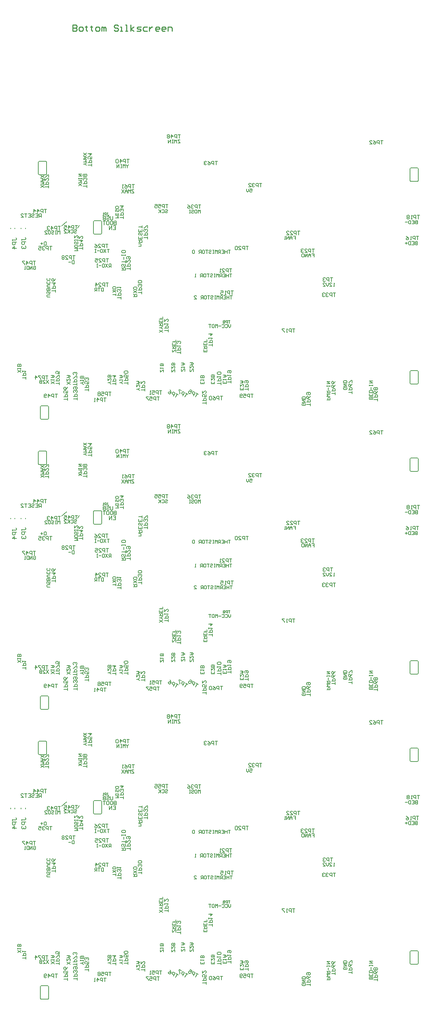
<source format=gbo>
G04 Layer_Color=32896*
%FSLAX24Y24*%
%MOIN*%
G70*
G01*
G75*
%ADD10C,0.0070*%
%ADD12C,0.0100*%
%ADD14C,0.0080*%
%ADD68C,0.0060*%
%ADD149C,0.0050*%
%ADD154C,0.0079*%
G54D10*
X3082Y19905D02*
Y20039D01*
Y19972D01*
X3415D01*
X3482Y20039D01*
Y20105D01*
X3415Y20172D01*
X3482Y19772D02*
X3082D01*
Y19572D01*
X3149Y19505D01*
X3282D01*
X3349Y19572D01*
Y19772D01*
X3482Y19172D02*
X3082D01*
X3282Y19372D01*
Y19106D01*
X3982Y19935D02*
Y20069D01*
Y20002D01*
X4315D01*
X4382Y20069D01*
Y20135D01*
X4315Y20202D01*
X4382Y19802D02*
X3982D01*
Y19602D01*
X4049Y19535D01*
X4182D01*
X4249Y19602D01*
Y19802D01*
X4049Y19402D02*
X3982Y19336D01*
Y19202D01*
X4049Y19136D01*
X4115D01*
X4182Y19202D01*
Y19269D01*
Y19202D01*
X4249Y19136D01*
X4315D01*
X4382Y19202D01*
Y19336D01*
X4315Y19402D01*
X3082Y47897D02*
Y48031D01*
Y47964D01*
X3415D01*
X3482Y48031D01*
Y48097D01*
X3415Y48164D01*
X3482Y47764D02*
X3082D01*
Y47564D01*
X3149Y47498D01*
X3282D01*
X3349Y47564D01*
Y47764D01*
X3482Y47164D02*
X3082D01*
X3282Y47364D01*
Y47098D01*
X3982Y47927D02*
Y48061D01*
Y47994D01*
X4315D01*
X4382Y48061D01*
Y48127D01*
X4315Y48194D01*
X4382Y47794D02*
X3982D01*
Y47594D01*
X4049Y47528D01*
X4182D01*
X4249Y47594D01*
Y47794D01*
X4049Y47394D02*
X3982Y47328D01*
Y47194D01*
X4049Y47128D01*
X4115D01*
X4182Y47194D01*
Y47261D01*
Y47194D01*
X4249Y47128D01*
X4315D01*
X4382Y47194D01*
Y47328D01*
X4315Y47394D01*
X3082Y75890D02*
Y76023D01*
Y75956D01*
X3415D01*
X3482Y76023D01*
Y76090D01*
X3415Y76156D01*
X3482Y75756D02*
X3082D01*
Y75556D01*
X3149Y75490D01*
X3282D01*
X3349Y75556D01*
Y75756D01*
X3482Y75156D02*
X3082D01*
X3282Y75356D01*
Y75090D01*
X3982Y75920D02*
Y76053D01*
Y75986D01*
X4315D01*
X4382Y76053D01*
Y76119D01*
X4315Y76186D01*
X4382Y75786D02*
X3982D01*
Y75586D01*
X4049Y75520D01*
X4182D01*
X4249Y75586D01*
Y75786D01*
X4049Y75386D02*
X3982Y75320D01*
Y75186D01*
X4049Y75120D01*
X4115D01*
X4182Y75186D01*
Y75253D01*
Y75186D01*
X4249Y75120D01*
X4315D01*
X4382Y75186D01*
Y75320D01*
X4315Y75386D01*
G54D12*
X8928Y96728D02*
Y96128D01*
X9228D01*
X9328Y96228D01*
Y96328D01*
X9228Y96428D01*
X8928D01*
X9228D01*
X9328Y96528D01*
Y96628D01*
X9228Y96728D01*
X8928D01*
X9628Y96128D02*
X9828D01*
X9928Y96228D01*
Y96428D01*
X9828Y96528D01*
X9628D01*
X9528Y96428D01*
Y96228D01*
X9628Y96128D01*
X10228Y96628D02*
Y96528D01*
X10128D01*
X10328D01*
X10228D01*
Y96228D01*
X10328Y96128D01*
X10728Y96628D02*
Y96528D01*
X10628D01*
X10828D01*
X10728D01*
Y96228D01*
X10828Y96128D01*
X11228D02*
X11428D01*
X11528Y96228D01*
Y96428D01*
X11428Y96528D01*
X11228D01*
X11128Y96428D01*
Y96228D01*
X11228Y96128D01*
X11727D02*
Y96528D01*
X11827D01*
X11927Y96428D01*
Y96128D01*
Y96428D01*
X12027Y96528D01*
X12127Y96428D01*
Y96128D01*
X13327Y96628D02*
X13227Y96728D01*
X13027D01*
X12927Y96628D01*
Y96528D01*
X13027Y96428D01*
X13227D01*
X13327Y96328D01*
Y96228D01*
X13227Y96128D01*
X13027D01*
X12927Y96228D01*
X13527Y96128D02*
X13727D01*
X13627D01*
Y96528D01*
X13527D01*
X14027Y96128D02*
X14227D01*
X14127D01*
Y96728D01*
X14027D01*
X14527Y96128D02*
Y96728D01*
Y96328D02*
X14826Y96528D01*
X14527Y96328D02*
X14826Y96128D01*
X15126D02*
X15426D01*
X15526Y96228D01*
X15426Y96328D01*
X15226D01*
X15126Y96428D01*
X15226Y96528D01*
X15526D01*
X16126D02*
X15826D01*
X15726Y96428D01*
Y96228D01*
X15826Y96128D01*
X16126D01*
X16326Y96528D02*
Y96128D01*
Y96328D01*
X16426Y96428D01*
X16526Y96528D01*
X16626D01*
X17226Y96128D02*
X17026D01*
X16926Y96228D01*
Y96428D01*
X17026Y96528D01*
X17226D01*
X17326Y96428D01*
Y96328D01*
X16926D01*
X17825Y96128D02*
X17626D01*
X17526Y96228D01*
Y96428D01*
X17626Y96528D01*
X17825D01*
X17925Y96428D01*
Y96328D01*
X17526D01*
X18125Y96128D02*
Y96528D01*
X18425D01*
X18525Y96428D01*
Y96128D01*
G54D14*
X9382Y21132D02*
X9552Y21362D01*
X7862Y21332D02*
X8332Y21732D01*
X9382Y49124D02*
X9552Y49354D01*
X7862Y49324D02*
X8332Y49724D01*
X9382Y77116D02*
X9552Y77346D01*
X7862Y77316D02*
X8332Y77716D01*
G54D68*
X11631Y20543D02*
X11702Y20573D01*
X11731Y20643D01*
Y21743D02*
X11702Y21814D01*
X11631Y21843D01*
X11031D02*
X10961Y21814D01*
X10931Y21743D01*
Y20643D02*
X10961Y20573D01*
X11031Y20543D01*
X41522Y25722D02*
X41551Y25651D01*
X41622Y25622D01*
Y26922D02*
X41551Y26893D01*
X41522Y26822D01*
X42322D02*
X42293Y26893D01*
X42222Y26922D01*
Y25622D02*
X42293Y25651D01*
X42322Y25722D01*
X5782Y2772D02*
X5811Y2701D01*
X5882Y2672D01*
Y3972D02*
X5811Y3943D01*
X5782Y3872D01*
X6582D02*
X6553Y3943D01*
X6482Y3972D01*
Y2672D02*
X6553Y2701D01*
X6582Y2772D01*
X5602Y26382D02*
X5631Y26311D01*
X5702Y26282D01*
Y27582D02*
X5631Y27553D01*
X5602Y27482D01*
X6402D02*
X6373Y27553D01*
X6302Y27582D01*
Y26282D02*
X6373Y26311D01*
X6402Y26382D01*
X42309Y7259D02*
X42280Y7330D01*
X42209Y7359D01*
Y6059D02*
X42280Y6089D01*
X42309Y6159D01*
X41509D02*
X41539Y6089D01*
X41609Y6059D01*
Y7359D02*
X41539Y7330D01*
X41509Y7259D01*
X10931Y20643D02*
Y21743D01*
X11031Y21843D02*
X11631D01*
X11031Y20543D02*
X11631D01*
X11731Y20643D02*
Y21743D01*
X42322Y25722D02*
Y26822D01*
X41622Y25622D02*
X42222D01*
X41622Y26922D02*
X42222D01*
X41522Y25722D02*
Y26822D01*
X6582Y2772D02*
Y3872D01*
X5882Y2672D02*
X6482D01*
X5882Y3972D02*
X6482D01*
X5782Y2772D02*
Y3872D01*
X6402Y26382D02*
Y27482D01*
X5702Y26282D02*
X6302D01*
X5702Y27582D02*
X6302D01*
X5602Y26382D02*
Y27482D01*
X41509Y6159D02*
Y7259D01*
X41609Y7359D02*
X42209D01*
X41609Y6059D02*
X42209D01*
X42309Y6159D02*
Y7259D01*
X22909Y27579D02*
X22676D01*
X22793D01*
Y27229D01*
X22559D02*
Y27579D01*
X22385D01*
X22326Y27521D01*
Y27404D01*
X22385Y27346D01*
X22559D01*
X21976Y27579D02*
X22093Y27521D01*
X22210Y27404D01*
Y27288D01*
X22151Y27229D01*
X22035D01*
X21976Y27288D01*
Y27346D01*
X22035Y27404D01*
X22210D01*
X21860Y27521D02*
X21801Y27579D01*
X21685D01*
X21626Y27521D01*
Y27463D01*
X21685Y27404D01*
X21743D01*
X21685D01*
X21626Y27346D01*
Y27288D01*
X21685Y27229D01*
X21801D01*
X21860Y27288D01*
X14869Y25329D02*
X14636D01*
X14753D01*
Y24979D01*
X14519D02*
Y25329D01*
X14345D01*
X14286Y25271D01*
Y25154D01*
X14345Y25096D01*
X14519D01*
X13936Y25329D02*
X14053Y25271D01*
X14170Y25154D01*
Y25038D01*
X14111Y24979D01*
X13995D01*
X13936Y25038D01*
Y25096D01*
X13995Y25154D01*
X14170D01*
X13820Y24979D02*
X13703D01*
X13761D01*
Y25329D01*
X13820Y25271D01*
X6579Y24999D02*
Y25233D01*
Y25116D01*
X6229D01*
Y25349D02*
X6579D01*
Y25524D01*
X6521Y25583D01*
X6404D01*
X6346Y25524D01*
Y25349D01*
X6229Y25932D02*
Y25699D01*
X6463Y25932D01*
X6521D01*
X6579Y25874D01*
Y25757D01*
X6521Y25699D01*
X6579Y26049D02*
Y26282D01*
X6521D01*
X6288Y26049D01*
X6229D01*
X23412Y4902D02*
X23179D01*
X23295D01*
Y4552D01*
X23062D02*
Y4902D01*
X22887D01*
X22829Y4843D01*
Y4727D01*
X22887Y4669D01*
X23062D01*
X22479Y4902D02*
X22595Y4843D01*
X22712Y4727D01*
Y4610D01*
X22654Y4552D01*
X22537D01*
X22479Y4610D01*
Y4669D01*
X22537Y4727D01*
X22712D01*
X22362Y4843D02*
X22304Y4902D01*
X22187D01*
X22129Y4843D01*
Y4610D01*
X22187Y4552D01*
X22304D01*
X22362Y4610D01*
Y4843D01*
X26362Y5112D02*
X26129D01*
X26245D01*
Y4762D01*
X26012D02*
Y5112D01*
X25837D01*
X25779Y5053D01*
Y4937D01*
X25837Y4879D01*
X26012D01*
X25429Y5112D02*
X25662D01*
Y4937D01*
X25545Y4995D01*
X25487D01*
X25429Y4937D01*
Y4820D01*
X25487Y4762D01*
X25604D01*
X25662Y4820D01*
X25312D02*
X25254Y4762D01*
X25137D01*
X25079Y4820D01*
Y5053D01*
X25137Y5112D01*
X25254D01*
X25312Y5053D01*
Y4995D01*
X25254Y4937D01*
X25079D01*
X12622Y5302D02*
X12389D01*
X12505D01*
Y4952D01*
X12272D02*
Y5302D01*
X12097D01*
X12039Y5243D01*
Y5127D01*
X12097Y5069D01*
X12272D01*
X11689Y5302D02*
X11922D01*
Y5127D01*
X11805Y5185D01*
X11747D01*
X11689Y5127D01*
Y5010D01*
X11747Y4952D01*
X11864D01*
X11922Y5010D01*
X11572Y5243D02*
X11514Y5302D01*
X11397D01*
X11339Y5243D01*
Y5185D01*
X11397Y5127D01*
X11339Y5069D01*
Y5010D01*
X11397Y4952D01*
X11514D01*
X11572Y5010D01*
Y5069D01*
X11514Y5127D01*
X11572Y5185D01*
Y5243D01*
X11514Y5127D02*
X11397D01*
X17292Y4842D02*
X17059D01*
X17175D01*
Y4492D01*
X16942D02*
Y4842D01*
X16767D01*
X16709Y4783D01*
Y4667D01*
X16767Y4609D01*
X16942D01*
X16359Y4842D02*
X16592D01*
Y4667D01*
X16475Y4725D01*
X16417D01*
X16359Y4667D01*
Y4550D01*
X16417Y4492D01*
X16534D01*
X16592Y4550D01*
X16242Y4842D02*
X16009D01*
Y4783D01*
X16242Y4550D01*
Y4492D01*
X8412D02*
Y4725D01*
Y4609D01*
X8062D01*
Y4842D02*
X8412D01*
Y5017D01*
X8353Y5075D01*
X8237D01*
X8179Y5017D01*
Y4842D01*
X8412Y5425D02*
Y5192D01*
X8237D01*
X8295Y5308D01*
Y5367D01*
X8237Y5425D01*
X8120D01*
X8062Y5367D01*
Y5250D01*
X8120Y5192D01*
X8412Y5775D02*
X8353Y5658D01*
X8237Y5542D01*
X8120D01*
X8062Y5600D01*
Y5716D01*
X8120Y5775D01*
X8179D01*
X8237Y5716D01*
Y5542D01*
X7439Y5109D02*
X7206D01*
X7323D01*
Y4759D01*
X7089D02*
Y5109D01*
X6915D01*
X6856Y5051D01*
Y4934D01*
X6915Y4876D01*
X7089D01*
X6565Y4759D02*
Y5109D01*
X6740Y4934D01*
X6506D01*
X6390Y4818D02*
X6331Y4759D01*
X6215D01*
X6156Y4818D01*
Y5051D01*
X6215Y5109D01*
X6331D01*
X6390Y5051D01*
Y4993D01*
X6331Y4934D01*
X6156D01*
X12152Y4732D02*
X11919D01*
X12035D01*
Y4382D01*
X11802D02*
Y4732D01*
X11627D01*
X11569Y4673D01*
Y4557D01*
X11627Y4499D01*
X11802D01*
X11277Y4382D02*
Y4732D01*
X11452Y4557D01*
X11219D01*
X11102Y4382D02*
X10986D01*
X11044D01*
Y4732D01*
X11102Y4673D01*
X9349Y4529D02*
Y4763D01*
Y4646D01*
X8999D01*
Y4879D02*
X9349D01*
Y5054D01*
X9291Y5113D01*
X9174D01*
X9116Y5054D01*
Y4879D01*
X9291Y5229D02*
X9349Y5287D01*
Y5404D01*
X9291Y5462D01*
X9233D01*
X9174Y5404D01*
Y5346D01*
Y5404D01*
X9116Y5462D01*
X9058D01*
X8999Y5404D01*
Y5287D01*
X9058Y5229D01*
Y5579D02*
X8999Y5637D01*
Y5754D01*
X9058Y5812D01*
X9291D01*
X9349Y5754D01*
Y5637D01*
X9291Y5579D01*
X9233D01*
X9174Y5637D01*
Y5812D01*
X18132Y23412D02*
X17899D01*
X18015D01*
Y23062D01*
X17782D02*
Y23412D01*
X17607D01*
X17549Y23353D01*
Y23237D01*
X17607Y23179D01*
X17782D01*
X17199Y23412D02*
X17432D01*
Y23237D01*
X17315Y23295D01*
X17257D01*
X17199Y23237D01*
Y23120D01*
X17257Y23062D01*
X17374D01*
X17432Y23120D01*
X16849Y23412D02*
X17082D01*
Y23237D01*
X16966Y23295D01*
X16907D01*
X16849Y23237D01*
Y23120D01*
X16907Y23062D01*
X17024D01*
X17082Y23120D01*
X10749Y27089D02*
Y27323D01*
Y27206D01*
X10399D01*
Y27439D02*
X10749D01*
Y27614D01*
X10691Y27673D01*
X10574D01*
X10516Y27614D01*
Y27439D01*
X10749Y28022D02*
Y27789D01*
X10574D01*
X10633Y27906D01*
Y27964D01*
X10574Y28022D01*
X10458D01*
X10399Y27964D01*
Y27847D01*
X10458Y27789D01*
X10399Y28314D02*
X10749D01*
X10574Y28139D01*
Y28372D01*
X6912Y19362D02*
X6679D01*
X6795D01*
Y19012D01*
X6562D02*
Y19362D01*
X6387D01*
X6329Y19303D01*
Y19187D01*
X6387Y19129D01*
X6562D01*
X6212Y19303D02*
X6154Y19362D01*
X6037D01*
X5979Y19303D01*
Y19245D01*
X6037Y19187D01*
X6095D01*
X6037D01*
X5979Y19129D01*
Y19070D01*
X6037Y19012D01*
X6154D01*
X6212Y19070D01*
X5629Y19362D02*
X5862D01*
Y19187D01*
X5746Y19245D01*
X5687D01*
X5629Y19187D01*
Y19070D01*
X5687Y19012D01*
X5804D01*
X5862Y19070D01*
X9152Y18462D02*
X8919D01*
X9035D01*
Y18112D01*
X8802D02*
Y18462D01*
X8627D01*
X8569Y18403D01*
Y18287D01*
X8627Y18229D01*
X8802D01*
X8219Y18112D02*
X8452D01*
X8219Y18345D01*
Y18403D01*
X8277Y18462D01*
X8394D01*
X8452Y18403D01*
X8102D02*
X8044Y18462D01*
X7927D01*
X7869Y18403D01*
Y18345D01*
X7927Y18287D01*
X7869Y18229D01*
Y18170D01*
X7927Y18112D01*
X8044D01*
X8102Y18170D01*
Y18229D01*
X8044Y18287D01*
X8102Y18345D01*
Y18403D01*
X8044Y18287D02*
X7927D01*
X22412Y9732D02*
Y9965D01*
Y9849D01*
X22062D01*
Y10082D02*
X22412D01*
Y10257D01*
X22353Y10315D01*
X22237D01*
X22179Y10257D01*
Y10082D01*
X22062Y10432D02*
Y10548D01*
Y10490D01*
X22412D01*
X22353Y10432D01*
X22062Y10898D02*
X22412D01*
X22237Y10723D01*
Y10956D01*
X19342Y8992D02*
Y9225D01*
Y9109D01*
X18992D01*
Y9342D02*
X19342D01*
Y9517D01*
X19283Y9575D01*
X19167D01*
X19109Y9517D01*
Y9342D01*
X18992Y9692D02*
Y9808D01*
Y9750D01*
X19342D01*
X19283Y9692D01*
Y9983D02*
X19342Y10042D01*
Y10158D01*
X19283Y10216D01*
X19225D01*
X19167Y10158D01*
Y10100D01*
Y10158D01*
X19109Y10216D01*
X19050D01*
X18992Y10158D01*
Y10042D01*
X19050Y9983D01*
X18149Y11119D02*
Y11353D01*
Y11236D01*
X17799D01*
Y11469D02*
X18149D01*
Y11644D01*
X18091Y11703D01*
X17974D01*
X17916Y11644D01*
Y11469D01*
X17799Y11819D02*
Y11936D01*
Y11877D01*
X18149D01*
X18091Y11819D01*
X17799Y12344D02*
Y12111D01*
X18033Y12344D01*
X18091D01*
X18149Y12286D01*
Y12169D01*
X18091Y12111D01*
X9312Y5922D02*
Y6155D01*
Y6039D01*
X8962D01*
Y6272D02*
X9312D01*
Y6447D01*
X9253Y6505D01*
X9137D01*
X9079Y6447D01*
Y6272D01*
X9312Y6622D02*
Y6855D01*
X9253D01*
X9020Y6622D01*
X8962D01*
X9253Y6972D02*
X9312Y7030D01*
Y7146D01*
X9253Y7205D01*
X9195D01*
X9137Y7146D01*
Y7088D01*
Y7146D01*
X9079Y7205D01*
X9020D01*
X8962Y7146D01*
Y7030D01*
X9020Y6972D01*
X6532Y6882D02*
X6299D01*
X6415D01*
Y6532D01*
X6182D02*
Y6882D01*
X6007D01*
X5949Y6823D01*
Y6707D01*
X6007Y6649D01*
X6182D01*
X5832Y6882D02*
X5599D01*
Y6823D01*
X5832Y6590D01*
Y6532D01*
X5307D02*
Y6882D01*
X5482Y6707D01*
X5249D01*
X7619Y6019D02*
Y6253D01*
Y6136D01*
X7269D01*
Y6369D02*
X7619D01*
Y6544D01*
X7561Y6603D01*
X7444D01*
X7386Y6544D01*
Y6369D01*
X7619Y6719D02*
Y6952D01*
X7561D01*
X7328Y6719D01*
X7269D01*
X7619Y7302D02*
Y7069D01*
X7444D01*
X7503Y7186D01*
Y7244D01*
X7444Y7302D01*
X7328D01*
X7269Y7244D01*
Y7127D01*
X7328Y7069D01*
X27192Y25442D02*
X26959D01*
X27075D01*
Y25092D01*
X26842D02*
Y25442D01*
X26667D01*
X26609Y25383D01*
Y25267D01*
X26667Y25209D01*
X26842D01*
X26492Y25383D02*
X26434Y25442D01*
X26317D01*
X26259Y25383D01*
Y25325D01*
X26317Y25267D01*
X26375D01*
X26317D01*
X26259Y25209D01*
Y25150D01*
X26317Y25092D01*
X26434D01*
X26492Y25150D01*
X25909Y25092D02*
X26142D01*
X25909Y25325D01*
Y25383D01*
X25967Y25442D01*
X26084D01*
X26142Y25383D01*
X13582Y14282D02*
Y14515D01*
Y14399D01*
X13232D01*
Y14632D02*
X13582D01*
Y14807D01*
X13523Y14865D01*
X13407D01*
X13349Y14807D01*
Y14632D01*
X13523Y14982D02*
X13582Y15040D01*
Y15157D01*
X13523Y15215D01*
X13465D01*
X13407Y15157D01*
Y15098D01*
Y15157D01*
X13349Y15215D01*
X13290D01*
X13232Y15157D01*
Y15040D01*
X13290Y14982D01*
X13232Y15332D02*
Y15448D01*
Y15390D01*
X13582D01*
X13523Y15332D01*
X15592Y14772D02*
Y15005D01*
Y14889D01*
X15242D01*
Y15122D02*
X15592D01*
Y15297D01*
X15533Y15355D01*
X15417D01*
X15359Y15297D01*
Y15122D01*
X15533Y15472D02*
X15592Y15530D01*
Y15647D01*
X15533Y15705D01*
X15475D01*
X15417Y15647D01*
Y15588D01*
Y15647D01*
X15359Y15705D01*
X15300D01*
X15242Y15647D01*
Y15530D01*
X15300Y15472D01*
X15533Y15822D02*
X15592Y15880D01*
Y15996D01*
X15533Y16055D01*
X15300D01*
X15242Y15996D01*
Y15880D01*
X15300Y15822D01*
X15533D01*
X14482Y17102D02*
Y17335D01*
Y17219D01*
X14132D01*
Y17452D02*
X14482D01*
Y17627D01*
X14423Y17685D01*
X14307D01*
X14249Y17627D01*
Y17452D01*
X14132Y18035D02*
Y17802D01*
X14365Y18035D01*
X14423D01*
X14482Y17977D01*
Y17860D01*
X14423Y17802D01*
X14190Y18152D02*
X14132Y18210D01*
Y18326D01*
X14190Y18385D01*
X14423D01*
X14482Y18326D01*
Y18210D01*
X14423Y18152D01*
X14365D01*
X14307Y18210D01*
Y18385D01*
X12322Y19582D02*
X12089D01*
X12205D01*
Y19232D01*
X11972D02*
Y19582D01*
X11797D01*
X11739Y19523D01*
Y19407D01*
X11797Y19349D01*
X11972D01*
X11389Y19232D02*
X11622D01*
X11389Y19465D01*
Y19523D01*
X11447Y19582D01*
X11564D01*
X11622Y19523D01*
X11039Y19582D02*
X11156Y19523D01*
X11272Y19407D01*
Y19290D01*
X11214Y19232D01*
X11097D01*
X11039Y19290D01*
Y19349D01*
X11097Y19407D01*
X11272D01*
X12372Y18182D02*
X12139D01*
X12255D01*
Y17832D01*
X12022D02*
Y18182D01*
X11847D01*
X11789Y18123D01*
Y18007D01*
X11847Y17949D01*
X12022D01*
X11439Y17832D02*
X11672D01*
X11439Y18065D01*
Y18123D01*
X11497Y18182D01*
X11614D01*
X11672Y18123D01*
X11089Y18182D02*
X11322D01*
Y18007D01*
X11206Y18065D01*
X11147D01*
X11089Y18007D01*
Y17890D01*
X11147Y17832D01*
X11264D01*
X11322Y17890D01*
X12362Y15822D02*
X12129D01*
X12245D01*
Y15472D01*
X12012D02*
Y15822D01*
X11837D01*
X11779Y15763D01*
Y15647D01*
X11837Y15589D01*
X12012D01*
X11429Y15472D02*
X11662D01*
X11429Y15705D01*
Y15763D01*
X11487Y15822D01*
X11604D01*
X11662Y15763D01*
X11137Y15472D02*
Y15822D01*
X11312Y15647D01*
X11079D01*
X42442Y22362D02*
X42209D01*
X42325D01*
Y22012D01*
X42092D02*
Y22362D01*
X41917D01*
X41859Y22303D01*
Y22187D01*
X41917Y22129D01*
X42092D01*
X41742Y22012D02*
X41625D01*
X41684D01*
Y22362D01*
X41742Y22303D01*
X41451D02*
X41392Y22362D01*
X41276D01*
X41217Y22303D01*
Y22245D01*
X41276Y22187D01*
X41217Y22129D01*
Y22070D01*
X41276Y22012D01*
X41392D01*
X41451Y22070D01*
Y22129D01*
X41392Y22187D01*
X41451Y22245D01*
Y22303D01*
X41392Y22187D02*
X41276D01*
X30392Y11412D02*
X30159D01*
X30275D01*
Y11062D01*
X30042D02*
Y11412D01*
X29867D01*
X29809Y11353D01*
Y11237D01*
X29867Y11179D01*
X30042D01*
X29692Y11062D02*
X29575D01*
X29634D01*
Y11412D01*
X29692Y11353D01*
X29401Y11412D02*
X29167D01*
Y11353D01*
X29401Y11120D01*
Y11062D01*
X42362Y20342D02*
X42129D01*
X42245D01*
Y19992D01*
X42012D02*
Y20342D01*
X41837D01*
X41779Y20283D01*
Y20167D01*
X41837Y20109D01*
X42012D01*
X41662Y19992D02*
X41545D01*
X41604D01*
Y20342D01*
X41662Y20283D01*
X41137Y20342D02*
X41254Y20283D01*
X41371Y20167D01*
Y20050D01*
X41312Y19992D01*
X41196D01*
X41137Y20050D01*
Y20109D01*
X41196Y20167D01*
X41371D01*
X34039Y16329D02*
X33806D01*
X33923D01*
Y15979D01*
X33689D02*
Y16329D01*
X33515D01*
X33456Y16271D01*
Y16154D01*
X33515Y16096D01*
X33689D01*
X33340Y16271D02*
X33281Y16329D01*
X33165D01*
X33106Y16271D01*
Y16213D01*
X33165Y16154D01*
X33223D01*
X33165D01*
X33106Y16096D01*
Y16038D01*
X33165Y15979D01*
X33281D01*
X33340Y16038D01*
X24299Y17209D02*
X24066D01*
X24183D01*
Y16859D01*
X23949D02*
Y17209D01*
X23775D01*
X23716Y17151D01*
Y17034D01*
X23775Y16976D01*
X23949D01*
X23366Y16859D02*
X23600D01*
X23366Y17093D01*
Y17151D01*
X23425Y17209D01*
X23541D01*
X23600Y17151D01*
X23250Y16859D02*
X23133D01*
X23191D01*
Y17209D01*
X23250Y17151D01*
X25892Y19372D02*
X25659D01*
X25775D01*
Y19022D01*
X25542D02*
Y19372D01*
X25367D01*
X25309Y19313D01*
Y19197D01*
X25367Y19139D01*
X25542D01*
X24959Y19022D02*
X25192D01*
X24959Y19255D01*
Y19313D01*
X25017Y19372D01*
X25134D01*
X25192Y19313D01*
X24842D02*
X24784Y19372D01*
X24667D01*
X24609Y19313D01*
Y19080D01*
X24667Y19022D01*
X24784D01*
X24842Y19080D01*
Y19313D01*
X24439Y15069D02*
X24206D01*
X24323D01*
Y14719D01*
X24089D02*
Y15069D01*
X23915D01*
X23856Y15011D01*
Y14894D01*
X23915Y14836D01*
X24089D01*
X23740Y14719D02*
X23623D01*
X23681D01*
Y15069D01*
X23740Y15011D01*
X23215Y15069D02*
X23448D01*
Y14894D01*
X23331Y14953D01*
X23273D01*
X23215Y14894D01*
Y14778D01*
X23273Y14719D01*
X23390D01*
X23448Y14778D01*
X13832Y22032D02*
Y22265D01*
Y22149D01*
X13482D01*
Y22382D02*
X13832D01*
Y22557D01*
X13773Y22615D01*
X13657D01*
X13599Y22557D01*
Y22382D01*
X13773Y22732D02*
X13832Y22790D01*
Y22907D01*
X13773Y22965D01*
X13715D01*
X13657Y22907D01*
Y22848D01*
Y22907D01*
X13599Y22965D01*
X13540D01*
X13482Y22907D01*
Y22790D01*
X13540Y22732D01*
X13482Y23256D02*
X13832D01*
X13657Y23082D01*
Y23315D01*
X21302Y23372D02*
X21069D01*
X21185D01*
Y23022D01*
X20952D02*
Y23372D01*
X20777D01*
X20719Y23313D01*
Y23197D01*
X20777Y23139D01*
X20952D01*
X20602Y23313D02*
X20544Y23372D01*
X20427D01*
X20369Y23313D01*
Y23255D01*
X20427Y23197D01*
X20485D01*
X20427D01*
X20369Y23139D01*
Y23080D01*
X20427Y23022D01*
X20544D01*
X20602Y23080D01*
X20019Y23372D02*
X20136Y23313D01*
X20252Y23197D01*
Y23080D01*
X20194Y23022D01*
X20077D01*
X20019Y23080D01*
Y23139D01*
X20077Y23197D01*
X20252D01*
X16142Y20082D02*
Y20315D01*
Y20199D01*
X15792D01*
Y20432D02*
X16142D01*
Y20607D01*
X16083Y20665D01*
X15967D01*
X15909Y20607D01*
Y20432D01*
X16083Y20782D02*
X16142Y20840D01*
Y20957D01*
X16083Y21015D01*
X16025D01*
X15967Y20957D01*
Y20898D01*
Y20957D01*
X15909Y21015D01*
X15850D01*
X15792Y20957D01*
Y20840D01*
X15850Y20782D01*
X16142Y21132D02*
Y21365D01*
X16083D01*
X15850Y21132D01*
X15792D01*
X10269Y25049D02*
Y25283D01*
Y25166D01*
X9919D01*
Y25399D02*
X10269D01*
Y25574D01*
X10211Y25633D01*
X10094D01*
X10036Y25574D01*
Y25399D01*
X10211Y25749D02*
X10269Y25807D01*
Y25924D01*
X10211Y25982D01*
X10153D01*
X10094Y25924D01*
Y25866D01*
Y25924D01*
X10036Y25982D01*
X9978D01*
X9919Y25924D01*
Y25807D01*
X9978Y25749D01*
X10211Y26099D02*
X10269Y26157D01*
Y26274D01*
X10211Y26332D01*
X10153D01*
X10094Y26274D01*
X10036Y26332D01*
X9978D01*
X9919Y26274D01*
Y26157D01*
X9978Y26099D01*
X10036D01*
X10094Y26157D01*
X10153Y26099D01*
X10211D01*
X10094Y26157D02*
Y26274D01*
X14379Y27759D02*
X14146D01*
X14263D01*
Y27409D01*
X14029D02*
Y27759D01*
X13855D01*
X13796Y27701D01*
Y27584D01*
X13855Y27526D01*
X14029D01*
X13505Y27409D02*
Y27759D01*
X13680Y27584D01*
X13446D01*
X13330Y27701D02*
X13271Y27759D01*
X13155D01*
X13096Y27701D01*
Y27468D01*
X13155Y27409D01*
X13271D01*
X13330Y27468D01*
Y27701D01*
X9882Y19062D02*
Y19295D01*
Y19179D01*
X9532D01*
Y19412D02*
X9882D01*
Y19587D01*
X9823Y19645D01*
X9707D01*
X9649Y19587D01*
Y19412D01*
X9532Y19937D02*
X9882D01*
X9707Y19762D01*
Y19995D01*
X9532Y20345D02*
Y20112D01*
X9765Y20345D01*
X9823D01*
X9882Y20286D01*
Y20170D01*
X9823Y20112D01*
X7732Y21292D02*
X7499D01*
X7615D01*
Y20942D01*
X7382D02*
Y21292D01*
X7207D01*
X7149Y21233D01*
Y21117D01*
X7207Y21059D01*
X7382D01*
X6857Y20942D02*
Y21292D01*
X7032Y21117D01*
X6799D01*
X6682Y21233D02*
X6624Y21292D01*
X6507D01*
X6449Y21233D01*
Y21175D01*
X6507Y21117D01*
X6566D01*
X6507D01*
X6449Y21059D01*
Y21000D01*
X6507Y20942D01*
X6624D01*
X6682Y21000D01*
X6389Y22939D02*
X6156D01*
X6273D01*
Y22589D01*
X6039D02*
Y22939D01*
X5865D01*
X5806Y22881D01*
Y22764D01*
X5865Y22706D01*
X6039D01*
X5515Y22589D02*
Y22939D01*
X5690Y22764D01*
X5456D01*
X5165Y22589D02*
Y22939D01*
X5340Y22764D01*
X5106D01*
X9382Y21372D02*
X9149D01*
X9265D01*
Y21022D01*
X9032D02*
Y21372D01*
X8857D01*
X8799Y21313D01*
Y21197D01*
X8857Y21139D01*
X9032D01*
X8507Y21022D02*
Y21372D01*
X8682Y21197D01*
X8449D01*
X8099Y21372D02*
X8332D01*
Y21197D01*
X8216Y21255D01*
X8157D01*
X8099Y21197D01*
Y21080D01*
X8157Y21022D01*
X8274D01*
X8332Y21080D01*
X7252Y14952D02*
Y15185D01*
Y15069D01*
X6902D01*
Y15302D02*
X7252D01*
Y15477D01*
X7193Y15535D01*
X7077D01*
X7019Y15477D01*
Y15302D01*
X6902Y15827D02*
X7252D01*
X7077Y15652D01*
Y15885D01*
X7252Y16235D02*
X7193Y16118D01*
X7077Y16002D01*
X6960D01*
X6902Y16060D01*
Y16176D01*
X6960Y16235D01*
X7019D01*
X7077Y16176D01*
Y16002D01*
X5322Y17922D02*
X5089D01*
X5205D01*
Y17572D01*
X4972D02*
Y17922D01*
X4797D01*
X4739Y17863D01*
Y17747D01*
X4797Y17689D01*
X4972D01*
X4447Y17572D02*
Y17922D01*
X4622Y17747D01*
X4389D01*
X4272Y17922D02*
X4039D01*
Y17863D01*
X4272Y17630D01*
Y17572D01*
X19322Y30152D02*
X19089D01*
X19205D01*
Y29802D01*
X18972D02*
Y30152D01*
X18797D01*
X18739Y30093D01*
Y29977D01*
X18797Y29919D01*
X18972D01*
X18447Y29802D02*
Y30152D01*
X18622Y29977D01*
X18389D01*
X18272Y30093D02*
X18214Y30152D01*
X18097D01*
X18039Y30093D01*
Y30035D01*
X18097Y29977D01*
X18039Y29919D01*
Y29860D01*
X18097Y29802D01*
X18214D01*
X18272Y29860D01*
Y29919D01*
X18214Y29977D01*
X18272Y30035D01*
Y30093D01*
X18214Y29977D02*
X18097D01*
X34292Y5052D02*
Y5285D01*
Y5169D01*
X33942D01*
Y5402D02*
X34292D01*
Y5577D01*
X34233Y5635D01*
X34117D01*
X34059Y5577D01*
Y5402D01*
X34292Y5985D02*
X34233Y5868D01*
X34117Y5752D01*
X34000D01*
X33942Y5810D01*
Y5927D01*
X34000Y5985D01*
X34059D01*
X34117Y5927D01*
Y5752D01*
X34292Y6335D02*
X34233Y6218D01*
X34117Y6102D01*
X34000D01*
X33942Y6160D01*
Y6276D01*
X34000Y6335D01*
X34059D01*
X34117Y6276D01*
Y6102D01*
X35922Y5142D02*
Y5375D01*
Y5259D01*
X35572D01*
Y5492D02*
X35922D01*
Y5667D01*
X35863Y5725D01*
X35747D01*
X35689Y5667D01*
Y5492D01*
X35922Y6075D02*
X35863Y5958D01*
X35747Y5842D01*
X35630D01*
X35572Y5900D01*
Y6017D01*
X35630Y6075D01*
X35689D01*
X35747Y6017D01*
Y5842D01*
X35922Y6192D02*
Y6425D01*
X35863D01*
X35630Y6192D01*
X35572D01*
X38382Y4452D02*
Y4685D01*
Y4569D01*
X38032D01*
Y4802D02*
X38382D01*
Y4977D01*
X38323Y5035D01*
X38207D01*
X38149Y4977D01*
Y4802D01*
X38382Y5385D02*
X38323Y5268D01*
X38207Y5152D01*
X38090D01*
X38032Y5210D01*
Y5327D01*
X38090Y5385D01*
X38149D01*
X38207Y5327D01*
Y5152D01*
X38323Y5502D02*
X38382Y5560D01*
Y5676D01*
X38323Y5735D01*
X38265D01*
X38207Y5676D01*
X38149Y5735D01*
X38090D01*
X38032Y5676D01*
Y5560D01*
X38090Y5502D01*
X38149D01*
X38207Y5560D01*
X38265Y5502D01*
X38323D01*
X38207Y5560D02*
Y5676D01*
X31872Y3972D02*
Y4205D01*
Y4089D01*
X31522D01*
Y4322D02*
X31872D01*
Y4497D01*
X31813Y4555D01*
X31697D01*
X31639Y4497D01*
Y4322D01*
X31872Y4905D02*
X31813Y4788D01*
X31697Y4672D01*
X31580D01*
X31522Y4730D01*
Y4847D01*
X31580Y4905D01*
X31639D01*
X31697Y4847D01*
Y4672D01*
X31580Y5022D02*
X31522Y5080D01*
Y5196D01*
X31580Y5255D01*
X31813D01*
X31872Y5196D01*
Y5080D01*
X31813Y5022D01*
X31755D01*
X31697Y5080D01*
Y5255D01*
X4392Y6542D02*
Y6775D01*
Y6659D01*
X4042D01*
Y6892D02*
X4392D01*
Y7067D01*
X4333Y7125D01*
X4217D01*
X4159Y7067D01*
Y6892D01*
X4042Y7242D02*
Y7358D01*
Y7300D01*
X4392D01*
X4333Y7242D01*
X15872Y5392D02*
Y5625D01*
Y5509D01*
X15522D01*
Y5742D02*
X15872D01*
Y5917D01*
X15813Y5975D01*
X15697D01*
X15639Y5917D01*
Y5742D01*
X15522Y6325D02*
Y6092D01*
X15755Y6325D01*
X15813D01*
X15872Y6267D01*
Y6150D01*
X15813Y6092D01*
X13092Y6002D02*
Y6235D01*
Y6119D01*
X12742D01*
Y6352D02*
X13092D01*
Y6527D01*
X13033Y6585D01*
X12917D01*
X12859Y6527D01*
Y6352D01*
X12742Y6877D02*
X13092D01*
X12917Y6702D01*
Y6935D01*
X14242Y6042D02*
Y6275D01*
Y6159D01*
X13892D01*
Y6392D02*
X14242D01*
Y6567D01*
X14183Y6625D01*
X14067D01*
X14009Y6567D01*
Y6392D01*
X14242Y6975D02*
Y6742D01*
X14067D01*
X14125Y6858D01*
Y6917D01*
X14067Y6975D01*
X13950D01*
X13892Y6917D01*
Y6800D01*
X13950Y6742D01*
X14183Y7092D02*
X14242Y7150D01*
Y7266D01*
X14183Y7325D01*
X13950D01*
X13892Y7266D01*
Y7150D01*
X13950Y7092D01*
X14183D01*
X10452Y5392D02*
Y5625D01*
Y5509D01*
X10102D01*
Y5742D02*
X10452D01*
Y5917D01*
X10393Y5975D01*
X10277D01*
X10219Y5917D01*
Y5742D01*
X10452Y6325D02*
Y6092D01*
X10277D01*
X10335Y6208D01*
Y6267D01*
X10277Y6325D01*
X10160D01*
X10102Y6267D01*
Y6150D01*
X10160Y6092D01*
X10393Y6442D02*
X10452Y6500D01*
Y6616D01*
X10393Y6675D01*
X10335D01*
X10277Y6616D01*
Y6558D01*
Y6616D01*
X10219Y6675D01*
X10160D01*
X10102Y6616D01*
Y6500D01*
X10160Y6442D01*
X21057Y5075D02*
X20855Y5192D01*
X20956Y5133D01*
X20781Y4830D01*
X20579Y4947D02*
X20754Y5250D01*
X20602Y5337D01*
X20523Y5316D01*
X20464Y5215D01*
X20486Y5135D01*
X20637Y5048D01*
X20249Y5541D02*
X20451Y5425D01*
X20363Y5273D01*
X20291Y5382D01*
X20241Y5411D01*
X20161Y5390D01*
X20103Y5289D01*
X20124Y5209D01*
X20225Y5151D01*
X20305Y5172D01*
X19117Y5035D02*
X18915Y5152D01*
X19016Y5093D01*
X18841Y4790D01*
X18639Y4907D02*
X18814Y5210D01*
X18662Y5297D01*
X18583Y5276D01*
X18524Y5175D01*
X18546Y5095D01*
X18697Y5008D01*
X18309Y5501D02*
X18381Y5393D01*
X18423Y5233D01*
X18365Y5132D01*
X18285Y5111D01*
X18184Y5169D01*
X18163Y5249D01*
X18192Y5299D01*
X18272Y5321D01*
X18423Y5233D01*
X20037Y5075D02*
X19835Y5192D01*
X19936Y5133D01*
X19761Y4830D01*
X19559Y4947D02*
X19734Y5250D01*
X19582Y5337D01*
X19503Y5316D01*
X19444Y5215D01*
X19466Y5135D01*
X19617Y5048D01*
X19431Y5425D02*
X19229Y5541D01*
X19200Y5491D01*
X19285Y5172D01*
X19256Y5122D01*
X17522Y5432D02*
X17289D01*
X17405D01*
Y5082D01*
X17172D02*
Y5432D01*
X16997D01*
X16939Y5373D01*
Y5257D01*
X16997Y5199D01*
X17172D01*
X16589Y5432D02*
X16822D01*
Y5257D01*
X16705Y5315D01*
X16647D01*
X16589Y5257D01*
Y5140D01*
X16647Y5082D01*
X16764D01*
X16822Y5140D01*
X16472Y5082D02*
X16356D01*
X16414D01*
Y5432D01*
X16472Y5373D01*
X25892Y5462D02*
Y5695D01*
Y5579D01*
X25542D01*
Y5812D02*
X25892D01*
Y5987D01*
X25833Y6045D01*
X25717D01*
X25659Y5987D01*
Y5812D01*
X25600Y6162D02*
X25542Y6220D01*
Y6337D01*
X25600Y6395D01*
X25833D01*
X25892Y6337D01*
Y6220D01*
X25833Y6162D01*
X25775D01*
X25717Y6220D01*
Y6395D01*
X23242Y6012D02*
Y6245D01*
Y6129D01*
X22892D01*
Y6362D02*
X23242D01*
Y6537D01*
X23183Y6595D01*
X23067D01*
X23009Y6537D01*
Y6362D01*
X22892Y6712D02*
Y6828D01*
Y6770D01*
X23242D01*
X23183Y6712D01*
Y7003D02*
X23242Y7062D01*
Y7178D01*
X23183Y7236D01*
X22950D01*
X22892Y7178D01*
Y7062D01*
X22950Y7003D01*
X23183D01*
X24229Y6159D02*
Y6393D01*
Y6276D01*
X23879D01*
Y6509D02*
X24229D01*
Y6684D01*
X24171Y6743D01*
X24054D01*
X23996Y6684D01*
Y6509D01*
X23879Y6859D02*
Y6976D01*
Y6917D01*
X24229D01*
X24171Y6859D01*
X23938Y7151D02*
X23879Y7209D01*
Y7326D01*
X23938Y7384D01*
X24171D01*
X24229Y7326D01*
Y7209D01*
X24171Y7151D01*
X24113D01*
X24054Y7209D01*
Y7384D01*
X21812Y4132D02*
Y4365D01*
Y4249D01*
X21462D01*
Y4482D02*
X21812D01*
Y4657D01*
X21753Y4715D01*
X21637D01*
X21579Y4657D01*
Y4482D01*
X21812Y5065D02*
Y4832D01*
X21637D01*
X21695Y4948D01*
Y5007D01*
X21637Y5065D01*
X21520D01*
X21462Y5007D01*
Y4890D01*
X21520Y4832D01*
X21462Y5415D02*
Y5182D01*
X21695Y5415D01*
X21753D01*
X21812Y5356D01*
Y5240D01*
X21753Y5182D01*
X30872Y20832D02*
X30639D01*
X30755D01*
Y20482D01*
X30522D02*
Y20832D01*
X30347D01*
X30289Y20773D01*
Y20657D01*
X30347Y20599D01*
X30522D01*
X29939Y20482D02*
X30172D01*
X29939Y20715D01*
Y20773D01*
X29997Y20832D01*
X30114D01*
X30172Y20773D01*
X29589Y20482D02*
X29822D01*
X29589Y20715D01*
Y20773D01*
X29647Y20832D01*
X29764D01*
X29822Y20773D01*
X32279Y19119D02*
X32046D01*
X32163D01*
Y18769D01*
X31929D02*
Y19119D01*
X31755D01*
X31696Y19061D01*
Y18944D01*
X31755Y18886D01*
X31929D01*
X31346Y18769D02*
X31580D01*
X31346Y19003D01*
Y19061D01*
X31405Y19119D01*
X31521D01*
X31580Y19061D01*
X31230D02*
X31171Y19119D01*
X31055D01*
X30996Y19061D01*
Y19003D01*
X31055Y18944D01*
X31113D01*
X31055D01*
X30996Y18886D01*
Y18828D01*
X31055Y18769D01*
X31171D01*
X31230Y18828D01*
X34332Y14862D02*
X34099D01*
X34215D01*
Y14512D01*
X33982D02*
Y14862D01*
X33807D01*
X33749Y14803D01*
Y14687D01*
X33807Y14629D01*
X33982D01*
X33632Y14803D02*
X33574Y14862D01*
X33457D01*
X33399Y14803D01*
Y14745D01*
X33457Y14687D01*
X33515D01*
X33457D01*
X33399Y14629D01*
Y14570D01*
X33457Y14512D01*
X33574D01*
X33632Y14570D01*
X33282Y14803D02*
X33224Y14862D01*
X33107D01*
X33049Y14803D01*
Y14745D01*
X33107Y14687D01*
X33166D01*
X33107D01*
X33049Y14629D01*
Y14570D01*
X33107Y14512D01*
X33224D01*
X33282Y14570D01*
X38909Y29579D02*
X38676D01*
X38793D01*
Y29229D01*
X38559D02*
Y29579D01*
X38385D01*
X38326Y29521D01*
Y29404D01*
X38385Y29346D01*
X38559D01*
X37976Y29579D02*
X38093Y29521D01*
X38210Y29404D01*
Y29288D01*
X38151Y29229D01*
X38035D01*
X37976Y29288D01*
Y29346D01*
X38035Y29404D01*
X38210D01*
X37626Y29229D02*
X37860D01*
X37626Y29463D01*
Y29521D01*
X37685Y29579D01*
X37801D01*
X37860Y29521D01*
X24199Y11839D02*
Y11626D01*
X24093Y11519D01*
X23986Y11626D01*
Y11839D01*
X23666Y11786D02*
X23720Y11839D01*
X23826D01*
X23879Y11786D01*
Y11573D01*
X23826Y11519D01*
X23720D01*
X23666Y11573D01*
X23346Y11786D02*
X23400Y11839D01*
X23506D01*
X23560Y11786D01*
Y11573D01*
X23506Y11519D01*
X23400D01*
X23346Y11573D01*
X23240Y11679D02*
X23026D01*
X22920Y11519D02*
Y11839D01*
X22813Y11733D01*
X22707Y11839D01*
Y11519D01*
X22440Y11839D02*
X22547D01*
X22600Y11786D01*
Y11573D01*
X22547Y11519D01*
X22440D01*
X22387Y11573D01*
Y11786D01*
X22440Y11839D01*
X22280D02*
X22067D01*
X22173D01*
Y11519D01*
X6142Y25047D02*
X5822Y25260D01*
X6142D02*
X5822Y25047D01*
Y25367D02*
X6142D01*
X6035Y25473D01*
X6142Y25580D01*
X5822D01*
Y25687D02*
X6035D01*
X6142Y25793D01*
X6035Y25900D01*
X5822D01*
X5982D01*
Y25687D01*
X6142Y26007D02*
X5822Y26220D01*
X6142D02*
X5822Y26007D01*
X10259Y27189D02*
X10206D01*
X10099Y27296D01*
X10206Y27403D01*
X10259D01*
X10099Y27296D02*
X9939D01*
Y27509D02*
X10259D01*
X10153Y27616D01*
X10259Y27723D01*
X9939D01*
Y27829D02*
X10153D01*
X10259Y27936D01*
X10153Y28042D01*
X9939D01*
X10099D01*
Y27829D01*
X10259Y28149D02*
X9939Y28362D01*
X10259D02*
X9939Y28149D01*
X14832Y24822D02*
X14619D01*
Y24768D01*
X14832Y24555D01*
Y24502D01*
X14619D01*
X14512D02*
Y24822D01*
X14405Y24715D01*
X14299Y24822D01*
Y24502D01*
X14192D02*
Y24715D01*
X14085Y24822D01*
X13979Y24715D01*
Y24502D01*
Y24662D01*
X14192D01*
X13872Y24822D02*
X13659Y24502D01*
Y24822D02*
X13872Y24502D01*
X14302Y27272D02*
Y27218D01*
X14195Y27112D01*
X14089Y27218D01*
Y27272D01*
X14195Y27112D02*
Y26952D01*
X13982D02*
Y27272D01*
X13875Y27165D01*
X13769Y27272D01*
Y26952D01*
X13662Y27272D02*
X13555D01*
X13609D01*
Y26952D01*
X13662D01*
X13555D01*
X13396D02*
Y27272D01*
X13182Y26952D01*
Y27272D01*
X3922Y7192D02*
X3602Y7405D01*
X3922D02*
X3602Y7192D01*
Y7512D02*
Y7618D01*
Y7565D01*
X3922D01*
X3868Y7512D01*
X3922Y7778D02*
X3602D01*
Y7938D01*
X3655Y7992D01*
X3709D01*
X3762Y7938D01*
Y7778D01*
Y7938D01*
X3815Y7992D01*
X3868D01*
X3922Y7938D01*
Y7778D01*
X7152Y6102D02*
X6832Y6315D01*
X7152D02*
X6832Y6102D01*
Y6422D02*
Y6528D01*
Y6475D01*
X7152D01*
X7098Y6422D01*
X6832Y6688D02*
X7045D01*
X7152Y6795D01*
X7045Y6902D01*
X6832D01*
X6992D01*
Y6688D01*
X8682Y6052D02*
X8362Y6265D01*
X8682D02*
X8362Y6052D01*
Y6585D02*
Y6372D01*
X8575Y6585D01*
X8628D01*
X8682Y6532D01*
Y6425D01*
X8628Y6372D01*
X8362Y6692D02*
X8575D01*
X8682Y6798D01*
X8575Y6905D01*
X8362D01*
X8522D01*
Y6692D01*
X42239Y21849D02*
Y21529D01*
X42079D01*
X42026Y21583D01*
Y21636D01*
X42079Y21689D01*
X42239D01*
X42079D01*
X42026Y21743D01*
Y21796D01*
X42079Y21849D01*
X42239D01*
X41706D02*
X41919D01*
Y21529D01*
X41706D01*
X41919Y21689D02*
X41813D01*
X41600Y21849D02*
Y21529D01*
X41440D01*
X41386Y21583D01*
Y21796D01*
X41440Y21849D01*
X41600D01*
X41280Y21689D02*
X41066D01*
X42229Y19839D02*
Y19519D01*
X42069D01*
X42016Y19573D01*
Y19626D01*
X42069Y19679D01*
X42229D01*
X42069D01*
X42016Y19733D01*
Y19786D01*
X42069Y19839D01*
X42229D01*
X41696D02*
X41909D01*
Y19519D01*
X41696D01*
X41909Y19679D02*
X41803D01*
X41590Y19839D02*
Y19519D01*
X41430D01*
X41376Y19573D01*
Y19786D01*
X41430Y19839D01*
X41590D01*
X41270Y19679D02*
X41056D01*
X41163Y19786D02*
Y19573D01*
X6732Y14472D02*
X6465D01*
X6412Y14525D01*
Y14632D01*
X6465Y14685D01*
X6732D01*
X6678Y15005D02*
X6732Y14952D01*
Y14845D01*
X6678Y14792D01*
X6625D01*
X6572Y14845D01*
Y14952D01*
X6519Y15005D01*
X6465D01*
X6412Y14952D01*
Y14845D01*
X6465Y14792D01*
X6732Y15112D02*
X6412D01*
Y15272D01*
X6465Y15325D01*
X6519D01*
X6572Y15272D01*
Y15112D01*
Y15272D01*
X6625Y15325D01*
X6678D01*
X6732Y15272D01*
Y15112D01*
Y15432D02*
X6519D01*
X6412Y15538D01*
X6519Y15645D01*
X6732D01*
X6678Y15965D02*
X6732Y15911D01*
Y15805D01*
X6678Y15751D01*
X6465D01*
X6412Y15805D01*
Y15911D01*
X6465Y15965D01*
X6678Y16285D02*
X6732Y16231D01*
Y16125D01*
X6678Y16071D01*
X6465D01*
X6412Y16125D01*
Y16231D01*
X6465Y16285D01*
X5109Y17398D02*
X5162Y17452D01*
X5269D01*
X5322Y17398D01*
Y17185D01*
X5269Y17132D01*
X5162D01*
X5109Y17185D01*
Y17292D01*
X5215D01*
X5002Y17132D02*
Y17452D01*
X4789Y17132D01*
Y17452D01*
X4682D02*
Y17132D01*
X4522D01*
X4469Y17185D01*
Y17398D01*
X4522Y17452D01*
X4682D01*
X4362Y17132D02*
X4256D01*
X4309D01*
Y17452D01*
X4362Y17398D01*
X9052Y17992D02*
Y17672D01*
X8892D01*
X8839Y17725D01*
Y17938D01*
X8892Y17992D01*
X9052D01*
X8732Y17832D02*
X8519D01*
X6352Y19802D02*
Y19482D01*
X6192D01*
X6139Y19535D01*
Y19748D01*
X6192Y19802D01*
X6352D01*
X6032Y19642D02*
X5819D01*
X5925Y19748D02*
Y19535D01*
X26029Y24912D02*
X26242D01*
Y24752D01*
X26135Y24805D01*
X26082D01*
X26029Y24752D01*
Y24645D01*
X26082Y24592D01*
X26189D01*
X26242Y24645D01*
X25922Y24912D02*
Y24699D01*
X25815Y24592D01*
X25709Y24699D01*
Y24912D01*
X21252Y22562D02*
Y22882D01*
X21145Y22775D01*
X21039Y22882D01*
Y22562D01*
X20772Y22882D02*
X20879D01*
X20932Y22828D01*
Y22615D01*
X20879Y22562D01*
X20772D01*
X20719Y22615D01*
Y22828D01*
X20772Y22882D01*
X20399Y22828D02*
X20452Y22882D01*
X20559D01*
X20612Y22828D01*
Y22775D01*
X20559Y22722D01*
X20452D01*
X20399Y22669D01*
Y22615D01*
X20452Y22562D01*
X20559D01*
X20612Y22615D01*
X20292Y22882D02*
X20186D01*
X20239D01*
Y22562D01*
X20292D01*
X20186D01*
X17859Y22858D02*
X17912Y22912D01*
X18019D01*
X18072Y22858D01*
Y22805D01*
X18019Y22752D01*
X17912D01*
X17859Y22699D01*
Y22645D01*
X17912Y22592D01*
X18019D01*
X18072Y22645D01*
X17539Y22858D02*
X17592Y22912D01*
X17699D01*
X17752Y22858D01*
Y22645D01*
X17699Y22592D01*
X17592D01*
X17539Y22645D01*
X17432Y22912D02*
Y22592D01*
Y22699D01*
X17219Y22912D01*
X17379Y22752D01*
X17219Y22592D01*
X13042Y22112D02*
X13362D01*
X13255Y22219D01*
X13362Y22325D01*
X13042D01*
X13362Y22432D02*
Y22538D01*
Y22485D01*
X13042D01*
Y22432D01*
Y22538D01*
X13308Y22912D02*
X13362Y22858D01*
Y22752D01*
X13308Y22698D01*
X13255D01*
X13202Y22752D01*
Y22858D01*
X13149Y22912D01*
X13095D01*
X13042Y22858D01*
Y22752D01*
X13095Y22698D01*
X13362Y23178D02*
Y23072D01*
X13308Y23018D01*
X13095D01*
X13042Y23072D01*
Y23178D01*
X13095Y23232D01*
X13308D01*
X13362Y23178D01*
X19282Y29652D02*
X19069D01*
Y29598D01*
X19282Y29385D01*
Y29332D01*
X19069D01*
X18962D02*
Y29652D01*
X18855Y29545D01*
X18749Y29652D01*
Y29332D01*
X18642Y29652D02*
X18535D01*
X18589D01*
Y29332D01*
X18642D01*
X18535D01*
X18376D02*
Y29652D01*
X18162Y29332D01*
Y29652D01*
X9789Y25219D02*
X9469Y25433D01*
X9789D02*
X9469Y25219D01*
Y25539D02*
X9789D01*
X9683Y25646D01*
X9789Y25753D01*
X9469D01*
X9789Y25859D02*
Y25966D01*
Y25912D01*
X9469D01*
Y25859D01*
Y25966D01*
Y26126D02*
X9789D01*
X9469Y26339D01*
X9789D01*
X7672Y20552D02*
Y20872D01*
X7565Y20765D01*
X7459Y20872D01*
Y20552D01*
X7352Y20872D02*
X7245D01*
X7299D01*
Y20552D01*
X7352D01*
X7245D01*
X6872Y20818D02*
X6925Y20872D01*
X7032D01*
X7085Y20818D01*
Y20765D01*
X7032Y20712D01*
X6925D01*
X6872Y20659D01*
Y20605D01*
X6925Y20552D01*
X7032D01*
X7085Y20605D01*
X6606Y20872D02*
X6712D01*
X6766Y20818D01*
Y20605D01*
X6712Y20552D01*
X6606D01*
X6552Y20605D01*
Y20818D01*
X6606Y20872D01*
X6232Y20552D02*
X6446D01*
X6232Y20765D01*
Y20818D01*
X6286Y20872D01*
X6392D01*
X6446Y20818D01*
X9059Y20908D02*
X9112Y20962D01*
X9219D01*
X9272Y20908D01*
Y20855D01*
X9219Y20802D01*
X9112D01*
X9059Y20749D01*
Y20695D01*
X9112Y20642D01*
X9219D01*
X9272Y20695D01*
X8739Y20908D02*
X8792Y20962D01*
X8899D01*
X8952Y20908D01*
Y20695D01*
X8899Y20642D01*
X8792D01*
X8739Y20695D01*
X8632Y20962D02*
Y20642D01*
Y20749D01*
X8419Y20962D01*
X8579Y20802D01*
X8419Y20642D01*
X8099D02*
X8312D01*
X8099Y20855D01*
Y20908D01*
X8152Y20962D01*
X8259D01*
X8312Y20908D01*
X9102Y18952D02*
X9422D01*
X9315Y19059D01*
X9422Y19165D01*
X9102D01*
X9422Y19432D02*
Y19325D01*
X9368Y19272D01*
X9155D01*
X9102Y19325D01*
Y19432D01*
X9155Y19485D01*
X9368D01*
X9422Y19432D01*
X9368Y19805D02*
X9422Y19752D01*
Y19645D01*
X9368Y19592D01*
X9315D01*
X9262Y19645D01*
Y19752D01*
X9209Y19805D01*
X9155D01*
X9102Y19752D01*
Y19645D01*
X9155Y19592D01*
X9422Y19912D02*
Y20018D01*
Y19965D01*
X9102D01*
Y19912D01*
Y20018D01*
Y20391D02*
Y20178D01*
X9315Y20391D01*
X9368D01*
X9422Y20338D01*
Y20231D01*
X9368Y20178D01*
X12452Y19082D02*
X12239D01*
X12345D01*
Y18762D01*
X12132Y19082D02*
X11919Y18762D01*
Y19082D02*
X12132Y18762D01*
X11812Y19028D02*
X11759Y19082D01*
X11652D01*
X11599Y19028D01*
Y18815D01*
X11652Y18762D01*
X11759D01*
X11812Y18815D01*
Y19028D01*
X11492Y18922D02*
X11279D01*
X11172Y19082D02*
X11066D01*
X11119D01*
Y18762D01*
X11172D01*
X11066D01*
X11892Y15352D02*
Y15032D01*
X11732D01*
X11679Y15085D01*
Y15298D01*
X11732Y15352D01*
X11892D01*
X11572D02*
X11359D01*
X11465D01*
Y15032D01*
X11252D02*
Y15352D01*
X11092D01*
X11039Y15298D01*
Y15192D01*
X11092Y15139D01*
X11252D01*
X11145D02*
X11039Y15032D01*
X13092Y14602D02*
Y14815D01*
Y14709D01*
X12772D01*
X13092Y14922D02*
X12772Y15135D01*
X13092D02*
X12772Y14922D01*
X13038Y15242D02*
X13092Y15295D01*
Y15402D01*
X13038Y15455D01*
X12825D01*
X12772Y15402D01*
Y15295D01*
X12825Y15242D01*
X13038D01*
X24342Y14602D02*
X24129D01*
X24235D01*
Y14282D01*
X24022Y14602D02*
Y14282D01*
Y14442D01*
X23809D01*
Y14602D01*
Y14282D01*
X23489Y14602D02*
X23702D01*
Y14282D01*
X23489D01*
X23702Y14442D02*
X23595D01*
X23382Y14282D02*
Y14602D01*
X23222D01*
X23169Y14548D01*
Y14442D01*
X23222Y14389D01*
X23382D01*
X23276D02*
X23169Y14282D01*
X23062D02*
Y14602D01*
X22956Y14495D01*
X22849Y14602D01*
Y14282D01*
X22742Y14602D02*
X22636D01*
X22689D01*
Y14282D01*
X22742D01*
X22636D01*
X22263Y14548D02*
X22316Y14602D01*
X22423D01*
X22476Y14548D01*
Y14495D01*
X22423Y14442D01*
X22316D01*
X22263Y14389D01*
Y14335D01*
X22316Y14282D01*
X22423D01*
X22476Y14335D01*
X22156Y14602D02*
X21943D01*
X22049D01*
Y14282D01*
X21676Y14602D02*
X21783D01*
X21836Y14548D01*
Y14335D01*
X21783Y14282D01*
X21676D01*
X21623Y14335D01*
Y14548D01*
X21676Y14602D01*
X21516Y14282D02*
Y14602D01*
X21356D01*
X21303Y14548D01*
Y14442D01*
X21356Y14389D01*
X21516D01*
X21409D02*
X21303Y14282D01*
X20663D02*
X20876D01*
X20663Y14495D01*
Y14548D01*
X20716Y14602D01*
X20823D01*
X20876Y14548D01*
X24299Y16709D02*
X24086D01*
X24193D01*
Y16389D01*
X23979Y16709D02*
Y16389D01*
Y16549D01*
X23766D01*
Y16709D01*
Y16389D01*
X23446Y16709D02*
X23660D01*
Y16389D01*
X23446D01*
X23660Y16549D02*
X23553D01*
X23340Y16389D02*
Y16709D01*
X23180D01*
X23126Y16656D01*
Y16549D01*
X23180Y16496D01*
X23340D01*
X23233D02*
X23126Y16389D01*
X23020D02*
Y16709D01*
X22913Y16603D01*
X22807Y16709D01*
Y16389D01*
X22700Y16709D02*
X22593D01*
X22647D01*
Y16389D01*
X22700D01*
X22593D01*
X22220Y16656D02*
X22273Y16709D01*
X22380D01*
X22433Y16656D01*
Y16603D01*
X22380Y16549D01*
X22273D01*
X22220Y16496D01*
Y16443D01*
X22273Y16389D01*
X22380D01*
X22433Y16443D01*
X22113Y16709D02*
X21900D01*
X22007D01*
Y16389D01*
X21634Y16709D02*
X21740D01*
X21794Y16656D01*
Y16443D01*
X21740Y16389D01*
X21634D01*
X21580Y16443D01*
Y16656D01*
X21634Y16709D01*
X21474Y16389D02*
Y16709D01*
X21314D01*
X21260Y16656D01*
Y16549D01*
X21314Y16496D01*
X21474D01*
X21367D02*
X21260Y16389D01*
X20834D02*
X20727D01*
X20780D01*
Y16709D01*
X20834Y16656D01*
X24162Y19002D02*
X23949D01*
X24055D01*
Y18682D01*
X23842Y19002D02*
Y18682D01*
Y18842D01*
X23629D01*
Y19002D01*
Y18682D01*
X23309Y19002D02*
X23522D01*
Y18682D01*
X23309D01*
X23522Y18842D02*
X23415D01*
X23202Y18682D02*
Y19002D01*
X23042D01*
X22989Y18948D01*
Y18842D01*
X23042Y18789D01*
X23202D01*
X23096D02*
X22989Y18682D01*
X22882D02*
Y19002D01*
X22776Y18895D01*
X22669Y19002D01*
Y18682D01*
X22562Y19002D02*
X22456D01*
X22509D01*
Y18682D01*
X22562D01*
X22456D01*
X22083Y18948D02*
X22136Y19002D01*
X22243D01*
X22296Y18948D01*
Y18895D01*
X22243Y18842D01*
X22136D01*
X22083Y18789D01*
Y18735D01*
X22136Y18682D01*
X22243D01*
X22296Y18735D01*
X21976Y19002D02*
X21763D01*
X21869D01*
Y18682D01*
X21496Y19002D02*
X21603D01*
X21656Y18948D01*
Y18735D01*
X21603Y18682D01*
X21496D01*
X21443Y18735D01*
Y18948D01*
X21496Y19002D01*
X21336Y18682D02*
Y19002D01*
X21176D01*
X21123Y18948D01*
Y18842D01*
X21176Y18789D01*
X21336D01*
X21230D02*
X21123Y18682D01*
X20696Y18948D02*
X20643Y19002D01*
X20536D01*
X20483Y18948D01*
Y18735D01*
X20536Y18682D01*
X20643D01*
X20696Y18735D01*
Y18948D01*
X30239Y20342D02*
X30452D01*
Y20182D01*
X30345D01*
X30452D01*
Y20022D01*
X30132D02*
Y20235D01*
X30025Y20342D01*
X29919Y20235D01*
Y20022D01*
Y20182D01*
X30132D01*
X29812Y20022D02*
Y20342D01*
X29599Y20022D01*
Y20342D01*
X29492Y20022D02*
X29386D01*
X29439D01*
Y20342D01*
X29492Y20288D01*
X32026Y18649D02*
X32239D01*
Y18489D01*
X32133D01*
X32239D01*
Y18329D01*
X31919D02*
Y18543D01*
X31813Y18649D01*
X31706Y18543D01*
Y18329D01*
Y18489D01*
X31919D01*
X31600Y18329D02*
Y18649D01*
X31386Y18329D01*
Y18649D01*
X31280Y18596D02*
X31226Y18649D01*
X31120D01*
X31066Y18596D01*
Y18383D01*
X31120Y18329D01*
X31226D01*
X31280Y18383D01*
Y18596D01*
X34229Y15519D02*
X34123D01*
X34176D01*
Y15839D01*
X34229Y15786D01*
X33750Y15519D02*
X33963D01*
X33750Y15733D01*
Y15786D01*
X33803Y15839D01*
X33909D01*
X33963Y15786D01*
X33643Y15839D02*
Y15626D01*
X33536Y15519D01*
X33430Y15626D01*
Y15839D01*
X33110Y15519D02*
X33323D01*
X33110Y15733D01*
Y15786D01*
X33163Y15839D01*
X33270D01*
X33323Y15786D01*
X37919Y4609D02*
X37599D01*
Y4769D01*
X37653Y4823D01*
X37706D01*
X37759Y4769D01*
Y4609D01*
Y4769D01*
X37813Y4823D01*
X37866D01*
X37919Y4769D01*
Y4609D01*
Y5143D02*
Y4929D01*
X37599D01*
Y5143D01*
X37759Y4929D02*
Y5036D01*
X37919Y5249D02*
X37599D01*
Y5409D01*
X37653Y5462D01*
X37866D01*
X37919Y5409D01*
Y5249D01*
X37759Y5569D02*
Y5782D01*
X37919Y5889D02*
Y5996D01*
Y5942D01*
X37599D01*
Y5889D01*
Y5996D01*
Y6156D02*
X37919D01*
X37599Y6369D01*
X37919D01*
X35368Y5765D02*
X35422Y5712D01*
Y5605D01*
X35368Y5552D01*
X35155D01*
X35102Y5605D01*
Y5712D01*
X35155Y5765D01*
X35262D01*
Y5659D01*
X35102Y5872D02*
X35422D01*
X35102Y6085D01*
X35422D01*
Y6192D02*
X35102D01*
Y6352D01*
X35155Y6405D01*
X35368D01*
X35422Y6352D01*
Y6192D01*
X33469Y4549D02*
X33789D01*
Y4709D01*
X33736Y4763D01*
X33629D01*
X33576Y4709D01*
Y4549D01*
X33789Y4869D02*
X33469D01*
X33576Y4976D01*
X33469Y5083D01*
X33789D01*
X33469Y5189D02*
X33789D01*
Y5349D01*
X33736Y5402D01*
X33629D01*
X33576Y5349D01*
Y5189D01*
Y5296D02*
X33469Y5402D01*
X33629Y5509D02*
Y5722D01*
X33789Y5829D02*
Y5936D01*
Y5882D01*
X33469D01*
Y5829D01*
Y5936D01*
Y6096D02*
X33789D01*
X33469Y6309D01*
X33789D01*
X31356Y4213D02*
X31409Y4159D01*
Y4053D01*
X31356Y3999D01*
X31143D01*
X31089Y4053D01*
Y4159D01*
X31143Y4213D01*
X31249D01*
Y4106D01*
X31089Y4319D02*
X31409D01*
X31089Y4533D01*
X31409D01*
Y4639D02*
X31089D01*
Y4799D01*
X31143Y4852D01*
X31356D01*
X31409Y4799D01*
Y4639D01*
X21622Y6305D02*
Y6092D01*
X21302D01*
Y6305D01*
X21462Y6092D02*
Y6199D01*
X21302Y6412D02*
Y6518D01*
Y6465D01*
X21622D01*
X21568Y6412D01*
X21622Y6678D02*
X21302D01*
Y6838D01*
X21355Y6892D01*
X21409D01*
X21462Y6838D01*
Y6678D01*
Y6838D01*
X21515Y6892D01*
X21568D01*
X21622Y6838D01*
Y6678D01*
X23772Y6355D02*
Y6142D01*
X23452D01*
Y6355D01*
X23612Y6142D02*
Y6249D01*
X23452Y6462D02*
Y6568D01*
Y6515D01*
X23772D01*
X23718Y6462D01*
X23452Y6728D02*
X23665D01*
X23772Y6835D01*
X23665Y6942D01*
X23452D01*
X23612D01*
Y6728D01*
X25429Y5733D02*
Y5519D01*
X25109D01*
Y5733D01*
X25269Y5519D02*
Y5626D01*
X25109Y6053D02*
Y5839D01*
X25323Y6053D01*
X25376D01*
X25429Y5999D01*
Y5893D01*
X25376Y5839D01*
X25109Y6159D02*
X25323D01*
X25429Y6266D01*
X25323Y6372D01*
X25109D01*
X25269D01*
Y6159D01*
X22632Y6315D02*
Y6102D01*
X22312D01*
Y6315D01*
X22472Y6102D02*
Y6209D01*
X22312Y6635D02*
Y6422D01*
X22525Y6635D01*
X22578D01*
X22632Y6582D01*
Y6475D01*
X22578Y6422D01*
X22632Y6742D02*
X22312D01*
Y6902D01*
X22365Y6955D01*
X22419D01*
X22472Y6902D01*
Y6742D01*
Y6902D01*
X22525Y6955D01*
X22578D01*
X22632Y6902D01*
Y6742D01*
X18799Y7249D02*
Y7463D01*
X18746D01*
X18533Y7249D01*
X18479D01*
Y7463D01*
Y7783D02*
Y7569D01*
X18693Y7783D01*
X18746D01*
X18799Y7729D01*
Y7623D01*
X18746Y7569D01*
X18799Y7889D02*
X18479D01*
Y8049D01*
X18533Y8102D01*
X18586D01*
X18639Y8049D01*
Y7889D01*
Y8049D01*
X18693Y8102D01*
X18746D01*
X18799Y8049D01*
Y7889D01*
X20579Y7279D02*
Y7493D01*
X20526D01*
X20313Y7279D01*
X20259D01*
Y7493D01*
Y7813D02*
Y7599D01*
X20473Y7813D01*
X20526D01*
X20579Y7759D01*
Y7653D01*
X20526Y7599D01*
X20259Y7919D02*
X20473D01*
X20579Y8026D01*
X20473Y8132D01*
X20259D01*
X20419D01*
Y7919D01*
X19739Y7319D02*
Y7533D01*
X19686D01*
X19473Y7319D01*
X19419D01*
Y7533D01*
Y7639D02*
Y7746D01*
Y7693D01*
X19739D01*
X19686Y7639D01*
X19419Y7906D02*
X19633D01*
X19739Y8012D01*
X19633Y8119D01*
X19419D01*
X19579D01*
Y7906D01*
X17699Y7239D02*
Y7453D01*
X17646D01*
X17433Y7239D01*
X17379D01*
Y7453D01*
Y7559D02*
Y7666D01*
Y7613D01*
X17699D01*
X17646Y7559D01*
X17699Y7826D02*
X17379D01*
Y7986D01*
X17433Y8039D01*
X17486D01*
X17539Y7986D01*
Y7826D01*
Y7986D01*
X17593Y8039D01*
X17646D01*
X17699Y7986D01*
Y7826D01*
X12632Y6082D02*
X12578D01*
X12472Y6189D01*
X12578Y6295D01*
X12632D01*
X12472Y6189D02*
X12312D01*
Y6615D02*
Y6402D01*
X12525Y6615D01*
X12578D01*
X12632Y6562D01*
Y6455D01*
X12578Y6402D01*
X12632Y6722D02*
X12312D01*
Y6882D01*
X12365Y6935D01*
X12419D01*
X12472Y6882D01*
Y6722D01*
Y6882D01*
X12525Y6935D01*
X12578D01*
X12632Y6882D01*
Y6722D01*
X15402Y5472D02*
X15348D01*
X15242Y5579D01*
X15348Y5685D01*
X15402D01*
X15242Y5579D02*
X15082D01*
Y6005D02*
Y5792D01*
X15295Y6005D01*
X15348D01*
X15402Y5952D01*
Y5845D01*
X15348Y5792D01*
X15082Y6112D02*
X15295D01*
X15402Y6218D01*
X15295Y6325D01*
X15082D01*
X15242D01*
Y6112D01*
X13762Y6092D02*
X13708D01*
X13602Y6199D01*
X13708Y6305D01*
X13762D01*
X13602Y6199D02*
X13442D01*
Y6412D02*
Y6518D01*
Y6465D01*
X13762D01*
X13708Y6412D01*
X13442Y6678D02*
X13655D01*
X13762Y6785D01*
X13655Y6892D01*
X13442D01*
X13602D01*
Y6678D01*
X9972Y6052D02*
X9918D01*
X9812Y6159D01*
X9918Y6265D01*
X9972D01*
X9812Y6159D02*
X9652D01*
Y6372D02*
Y6478D01*
Y6425D01*
X9972D01*
X9918Y6372D01*
X9972Y6638D02*
X9652D01*
Y6798D01*
X9705Y6852D01*
X9759D01*
X9812Y6798D01*
Y6638D01*
Y6798D01*
X9865Y6852D01*
X9918D01*
X9972Y6798D01*
Y6638D01*
X6572Y6452D02*
X6359Y6132D01*
Y6452D02*
X6572Y6132D01*
X6039D02*
X6252D01*
X6039Y6345D01*
Y6398D01*
X6092Y6452D01*
X6199D01*
X6252Y6398D01*
X5932Y6452D02*
Y6132D01*
X5772D01*
X5719Y6185D01*
Y6239D01*
X5772Y6292D01*
X5932D01*
X5772D01*
X5719Y6345D01*
Y6398D01*
X5772Y6452D01*
X5932D01*
X21892Y9395D02*
Y9182D01*
X21572D01*
Y9395D01*
X21732Y9182D02*
Y9289D01*
X21572Y9502D02*
X21892D01*
Y9662D01*
X21838Y9715D01*
X21732D01*
X21679Y9662D01*
Y9502D01*
Y9608D02*
X21572Y9715D01*
X21892Y10035D02*
Y9822D01*
X21572D01*
Y10035D01*
X21732Y9822D02*
Y9928D01*
X21892Y10355D02*
Y10142D01*
X21732D01*
Y10248D01*
Y10142D01*
X21572D01*
X18869Y9169D02*
Y9383D01*
X18816D01*
X18603Y9169D01*
X18549D01*
Y9383D01*
Y9489D02*
X18869D01*
Y9649D01*
X18816Y9703D01*
X18709D01*
X18656Y9649D01*
Y9489D01*
Y9596D02*
X18549Y9703D01*
X18869Y10022D02*
Y9809D01*
X18549D01*
Y10022D01*
X18709Y9809D02*
Y9916D01*
X18869Y10342D02*
Y10129D01*
X18709D01*
Y10236D01*
Y10129D01*
X18549D01*
X17619Y11069D02*
X17299Y11283D01*
X17619D02*
X17299Y11069D01*
X17619Y11389D02*
X17566D01*
X17459Y11496D01*
X17566Y11603D01*
X17619D01*
X17459Y11496D02*
X17299D01*
Y11709D02*
X17619D01*
Y11869D01*
X17566Y11922D01*
X17459D01*
X17406Y11869D01*
Y11709D01*
Y11816D02*
X17299Y11922D01*
X17619Y12242D02*
Y12029D01*
X17299D01*
Y12242D01*
X17459Y12029D02*
Y12136D01*
X17619Y12562D02*
Y12349D01*
X17459D01*
Y12456D01*
Y12349D01*
X17299D01*
X14782Y14512D02*
X15132D01*
Y14687D01*
X15073Y14745D01*
X14957D01*
X14899Y14687D01*
Y14512D01*
Y14629D02*
X14782Y14745D01*
X15132Y14862D02*
X14782Y15095D01*
X15132D02*
X14782Y14862D01*
X15073Y15212D02*
X15132Y15270D01*
Y15387D01*
X15073Y15445D01*
X14840D01*
X14782Y15387D01*
Y15270D01*
X14840Y15212D01*
X15073D01*
X13662Y17062D02*
X14012D01*
Y17237D01*
X13953Y17295D01*
X13837D01*
X13779Y17237D01*
Y17062D01*
Y17179D02*
X13662Y17295D01*
X13953Y17645D02*
X14012Y17587D01*
Y17470D01*
X13953Y17412D01*
X13895D01*
X13837Y17470D01*
Y17587D01*
X13779Y17645D01*
X13720D01*
X13662Y17587D01*
Y17470D01*
X13720Y17412D01*
X14012Y17762D02*
Y17995D01*
Y17878D01*
X13662D01*
X13837Y18112D02*
Y18345D01*
X14012Y18461D02*
Y18578D01*
Y18520D01*
X13662D01*
Y18461D01*
Y18578D01*
X14012Y18928D02*
Y18811D01*
X13953Y18753D01*
X13720D01*
X13662Y18811D01*
Y18928D01*
X13720Y18986D01*
X13953D01*
X14012Y18928D01*
X12622Y17342D02*
Y17662D01*
X12462D01*
X12409Y17608D01*
Y17502D01*
X12462Y17449D01*
X12622D01*
X12515D02*
X12409Y17342D01*
X12302Y17662D02*
X12089Y17342D01*
Y17662D02*
X12302Y17342D01*
X11982Y17608D02*
X11929Y17662D01*
X11822D01*
X11769Y17608D01*
Y17395D01*
X11822Y17342D01*
X11929D01*
X11982Y17395D01*
Y17608D01*
X11662Y17502D02*
X11449D01*
X11342Y17662D02*
X11236D01*
X11289D01*
Y17342D01*
X11342D01*
X11236D01*
X12792Y22262D02*
Y21970D01*
X12734Y21912D01*
X12617D01*
X12559Y21970D01*
Y22262D01*
X12209Y22203D02*
X12267Y22262D01*
X12384D01*
X12442Y22203D01*
Y22145D01*
X12384Y22087D01*
X12267D01*
X12209Y22029D01*
Y21970D01*
X12267Y21912D01*
X12384D01*
X12442Y21970D01*
X12092Y22262D02*
Y21912D01*
X11917D01*
X11859Y21970D01*
Y22029D01*
X11917Y22087D01*
X12092D01*
X11917D01*
X11859Y22145D01*
Y22203D01*
X11917Y22262D01*
X12092D01*
X13132Y21802D02*
Y21452D01*
X12957D01*
X12899Y21510D01*
Y21569D01*
X12957Y21627D01*
X13132D01*
X12957D01*
X12899Y21685D01*
Y21743D01*
X12957Y21802D01*
X13132D01*
X12607D02*
X12724D01*
X12782Y21743D01*
Y21510D01*
X12724Y21452D01*
X12607D01*
X12549Y21510D01*
Y21743D01*
X12607Y21802D01*
X12257D02*
X12374D01*
X12432Y21743D01*
Y21510D01*
X12374Y21452D01*
X12257D01*
X12199Y21510D01*
Y21743D01*
X12257Y21802D01*
X12082D02*
X11849D01*
X11966D01*
Y21452D01*
X12809Y21322D02*
X13042D01*
Y20972D01*
X12809D01*
X13042Y21147D02*
X12925D01*
X12692Y20972D02*
Y21322D01*
X12459Y20972D01*
Y21322D01*
X5889Y22159D02*
Y22509D01*
X5714D01*
X5656Y22451D01*
Y22334D01*
X5714Y22276D01*
X5889D01*
X5773D02*
X5656Y22159D01*
X5306Y22509D02*
X5539D01*
Y22159D01*
X5306D01*
X5539Y22334D02*
X5423D01*
X4956Y22451D02*
X5015Y22509D01*
X5131D01*
X5190Y22451D01*
Y22393D01*
X5131Y22334D01*
X5015D01*
X4956Y22276D01*
Y22218D01*
X5015Y22159D01*
X5131D01*
X5190Y22218D01*
X4606Y22509D02*
X4840D01*
Y22159D01*
X4606D01*
X4840Y22334D02*
X4723D01*
X4490Y22509D02*
X4257D01*
X4373D01*
Y22159D01*
X3907D02*
X4140D01*
X3907Y22393D01*
Y22451D01*
X3965Y22509D01*
X4082D01*
X4140Y22451D01*
X15282Y19382D02*
X15515D01*
Y19557D01*
X15457Y19615D01*
X15282D01*
Y19732D02*
X15632D01*
Y19907D01*
X15573Y19965D01*
X15457D01*
X15399Y19907D01*
Y19732D01*
Y19848D02*
X15282Y19965D01*
X15632Y20315D02*
Y20082D01*
X15282D01*
Y20315D01*
X15457Y20082D02*
Y20198D01*
X15573Y20665D02*
X15632Y20606D01*
Y20490D01*
X15573Y20432D01*
X15515D01*
X15457Y20490D01*
Y20606D01*
X15399Y20665D01*
X15340D01*
X15282Y20606D01*
Y20490D01*
X15340Y20432D01*
X15632Y21015D02*
Y20781D01*
X15282D01*
Y21015D01*
X15457Y20781D02*
Y20898D01*
X15632Y21131D02*
Y21365D01*
Y21248D01*
X15282D01*
X11631Y48536D02*
X11702Y48565D01*
X11731Y48636D01*
Y49736D02*
X11702Y49806D01*
X11631Y49836D01*
X11031D02*
X10961Y49806D01*
X10931Y49736D01*
Y48636D02*
X10961Y48565D01*
X11031Y48536D01*
X41522Y53714D02*
X41551Y53643D01*
X41622Y53614D01*
Y54914D02*
X41551Y54885D01*
X41522Y54814D01*
X42322D02*
X42293Y54885D01*
X42222Y54914D01*
Y53614D02*
X42293Y53643D01*
X42322Y53714D01*
X5782Y30764D02*
X5811Y30693D01*
X5882Y30664D01*
Y31964D02*
X5811Y31935D01*
X5782Y31864D01*
X6582D02*
X6553Y31935D01*
X6482Y31964D01*
Y30664D02*
X6553Y30693D01*
X6582Y30764D01*
X5602Y54374D02*
X5631Y54303D01*
X5702Y54274D01*
Y55574D02*
X5631Y55545D01*
X5602Y55474D01*
X6402D02*
X6373Y55545D01*
X6302Y55574D01*
Y54274D02*
X6373Y54303D01*
X6402Y54374D01*
X42309Y35252D02*
X42280Y35322D01*
X42209Y35352D01*
Y34051D02*
X42280Y34081D01*
X42309Y34151D01*
X41509D02*
X41539Y34081D01*
X41609Y34051D01*
Y35352D02*
X41539Y35322D01*
X41509Y35252D01*
X10931Y48636D02*
Y49736D01*
X11031Y49836D02*
X11631D01*
X11031Y48536D02*
X11631D01*
X11731Y48636D02*
Y49736D01*
X42322Y53714D02*
Y54814D01*
X41622Y53614D02*
X42222D01*
X41622Y54914D02*
X42222D01*
X41522Y53714D02*
Y54814D01*
X6582Y30764D02*
Y31864D01*
X5882Y30664D02*
X6482D01*
X5882Y31964D02*
X6482D01*
X5782Y30764D02*
Y31864D01*
X6402Y54374D02*
Y55474D01*
X5702Y54274D02*
X6302D01*
X5702Y55574D02*
X6302D01*
X5602Y54374D02*
Y55474D01*
X41509Y34151D02*
Y35252D01*
X41609Y35352D02*
X42209D01*
X41609Y34051D02*
X42209D01*
X42309Y34151D02*
Y35252D01*
X22909Y55571D02*
X22676D01*
X22793D01*
Y55222D01*
X22559D02*
Y55571D01*
X22385D01*
X22326Y55513D01*
Y55396D01*
X22385Y55338D01*
X22559D01*
X21976Y55571D02*
X22093Y55513D01*
X22210Y55396D01*
Y55280D01*
X22151Y55222D01*
X22035D01*
X21976Y55280D01*
Y55338D01*
X22035Y55396D01*
X22210D01*
X21860Y55513D02*
X21801Y55571D01*
X21685D01*
X21626Y55513D01*
Y55455D01*
X21685Y55396D01*
X21743D01*
X21685D01*
X21626Y55338D01*
Y55280D01*
X21685Y55222D01*
X21801D01*
X21860Y55280D01*
X14869Y53321D02*
X14636D01*
X14753D01*
Y52972D01*
X14519D02*
Y53321D01*
X14345D01*
X14286Y53263D01*
Y53146D01*
X14345Y53088D01*
X14519D01*
X13936Y53321D02*
X14053Y53263D01*
X14170Y53146D01*
Y53030D01*
X14111Y52972D01*
X13995D01*
X13936Y53030D01*
Y53088D01*
X13995Y53146D01*
X14170D01*
X13820Y52972D02*
X13703D01*
X13761D01*
Y53321D01*
X13820Y53263D01*
X6579Y52991D02*
Y53225D01*
Y53108D01*
X6229D01*
Y53341D02*
X6579D01*
Y53516D01*
X6521Y53575D01*
X6404D01*
X6346Y53516D01*
Y53341D01*
X6229Y53925D02*
Y53691D01*
X6463Y53925D01*
X6521D01*
X6579Y53866D01*
Y53750D01*
X6521Y53691D01*
X6579Y54041D02*
Y54274D01*
X6521D01*
X6288Y54041D01*
X6229D01*
X23412Y32894D02*
X23179D01*
X23295D01*
Y32544D01*
X23062D02*
Y32894D01*
X22887D01*
X22829Y32836D01*
Y32719D01*
X22887Y32661D01*
X23062D01*
X22479Y32894D02*
X22595Y32836D01*
X22712Y32719D01*
Y32602D01*
X22654Y32544D01*
X22537D01*
X22479Y32602D01*
Y32661D01*
X22537Y32719D01*
X22712D01*
X22362Y32836D02*
X22304Y32894D01*
X22187D01*
X22129Y32836D01*
Y32602D01*
X22187Y32544D01*
X22304D01*
X22362Y32602D01*
Y32836D01*
X26362Y33104D02*
X26129D01*
X26245D01*
Y32754D01*
X26012D02*
Y33104D01*
X25837D01*
X25779Y33046D01*
Y32929D01*
X25837Y32871D01*
X26012D01*
X25429Y33104D02*
X25662D01*
Y32929D01*
X25545Y32987D01*
X25487D01*
X25429Y32929D01*
Y32812D01*
X25487Y32754D01*
X25604D01*
X25662Y32812D01*
X25312D02*
X25254Y32754D01*
X25137D01*
X25079Y32812D01*
Y33046D01*
X25137Y33104D01*
X25254D01*
X25312Y33046D01*
Y32987D01*
X25254Y32929D01*
X25079D01*
X12622Y33294D02*
X12389D01*
X12505D01*
Y32944D01*
X12272D02*
Y33294D01*
X12097D01*
X12039Y33236D01*
Y33119D01*
X12097Y33061D01*
X12272D01*
X11689Y33294D02*
X11922D01*
Y33119D01*
X11805Y33177D01*
X11747D01*
X11689Y33119D01*
Y33002D01*
X11747Y32944D01*
X11864D01*
X11922Y33002D01*
X11572Y33236D02*
X11514Y33294D01*
X11397D01*
X11339Y33236D01*
Y33177D01*
X11397Y33119D01*
X11339Y33061D01*
Y33002D01*
X11397Y32944D01*
X11514D01*
X11572Y33002D01*
Y33061D01*
X11514Y33119D01*
X11572Y33177D01*
Y33236D01*
X11514Y33119D02*
X11397D01*
X17292Y32834D02*
X17059D01*
X17175D01*
Y32484D01*
X16942D02*
Y32834D01*
X16767D01*
X16709Y32776D01*
Y32659D01*
X16767Y32601D01*
X16942D01*
X16359Y32834D02*
X16592D01*
Y32659D01*
X16475Y32717D01*
X16417D01*
X16359Y32659D01*
Y32542D01*
X16417Y32484D01*
X16534D01*
X16592Y32542D01*
X16242Y32834D02*
X16009D01*
Y32776D01*
X16242Y32542D01*
Y32484D01*
X8412D02*
Y32717D01*
Y32601D01*
X8062D01*
Y32834D02*
X8412D01*
Y33009D01*
X8353Y33067D01*
X8237D01*
X8179Y33009D01*
Y32834D01*
X8412Y33417D02*
Y33184D01*
X8237D01*
X8295Y33300D01*
Y33359D01*
X8237Y33417D01*
X8120D01*
X8062Y33359D01*
Y33242D01*
X8120Y33184D01*
X8412Y33767D02*
X8353Y33650D01*
X8237Y33534D01*
X8120D01*
X8062Y33592D01*
Y33709D01*
X8120Y33767D01*
X8179D01*
X8237Y33709D01*
Y33534D01*
X7439Y33101D02*
X7206D01*
X7323D01*
Y32752D01*
X7089D02*
Y33101D01*
X6915D01*
X6856Y33043D01*
Y32926D01*
X6915Y32868D01*
X7089D01*
X6565Y32752D02*
Y33101D01*
X6740Y32926D01*
X6506D01*
X6390Y32810D02*
X6331Y32752D01*
X6215D01*
X6156Y32810D01*
Y33043D01*
X6215Y33101D01*
X6331D01*
X6390Y33043D01*
Y32985D01*
X6331Y32926D01*
X6156D01*
X12152Y32724D02*
X11919D01*
X12035D01*
Y32374D01*
X11802D02*
Y32724D01*
X11627D01*
X11569Y32666D01*
Y32549D01*
X11627Y32491D01*
X11802D01*
X11277Y32374D02*
Y32724D01*
X11452Y32549D01*
X11219D01*
X11102Y32374D02*
X10986D01*
X11044D01*
Y32724D01*
X11102Y32666D01*
X9349Y32522D02*
Y32755D01*
Y32638D01*
X8999D01*
Y32871D02*
X9349D01*
Y33046D01*
X9291Y33105D01*
X9174D01*
X9116Y33046D01*
Y32871D01*
X9291Y33221D02*
X9349Y33280D01*
Y33396D01*
X9291Y33455D01*
X9233D01*
X9174Y33396D01*
Y33338D01*
Y33396D01*
X9116Y33455D01*
X9058D01*
X8999Y33396D01*
Y33280D01*
X9058Y33221D01*
Y33571D02*
X8999Y33629D01*
Y33746D01*
X9058Y33804D01*
X9291D01*
X9349Y33746D01*
Y33629D01*
X9291Y33571D01*
X9233D01*
X9174Y33629D01*
Y33804D01*
X18132Y51404D02*
X17899D01*
X18015D01*
Y51054D01*
X17782D02*
Y51404D01*
X17607D01*
X17549Y51346D01*
Y51229D01*
X17607Y51171D01*
X17782D01*
X17199Y51404D02*
X17432D01*
Y51229D01*
X17315Y51287D01*
X17257D01*
X17199Y51229D01*
Y51112D01*
X17257Y51054D01*
X17374D01*
X17432Y51112D01*
X16849Y51404D02*
X17082D01*
Y51229D01*
X16966Y51287D01*
X16907D01*
X16849Y51229D01*
Y51112D01*
X16907Y51054D01*
X17024D01*
X17082Y51112D01*
X10749Y55082D02*
Y55315D01*
Y55198D01*
X10399D01*
Y55431D02*
X10749D01*
Y55606D01*
X10691Y55665D01*
X10574D01*
X10516Y55606D01*
Y55431D01*
X10749Y56015D02*
Y55781D01*
X10574D01*
X10633Y55898D01*
Y55956D01*
X10574Y56015D01*
X10458D01*
X10399Y55956D01*
Y55840D01*
X10458Y55781D01*
X10399Y56306D02*
X10749D01*
X10574Y56131D01*
Y56364D01*
X6912Y47354D02*
X6679D01*
X6795D01*
Y47004D01*
X6562D02*
Y47354D01*
X6387D01*
X6329Y47296D01*
Y47179D01*
X6387Y47121D01*
X6562D01*
X6212Y47296D02*
X6154Y47354D01*
X6037D01*
X5979Y47296D01*
Y47237D01*
X6037Y47179D01*
X6095D01*
X6037D01*
X5979Y47121D01*
Y47062D01*
X6037Y47004D01*
X6154D01*
X6212Y47062D01*
X5629Y47354D02*
X5862D01*
Y47179D01*
X5746Y47237D01*
X5687D01*
X5629Y47179D01*
Y47062D01*
X5687Y47004D01*
X5804D01*
X5862Y47062D01*
X9152Y46454D02*
X8919D01*
X9035D01*
Y46104D01*
X8802D02*
Y46454D01*
X8627D01*
X8569Y46396D01*
Y46279D01*
X8627Y46221D01*
X8802D01*
X8219Y46104D02*
X8452D01*
X8219Y46337D01*
Y46396D01*
X8277Y46454D01*
X8394D01*
X8452Y46396D01*
X8102D02*
X8044Y46454D01*
X7927D01*
X7869Y46396D01*
Y46337D01*
X7927Y46279D01*
X7869Y46221D01*
Y46162D01*
X7927Y46104D01*
X8044D01*
X8102Y46162D01*
Y46221D01*
X8044Y46279D01*
X8102Y46337D01*
Y46396D01*
X8044Y46279D02*
X7927D01*
X22412Y37724D02*
Y37957D01*
Y37841D01*
X22062D01*
Y38074D02*
X22412D01*
Y38249D01*
X22353Y38307D01*
X22237D01*
X22179Y38249D01*
Y38074D01*
X22062Y38424D02*
Y38540D01*
Y38482D01*
X22412D01*
X22353Y38424D01*
X22062Y38890D02*
X22412D01*
X22237Y38715D01*
Y38949D01*
X19342Y36984D02*
Y37217D01*
Y37101D01*
X18992D01*
Y37334D02*
X19342D01*
Y37509D01*
X19283Y37567D01*
X19167D01*
X19109Y37509D01*
Y37334D01*
X18992Y37684D02*
Y37800D01*
Y37742D01*
X19342D01*
X19283Y37684D01*
Y37975D02*
X19342Y38034D01*
Y38150D01*
X19283Y38209D01*
X19225D01*
X19167Y38150D01*
Y38092D01*
Y38150D01*
X19109Y38209D01*
X19050D01*
X18992Y38150D01*
Y38034D01*
X19050Y37975D01*
X18149Y39111D02*
Y39345D01*
Y39228D01*
X17799D01*
Y39461D02*
X18149D01*
Y39636D01*
X18091Y39695D01*
X17974D01*
X17916Y39636D01*
Y39461D01*
X17799Y39811D02*
Y39928D01*
Y39870D01*
X18149D01*
X18091Y39811D01*
X17799Y40336D02*
Y40103D01*
X18033Y40336D01*
X18091D01*
X18149Y40278D01*
Y40161D01*
X18091Y40103D01*
X9312Y33914D02*
Y34147D01*
Y34031D01*
X8962D01*
Y34264D02*
X9312D01*
Y34439D01*
X9253Y34497D01*
X9137D01*
X9079Y34439D01*
Y34264D01*
X9312Y34614D02*
Y34847D01*
X9253D01*
X9020Y34614D01*
X8962D01*
X9253Y34964D02*
X9312Y35022D01*
Y35139D01*
X9253Y35197D01*
X9195D01*
X9137Y35139D01*
Y35080D01*
Y35139D01*
X9079Y35197D01*
X9020D01*
X8962Y35139D01*
Y35022D01*
X9020Y34964D01*
X6532Y34874D02*
X6299D01*
X6415D01*
Y34524D01*
X6182D02*
Y34874D01*
X6007D01*
X5949Y34816D01*
Y34699D01*
X6007Y34641D01*
X6182D01*
X5832Y34874D02*
X5599D01*
Y34816D01*
X5832Y34582D01*
Y34524D01*
X5307D02*
Y34874D01*
X5482Y34699D01*
X5249D01*
X7619Y34011D02*
Y34245D01*
Y34128D01*
X7269D01*
Y34361D02*
X7619D01*
Y34536D01*
X7561Y34595D01*
X7444D01*
X7386Y34536D01*
Y34361D01*
X7619Y34711D02*
Y34945D01*
X7561D01*
X7328Y34711D01*
X7269D01*
X7619Y35294D02*
Y35061D01*
X7444D01*
X7503Y35178D01*
Y35236D01*
X7444Y35294D01*
X7328D01*
X7269Y35236D01*
Y35119D01*
X7328Y35061D01*
X27192Y53434D02*
X26959D01*
X27075D01*
Y53084D01*
X26842D02*
Y53434D01*
X26667D01*
X26609Y53376D01*
Y53259D01*
X26667Y53201D01*
X26842D01*
X26492Y53376D02*
X26434Y53434D01*
X26317D01*
X26259Y53376D01*
Y53317D01*
X26317Y53259D01*
X26375D01*
X26317D01*
X26259Y53201D01*
Y53142D01*
X26317Y53084D01*
X26434D01*
X26492Y53142D01*
X25909Y53084D02*
X26142D01*
X25909Y53317D01*
Y53376D01*
X25967Y53434D01*
X26084D01*
X26142Y53376D01*
X13582Y42274D02*
Y42507D01*
Y42391D01*
X13232D01*
Y42624D02*
X13582D01*
Y42799D01*
X13523Y42857D01*
X13407D01*
X13349Y42799D01*
Y42624D01*
X13523Y42974D02*
X13582Y43032D01*
Y43149D01*
X13523Y43207D01*
X13465D01*
X13407Y43149D01*
Y43090D01*
Y43149D01*
X13349Y43207D01*
X13290D01*
X13232Y43149D01*
Y43032D01*
X13290Y42974D01*
X13232Y43324D02*
Y43440D01*
Y43382D01*
X13582D01*
X13523Y43324D01*
X15592Y42764D02*
Y42997D01*
Y42881D01*
X15242D01*
Y43114D02*
X15592D01*
Y43289D01*
X15533Y43347D01*
X15417D01*
X15359Y43289D01*
Y43114D01*
X15533Y43464D02*
X15592Y43522D01*
Y43639D01*
X15533Y43697D01*
X15475D01*
X15417Y43639D01*
Y43580D01*
Y43639D01*
X15359Y43697D01*
X15300D01*
X15242Y43639D01*
Y43522D01*
X15300Y43464D01*
X15533Y43814D02*
X15592Y43872D01*
Y43989D01*
X15533Y44047D01*
X15300D01*
X15242Y43989D01*
Y43872D01*
X15300Y43814D01*
X15533D01*
X14482Y45094D02*
Y45327D01*
Y45211D01*
X14132D01*
Y45444D02*
X14482D01*
Y45619D01*
X14423Y45677D01*
X14307D01*
X14249Y45619D01*
Y45444D01*
X14132Y46027D02*
Y45794D01*
X14365Y46027D01*
X14423D01*
X14482Y45969D01*
Y45852D01*
X14423Y45794D01*
X14190Y46144D02*
X14132Y46202D01*
Y46319D01*
X14190Y46377D01*
X14423D01*
X14482Y46319D01*
Y46202D01*
X14423Y46144D01*
X14365D01*
X14307Y46202D01*
Y46377D01*
X12322Y47574D02*
X12089D01*
X12205D01*
Y47224D01*
X11972D02*
Y47574D01*
X11797D01*
X11739Y47516D01*
Y47399D01*
X11797Y47341D01*
X11972D01*
X11389Y47224D02*
X11622D01*
X11389Y47457D01*
Y47516D01*
X11447Y47574D01*
X11564D01*
X11622Y47516D01*
X11039Y47574D02*
X11156Y47516D01*
X11272Y47399D01*
Y47282D01*
X11214Y47224D01*
X11097D01*
X11039Y47282D01*
Y47341D01*
X11097Y47399D01*
X11272D01*
X12372Y46174D02*
X12139D01*
X12255D01*
Y45824D01*
X12022D02*
Y46174D01*
X11847D01*
X11789Y46116D01*
Y45999D01*
X11847Y45941D01*
X12022D01*
X11439Y45824D02*
X11672D01*
X11439Y46057D01*
Y46116D01*
X11497Y46174D01*
X11614D01*
X11672Y46116D01*
X11089Y46174D02*
X11322D01*
Y45999D01*
X11206Y46057D01*
X11147D01*
X11089Y45999D01*
Y45882D01*
X11147Y45824D01*
X11264D01*
X11322Y45882D01*
X12362Y43814D02*
X12129D01*
X12245D01*
Y43464D01*
X12012D02*
Y43814D01*
X11837D01*
X11779Y43756D01*
Y43639D01*
X11837Y43581D01*
X12012D01*
X11429Y43464D02*
X11662D01*
X11429Y43697D01*
Y43756D01*
X11487Y43814D01*
X11604D01*
X11662Y43756D01*
X11137Y43464D02*
Y43814D01*
X11312Y43639D01*
X11079D01*
X42442Y50354D02*
X42209D01*
X42325D01*
Y50004D01*
X42092D02*
Y50354D01*
X41917D01*
X41859Y50296D01*
Y50179D01*
X41917Y50121D01*
X42092D01*
X41742Y50004D02*
X41625D01*
X41684D01*
Y50354D01*
X41742Y50296D01*
X41451D02*
X41392Y50354D01*
X41276D01*
X41217Y50296D01*
Y50237D01*
X41276Y50179D01*
X41217Y50121D01*
Y50062D01*
X41276Y50004D01*
X41392D01*
X41451Y50062D01*
Y50121D01*
X41392Y50179D01*
X41451Y50237D01*
Y50296D01*
X41392Y50179D02*
X41276D01*
X30392Y39404D02*
X30159D01*
X30275D01*
Y39054D01*
X30042D02*
Y39404D01*
X29867D01*
X29809Y39346D01*
Y39229D01*
X29867Y39171D01*
X30042D01*
X29692Y39054D02*
X29575D01*
X29634D01*
Y39404D01*
X29692Y39346D01*
X29401Y39404D02*
X29167D01*
Y39346D01*
X29401Y39112D01*
Y39054D01*
X42362Y48334D02*
X42129D01*
X42245D01*
Y47984D01*
X42012D02*
Y48334D01*
X41837D01*
X41779Y48276D01*
Y48159D01*
X41837Y48101D01*
X42012D01*
X41662Y47984D02*
X41545D01*
X41604D01*
Y48334D01*
X41662Y48276D01*
X41137Y48334D02*
X41254Y48276D01*
X41371Y48159D01*
Y48042D01*
X41312Y47984D01*
X41196D01*
X41137Y48042D01*
Y48101D01*
X41196Y48159D01*
X41371D01*
X34039Y44321D02*
X33806D01*
X33923D01*
Y43972D01*
X33689D02*
Y44321D01*
X33515D01*
X33456Y44263D01*
Y44146D01*
X33515Y44088D01*
X33689D01*
X33340Y44263D02*
X33281Y44321D01*
X33165D01*
X33106Y44263D01*
Y44205D01*
X33165Y44146D01*
X33223D01*
X33165D01*
X33106Y44088D01*
Y44030D01*
X33165Y43972D01*
X33281D01*
X33340Y44030D01*
X24299Y45201D02*
X24066D01*
X24183D01*
Y44851D01*
X23949D02*
Y45201D01*
X23775D01*
X23716Y45143D01*
Y45026D01*
X23775Y44968D01*
X23949D01*
X23366Y44851D02*
X23600D01*
X23366Y45085D01*
Y45143D01*
X23425Y45201D01*
X23541D01*
X23600Y45143D01*
X23250Y44851D02*
X23133D01*
X23191D01*
Y45201D01*
X23250Y45143D01*
X25892Y47364D02*
X25659D01*
X25775D01*
Y47014D01*
X25542D02*
Y47364D01*
X25367D01*
X25309Y47306D01*
Y47189D01*
X25367Y47131D01*
X25542D01*
X24959Y47014D02*
X25192D01*
X24959Y47247D01*
Y47306D01*
X25017Y47364D01*
X25134D01*
X25192Y47306D01*
X24842D02*
X24784Y47364D01*
X24667D01*
X24609Y47306D01*
Y47072D01*
X24667Y47014D01*
X24784D01*
X24842Y47072D01*
Y47306D01*
X24439Y43061D02*
X24206D01*
X24323D01*
Y42712D01*
X24089D02*
Y43061D01*
X23915D01*
X23856Y43003D01*
Y42886D01*
X23915Y42828D01*
X24089D01*
X23740Y42712D02*
X23623D01*
X23681D01*
Y43061D01*
X23740Y43003D01*
X23215Y43061D02*
X23448D01*
Y42886D01*
X23331Y42945D01*
X23273D01*
X23215Y42886D01*
Y42770D01*
X23273Y42712D01*
X23390D01*
X23448Y42770D01*
X13832Y50024D02*
Y50257D01*
Y50141D01*
X13482D01*
Y50374D02*
X13832D01*
Y50549D01*
X13773Y50607D01*
X13657D01*
X13599Y50549D01*
Y50374D01*
X13773Y50724D02*
X13832Y50782D01*
Y50899D01*
X13773Y50957D01*
X13715D01*
X13657Y50899D01*
Y50840D01*
Y50899D01*
X13599Y50957D01*
X13540D01*
X13482Y50899D01*
Y50782D01*
X13540Y50724D01*
X13482Y51249D02*
X13832D01*
X13657Y51074D01*
Y51307D01*
X21302Y51364D02*
X21069D01*
X21185D01*
Y51014D01*
X20952D02*
Y51364D01*
X20777D01*
X20719Y51306D01*
Y51189D01*
X20777Y51131D01*
X20952D01*
X20602Y51306D02*
X20544Y51364D01*
X20427D01*
X20369Y51306D01*
Y51247D01*
X20427Y51189D01*
X20485D01*
X20427D01*
X20369Y51131D01*
Y51072D01*
X20427Y51014D01*
X20544D01*
X20602Y51072D01*
X20019Y51364D02*
X20136Y51306D01*
X20252Y51189D01*
Y51072D01*
X20194Y51014D01*
X20077D01*
X20019Y51072D01*
Y51131D01*
X20077Y51189D01*
X20252D01*
X16142Y48074D02*
Y48307D01*
Y48191D01*
X15792D01*
Y48424D02*
X16142D01*
Y48599D01*
X16083Y48657D01*
X15967D01*
X15909Y48599D01*
Y48424D01*
X16083Y48774D02*
X16142Y48832D01*
Y48949D01*
X16083Y49007D01*
X16025D01*
X15967Y48949D01*
Y48890D01*
Y48949D01*
X15909Y49007D01*
X15850D01*
X15792Y48949D01*
Y48832D01*
X15850Y48774D01*
X16142Y49124D02*
Y49357D01*
X16083D01*
X15850Y49124D01*
X15792D01*
X10269Y53042D02*
Y53275D01*
Y53158D01*
X9919D01*
Y53391D02*
X10269D01*
Y53566D01*
X10211Y53625D01*
X10094D01*
X10036Y53566D01*
Y53391D01*
X10211Y53741D02*
X10269Y53800D01*
Y53916D01*
X10211Y53975D01*
X10153D01*
X10094Y53916D01*
Y53858D01*
Y53916D01*
X10036Y53975D01*
X9978D01*
X9919Y53916D01*
Y53800D01*
X9978Y53741D01*
X10211Y54091D02*
X10269Y54149D01*
Y54266D01*
X10211Y54324D01*
X10153D01*
X10094Y54266D01*
X10036Y54324D01*
X9978D01*
X9919Y54266D01*
Y54149D01*
X9978Y54091D01*
X10036D01*
X10094Y54149D01*
X10153Y54091D01*
X10211D01*
X10094Y54149D02*
Y54266D01*
X14379Y55751D02*
X14146D01*
X14263D01*
Y55402D01*
X14029D02*
Y55751D01*
X13855D01*
X13796Y55693D01*
Y55576D01*
X13855Y55518D01*
X14029D01*
X13505Y55402D02*
Y55751D01*
X13680Y55576D01*
X13446D01*
X13330Y55693D02*
X13271Y55751D01*
X13155D01*
X13096Y55693D01*
Y55460D01*
X13155Y55402D01*
X13271D01*
X13330Y55460D01*
Y55693D01*
X9882Y47054D02*
Y47287D01*
Y47171D01*
X9532D01*
Y47404D02*
X9882D01*
Y47579D01*
X9823Y47637D01*
X9707D01*
X9649Y47579D01*
Y47404D01*
X9532Y47929D02*
X9882D01*
X9707Y47754D01*
Y47987D01*
X9532Y48337D02*
Y48104D01*
X9765Y48337D01*
X9823D01*
X9882Y48279D01*
Y48162D01*
X9823Y48104D01*
X7732Y49284D02*
X7499D01*
X7615D01*
Y48934D01*
X7382D02*
Y49284D01*
X7207D01*
X7149Y49226D01*
Y49109D01*
X7207Y49051D01*
X7382D01*
X6857Y48934D02*
Y49284D01*
X7032Y49109D01*
X6799D01*
X6682Y49226D02*
X6624Y49284D01*
X6507D01*
X6449Y49226D01*
Y49167D01*
X6507Y49109D01*
X6566D01*
X6507D01*
X6449Y49051D01*
Y48992D01*
X6507Y48934D01*
X6624D01*
X6682Y48992D01*
X6389Y50931D02*
X6156D01*
X6273D01*
Y50581D01*
X6039D02*
Y50931D01*
X5865D01*
X5806Y50873D01*
Y50756D01*
X5865Y50698D01*
X6039D01*
X5515Y50581D02*
Y50931D01*
X5690Y50756D01*
X5456D01*
X5165Y50581D02*
Y50931D01*
X5340Y50756D01*
X5106D01*
X9382Y49364D02*
X9149D01*
X9265D01*
Y49014D01*
X9032D02*
Y49364D01*
X8857D01*
X8799Y49306D01*
Y49189D01*
X8857Y49131D01*
X9032D01*
X8507Y49014D02*
Y49364D01*
X8682Y49189D01*
X8449D01*
X8099Y49364D02*
X8332D01*
Y49189D01*
X8216Y49247D01*
X8157D01*
X8099Y49189D01*
Y49072D01*
X8157Y49014D01*
X8274D01*
X8332Y49072D01*
X7252Y42944D02*
Y43177D01*
Y43061D01*
X6902D01*
Y43294D02*
X7252D01*
Y43469D01*
X7193Y43527D01*
X7077D01*
X7019Y43469D01*
Y43294D01*
X6902Y43819D02*
X7252D01*
X7077Y43644D01*
Y43877D01*
X7252Y44227D02*
X7193Y44110D01*
X7077Y43994D01*
X6960D01*
X6902Y44052D01*
Y44169D01*
X6960Y44227D01*
X7019D01*
X7077Y44169D01*
Y43994D01*
X5322Y45914D02*
X5089D01*
X5205D01*
Y45564D01*
X4972D02*
Y45914D01*
X4797D01*
X4739Y45856D01*
Y45739D01*
X4797Y45681D01*
X4972D01*
X4447Y45564D02*
Y45914D01*
X4622Y45739D01*
X4389D01*
X4272Y45914D02*
X4039D01*
Y45856D01*
X4272Y45622D01*
Y45564D01*
X19322Y58144D02*
X19089D01*
X19205D01*
Y57794D01*
X18972D02*
Y58144D01*
X18797D01*
X18739Y58086D01*
Y57969D01*
X18797Y57911D01*
X18972D01*
X18447Y57794D02*
Y58144D01*
X18622Y57969D01*
X18389D01*
X18272Y58086D02*
X18214Y58144D01*
X18097D01*
X18039Y58086D01*
Y58027D01*
X18097Y57969D01*
X18039Y57911D01*
Y57852D01*
X18097Y57794D01*
X18214D01*
X18272Y57852D01*
Y57911D01*
X18214Y57969D01*
X18272Y58027D01*
Y58086D01*
X18214Y57969D02*
X18097D01*
X34292Y33044D02*
Y33277D01*
Y33161D01*
X33942D01*
Y33394D02*
X34292D01*
Y33569D01*
X34233Y33627D01*
X34117D01*
X34059Y33569D01*
Y33394D01*
X34292Y33977D02*
X34233Y33860D01*
X34117Y33744D01*
X34000D01*
X33942Y33802D01*
Y33919D01*
X34000Y33977D01*
X34059D01*
X34117Y33919D01*
Y33744D01*
X34292Y34327D02*
X34233Y34210D01*
X34117Y34094D01*
X34000D01*
X33942Y34152D01*
Y34269D01*
X34000Y34327D01*
X34059D01*
X34117Y34269D01*
Y34094D01*
X35922Y33134D02*
Y33367D01*
Y33251D01*
X35572D01*
Y33484D02*
X35922D01*
Y33659D01*
X35863Y33717D01*
X35747D01*
X35689Y33659D01*
Y33484D01*
X35922Y34067D02*
X35863Y33950D01*
X35747Y33834D01*
X35630D01*
X35572Y33892D01*
Y34009D01*
X35630Y34067D01*
X35689D01*
X35747Y34009D01*
Y33834D01*
X35922Y34184D02*
Y34417D01*
X35863D01*
X35630Y34184D01*
X35572D01*
X38382Y32444D02*
Y32677D01*
Y32561D01*
X38032D01*
Y32794D02*
X38382D01*
Y32969D01*
X38323Y33027D01*
X38207D01*
X38149Y32969D01*
Y32794D01*
X38382Y33377D02*
X38323Y33260D01*
X38207Y33144D01*
X38090D01*
X38032Y33202D01*
Y33319D01*
X38090Y33377D01*
X38149D01*
X38207Y33319D01*
Y33144D01*
X38323Y33494D02*
X38382Y33552D01*
Y33669D01*
X38323Y33727D01*
X38265D01*
X38207Y33669D01*
X38149Y33727D01*
X38090D01*
X38032Y33669D01*
Y33552D01*
X38090Y33494D01*
X38149D01*
X38207Y33552D01*
X38265Y33494D01*
X38323D01*
X38207Y33552D02*
Y33669D01*
X31872Y31964D02*
Y32197D01*
Y32081D01*
X31522D01*
Y32314D02*
X31872D01*
Y32489D01*
X31813Y32547D01*
X31697D01*
X31639Y32489D01*
Y32314D01*
X31872Y32897D02*
X31813Y32780D01*
X31697Y32664D01*
X31580D01*
X31522Y32722D01*
Y32839D01*
X31580Y32897D01*
X31639D01*
X31697Y32839D01*
Y32664D01*
X31580Y33014D02*
X31522Y33072D01*
Y33189D01*
X31580Y33247D01*
X31813D01*
X31872Y33189D01*
Y33072D01*
X31813Y33014D01*
X31755D01*
X31697Y33072D01*
Y33247D01*
X4392Y34534D02*
Y34767D01*
Y34651D01*
X4042D01*
Y34884D02*
X4392D01*
Y35059D01*
X4333Y35117D01*
X4217D01*
X4159Y35059D01*
Y34884D01*
X4042Y35234D02*
Y35350D01*
Y35292D01*
X4392D01*
X4333Y35234D01*
X15872Y33384D02*
Y33617D01*
Y33501D01*
X15522D01*
Y33734D02*
X15872D01*
Y33909D01*
X15813Y33967D01*
X15697D01*
X15639Y33909D01*
Y33734D01*
X15522Y34317D02*
Y34084D01*
X15755Y34317D01*
X15813D01*
X15872Y34259D01*
Y34142D01*
X15813Y34084D01*
X13092Y33994D02*
Y34227D01*
Y34111D01*
X12742D01*
Y34344D02*
X13092D01*
Y34519D01*
X13033Y34577D01*
X12917D01*
X12859Y34519D01*
Y34344D01*
X12742Y34869D02*
X13092D01*
X12917Y34694D01*
Y34927D01*
X14242Y34034D02*
Y34267D01*
Y34151D01*
X13892D01*
Y34384D02*
X14242D01*
Y34559D01*
X14183Y34617D01*
X14067D01*
X14009Y34559D01*
Y34384D01*
X14242Y34967D02*
Y34734D01*
X14067D01*
X14125Y34850D01*
Y34909D01*
X14067Y34967D01*
X13950D01*
X13892Y34909D01*
Y34792D01*
X13950Y34734D01*
X14183Y35084D02*
X14242Y35142D01*
Y35259D01*
X14183Y35317D01*
X13950D01*
X13892Y35259D01*
Y35142D01*
X13950Y35084D01*
X14183D01*
X10452Y33384D02*
Y33617D01*
Y33501D01*
X10102D01*
Y33734D02*
X10452D01*
Y33909D01*
X10393Y33967D01*
X10277D01*
X10219Y33909D01*
Y33734D01*
X10452Y34317D02*
Y34084D01*
X10277D01*
X10335Y34200D01*
Y34259D01*
X10277Y34317D01*
X10160D01*
X10102Y34259D01*
Y34142D01*
X10160Y34084D01*
X10393Y34434D02*
X10452Y34492D01*
Y34609D01*
X10393Y34667D01*
X10335D01*
X10277Y34609D01*
Y34550D01*
Y34609D01*
X10219Y34667D01*
X10160D01*
X10102Y34609D01*
Y34492D01*
X10160Y34434D01*
X21057Y33067D02*
X20855Y33184D01*
X20956Y33125D01*
X20781Y32822D01*
X20579Y32939D02*
X20754Y33242D01*
X20602Y33329D01*
X20523Y33308D01*
X20464Y33207D01*
X20486Y33127D01*
X20637Y33040D01*
X20249Y33534D02*
X20451Y33417D01*
X20363Y33265D01*
X20291Y33374D01*
X20241Y33403D01*
X20161Y33382D01*
X20103Y33281D01*
X20124Y33201D01*
X20225Y33143D01*
X20305Y33164D01*
X19117Y33027D02*
X18915Y33144D01*
X19016Y33085D01*
X18841Y32782D01*
X18639Y32899D02*
X18814Y33202D01*
X18662Y33289D01*
X18583Y33268D01*
X18524Y33167D01*
X18546Y33087D01*
X18697Y33000D01*
X18309Y33494D02*
X18381Y33385D01*
X18423Y33225D01*
X18365Y33124D01*
X18285Y33103D01*
X18184Y33161D01*
X18163Y33241D01*
X18192Y33292D01*
X18272Y33313D01*
X18423Y33225D01*
X20037Y33067D02*
X19835Y33184D01*
X19936Y33125D01*
X19761Y32822D01*
X19559Y32939D02*
X19734Y33242D01*
X19582Y33329D01*
X19503Y33308D01*
X19444Y33207D01*
X19466Y33127D01*
X19617Y33040D01*
X19431Y33417D02*
X19229Y33534D01*
X19200Y33483D01*
X19285Y33164D01*
X19256Y33114D01*
X17522Y33424D02*
X17289D01*
X17405D01*
Y33074D01*
X17172D02*
Y33424D01*
X16997D01*
X16939Y33366D01*
Y33249D01*
X16997Y33191D01*
X17172D01*
X16589Y33424D02*
X16822D01*
Y33249D01*
X16705Y33307D01*
X16647D01*
X16589Y33249D01*
Y33132D01*
X16647Y33074D01*
X16764D01*
X16822Y33132D01*
X16472Y33074D02*
X16356D01*
X16414D01*
Y33424D01*
X16472Y33366D01*
X25892Y33454D02*
Y33687D01*
Y33571D01*
X25542D01*
Y33804D02*
X25892D01*
Y33979D01*
X25833Y34037D01*
X25717D01*
X25659Y33979D01*
Y33804D01*
X25600Y34154D02*
X25542Y34212D01*
Y34329D01*
X25600Y34387D01*
X25833D01*
X25892Y34329D01*
Y34212D01*
X25833Y34154D01*
X25775D01*
X25717Y34212D01*
Y34387D01*
X23242Y34004D02*
Y34237D01*
Y34121D01*
X22892D01*
Y34354D02*
X23242D01*
Y34529D01*
X23183Y34587D01*
X23067D01*
X23009Y34529D01*
Y34354D01*
X22892Y34704D02*
Y34820D01*
Y34762D01*
X23242D01*
X23183Y34704D01*
Y34995D02*
X23242Y35054D01*
Y35170D01*
X23183Y35229D01*
X22950D01*
X22892Y35170D01*
Y35054D01*
X22950Y34995D01*
X23183D01*
X24229Y34151D02*
Y34385D01*
Y34268D01*
X23879D01*
Y34501D02*
X24229D01*
Y34676D01*
X24171Y34735D01*
X24054D01*
X23996Y34676D01*
Y34501D01*
X23879Y34851D02*
Y34968D01*
Y34910D01*
X24229D01*
X24171Y34851D01*
X23938Y35143D02*
X23879Y35201D01*
Y35318D01*
X23938Y35376D01*
X24171D01*
X24229Y35318D01*
Y35201D01*
X24171Y35143D01*
X24113D01*
X24054Y35201D01*
Y35376D01*
X21812Y32124D02*
Y32357D01*
Y32241D01*
X21462D01*
Y32474D02*
X21812D01*
Y32649D01*
X21753Y32707D01*
X21637D01*
X21579Y32649D01*
Y32474D01*
X21812Y33057D02*
Y32824D01*
X21637D01*
X21695Y32940D01*
Y32999D01*
X21637Y33057D01*
X21520D01*
X21462Y32999D01*
Y32882D01*
X21520Y32824D01*
X21462Y33407D02*
Y33174D01*
X21695Y33407D01*
X21753D01*
X21812Y33349D01*
Y33232D01*
X21753Y33174D01*
X30872Y48824D02*
X30639D01*
X30755D01*
Y48474D01*
X30522D02*
Y48824D01*
X30347D01*
X30289Y48766D01*
Y48649D01*
X30347Y48591D01*
X30522D01*
X29939Y48474D02*
X30172D01*
X29939Y48707D01*
Y48766D01*
X29997Y48824D01*
X30114D01*
X30172Y48766D01*
X29589Y48474D02*
X29822D01*
X29589Y48707D01*
Y48766D01*
X29647Y48824D01*
X29764D01*
X29822Y48766D01*
X32279Y47111D02*
X32046D01*
X32163D01*
Y46761D01*
X31929D02*
Y47111D01*
X31755D01*
X31696Y47053D01*
Y46936D01*
X31755Y46878D01*
X31929D01*
X31346Y46761D02*
X31580D01*
X31346Y46995D01*
Y47053D01*
X31405Y47111D01*
X31521D01*
X31580Y47053D01*
X31230D02*
X31171Y47111D01*
X31055D01*
X30996Y47053D01*
Y46995D01*
X31055Y46936D01*
X31113D01*
X31055D01*
X30996Y46878D01*
Y46820D01*
X31055Y46761D01*
X31171D01*
X31230Y46820D01*
X34332Y42854D02*
X34099D01*
X34215D01*
Y42504D01*
X33982D02*
Y42854D01*
X33807D01*
X33749Y42796D01*
Y42679D01*
X33807Y42621D01*
X33982D01*
X33632Y42796D02*
X33574Y42854D01*
X33457D01*
X33399Y42796D01*
Y42737D01*
X33457Y42679D01*
X33515D01*
X33457D01*
X33399Y42621D01*
Y42562D01*
X33457Y42504D01*
X33574D01*
X33632Y42562D01*
X33282Y42796D02*
X33224Y42854D01*
X33107D01*
X33049Y42796D01*
Y42737D01*
X33107Y42679D01*
X33166D01*
X33107D01*
X33049Y42621D01*
Y42562D01*
X33107Y42504D01*
X33224D01*
X33282Y42562D01*
X38909Y57571D02*
X38676D01*
X38793D01*
Y57221D01*
X38559D02*
Y57571D01*
X38385D01*
X38326Y57513D01*
Y57396D01*
X38385Y57338D01*
X38559D01*
X37976Y57571D02*
X38093Y57513D01*
X38210Y57396D01*
Y57280D01*
X38151Y57221D01*
X38035D01*
X37976Y57280D01*
Y57338D01*
X38035Y57396D01*
X38210D01*
X37626Y57221D02*
X37860D01*
X37626Y57455D01*
Y57513D01*
X37685Y57571D01*
X37801D01*
X37860Y57513D01*
X24199Y39831D02*
Y39618D01*
X24093Y39511D01*
X23986Y39618D01*
Y39831D01*
X23666Y39778D02*
X23720Y39831D01*
X23826D01*
X23879Y39778D01*
Y39565D01*
X23826Y39511D01*
X23720D01*
X23666Y39565D01*
X23346Y39778D02*
X23400Y39831D01*
X23506D01*
X23560Y39778D01*
Y39565D01*
X23506Y39511D01*
X23400D01*
X23346Y39565D01*
X23240Y39671D02*
X23026D01*
X22920Y39511D02*
Y39831D01*
X22813Y39725D01*
X22707Y39831D01*
Y39511D01*
X22440Y39831D02*
X22547D01*
X22600Y39778D01*
Y39565D01*
X22547Y39511D01*
X22440D01*
X22387Y39565D01*
Y39778D01*
X22440Y39831D01*
X22280D02*
X22067D01*
X22173D01*
Y39511D01*
X6142Y53039D02*
X5822Y53252D01*
X6142D02*
X5822Y53039D01*
Y53359D02*
X6142D01*
X6035Y53466D01*
X6142Y53572D01*
X5822D01*
Y53679D02*
X6035D01*
X6142Y53785D01*
X6035Y53892D01*
X5822D01*
X5982D01*
Y53679D01*
X6142Y53999D02*
X5822Y54212D01*
X6142D02*
X5822Y53999D01*
X10259Y55181D02*
X10206D01*
X10099Y55288D01*
X10206Y55395D01*
X10259D01*
X10099Y55288D02*
X9939D01*
Y55501D02*
X10259D01*
X10153Y55608D01*
X10259Y55715D01*
X9939D01*
Y55821D02*
X10153D01*
X10259Y55928D01*
X10153Y56035D01*
X9939D01*
X10099D01*
Y55821D01*
X10259Y56141D02*
X9939Y56354D01*
X10259D02*
X9939Y56141D01*
X14832Y52814D02*
X14619D01*
Y52761D01*
X14832Y52547D01*
Y52494D01*
X14619D01*
X14512D02*
Y52814D01*
X14405Y52707D01*
X14299Y52814D01*
Y52494D01*
X14192D02*
Y52707D01*
X14085Y52814D01*
X13979Y52707D01*
Y52494D01*
Y52654D01*
X14192D01*
X13872Y52814D02*
X13659Y52494D01*
Y52814D02*
X13872Y52494D01*
X14302Y55264D02*
Y55211D01*
X14195Y55104D01*
X14089Y55211D01*
Y55264D01*
X14195Y55104D02*
Y54944D01*
X13982D02*
Y55264D01*
X13875Y55157D01*
X13769Y55264D01*
Y54944D01*
X13662Y55264D02*
X13555D01*
X13609D01*
Y54944D01*
X13662D01*
X13555D01*
X13396D02*
Y55264D01*
X13182Y54944D01*
Y55264D01*
X3922Y35184D02*
X3602Y35397D01*
X3922D02*
X3602Y35184D01*
Y35504D02*
Y35611D01*
Y35557D01*
X3922D01*
X3868Y35504D01*
X3922Y35770D02*
X3602D01*
Y35930D01*
X3655Y35984D01*
X3709D01*
X3762Y35930D01*
Y35770D01*
Y35930D01*
X3815Y35984D01*
X3868D01*
X3922Y35930D01*
Y35770D01*
X7152Y34094D02*
X6832Y34307D01*
X7152D02*
X6832Y34094D01*
Y34414D02*
Y34521D01*
Y34467D01*
X7152D01*
X7098Y34414D01*
X6832Y34680D02*
X7045D01*
X7152Y34787D01*
X7045Y34894D01*
X6832D01*
X6992D01*
Y34680D01*
X8682Y34044D02*
X8362Y34257D01*
X8682D02*
X8362Y34044D01*
Y34577D02*
Y34364D01*
X8575Y34577D01*
X8628D01*
X8682Y34524D01*
Y34417D01*
X8628Y34364D01*
X8362Y34684D02*
X8575D01*
X8682Y34790D01*
X8575Y34897D01*
X8362D01*
X8522D01*
Y34684D01*
X42239Y49841D02*
Y49521D01*
X42079D01*
X42026Y49575D01*
Y49628D01*
X42079Y49681D01*
X42239D01*
X42079D01*
X42026Y49735D01*
Y49788D01*
X42079Y49841D01*
X42239D01*
X41706D02*
X41919D01*
Y49521D01*
X41706D01*
X41919Y49681D02*
X41813D01*
X41600Y49841D02*
Y49521D01*
X41440D01*
X41386Y49575D01*
Y49788D01*
X41440Y49841D01*
X41600D01*
X41280Y49681D02*
X41066D01*
X42229Y47831D02*
Y47512D01*
X42069D01*
X42016Y47565D01*
Y47618D01*
X42069Y47671D01*
X42229D01*
X42069D01*
X42016Y47725D01*
Y47778D01*
X42069Y47831D01*
X42229D01*
X41696D02*
X41909D01*
Y47512D01*
X41696D01*
X41909Y47671D02*
X41803D01*
X41590Y47831D02*
Y47512D01*
X41430D01*
X41376Y47565D01*
Y47778D01*
X41430Y47831D01*
X41590D01*
X41270Y47671D02*
X41056D01*
X41163Y47778D02*
Y47565D01*
X6732Y42464D02*
X6465D01*
X6412Y42517D01*
Y42624D01*
X6465Y42677D01*
X6732D01*
X6678Y42997D02*
X6732Y42944D01*
Y42837D01*
X6678Y42784D01*
X6625D01*
X6572Y42837D01*
Y42944D01*
X6519Y42997D01*
X6465D01*
X6412Y42944D01*
Y42837D01*
X6465Y42784D01*
X6732Y43104D02*
X6412D01*
Y43264D01*
X6465Y43317D01*
X6519D01*
X6572Y43264D01*
Y43104D01*
Y43264D01*
X6625Y43317D01*
X6678D01*
X6732Y43264D01*
Y43104D01*
Y43424D02*
X6519D01*
X6412Y43530D01*
X6519Y43637D01*
X6732D01*
X6678Y43957D02*
X6732Y43904D01*
Y43797D01*
X6678Y43744D01*
X6465D01*
X6412Y43797D01*
Y43904D01*
X6465Y43957D01*
X6678Y44277D02*
X6732Y44223D01*
Y44117D01*
X6678Y44064D01*
X6465D01*
X6412Y44117D01*
Y44223D01*
X6465Y44277D01*
X5109Y45391D02*
X5162Y45444D01*
X5269D01*
X5322Y45391D01*
Y45177D01*
X5269Y45124D01*
X5162D01*
X5109Y45177D01*
Y45284D01*
X5215D01*
X5002Y45124D02*
Y45444D01*
X4789Y45124D01*
Y45444D01*
X4682D02*
Y45124D01*
X4522D01*
X4469Y45177D01*
Y45391D01*
X4522Y45444D01*
X4682D01*
X4362Y45124D02*
X4256D01*
X4309D01*
Y45444D01*
X4362Y45391D01*
X9052Y45984D02*
Y45664D01*
X8892D01*
X8839Y45717D01*
Y45931D01*
X8892Y45984D01*
X9052D01*
X8732Y45824D02*
X8519D01*
X6352Y47794D02*
Y47474D01*
X6192D01*
X6139Y47527D01*
Y47741D01*
X6192Y47794D01*
X6352D01*
X6032Y47634D02*
X5819D01*
X5925Y47741D02*
Y47527D01*
X26029Y52904D02*
X26242D01*
Y52744D01*
X26135Y52797D01*
X26082D01*
X26029Y52744D01*
Y52637D01*
X26082Y52584D01*
X26189D01*
X26242Y52637D01*
X25922Y52904D02*
Y52691D01*
X25815Y52584D01*
X25709Y52691D01*
Y52904D01*
X21252Y50554D02*
Y50874D01*
X21145Y50767D01*
X21039Y50874D01*
Y50554D01*
X20772Y50874D02*
X20879D01*
X20932Y50821D01*
Y50607D01*
X20879Y50554D01*
X20772D01*
X20719Y50607D01*
Y50821D01*
X20772Y50874D01*
X20399Y50821D02*
X20452Y50874D01*
X20559D01*
X20612Y50821D01*
Y50767D01*
X20559Y50714D01*
X20452D01*
X20399Y50661D01*
Y50607D01*
X20452Y50554D01*
X20559D01*
X20612Y50607D01*
X20292Y50874D02*
X20186D01*
X20239D01*
Y50554D01*
X20292D01*
X20186D01*
X17859Y50851D02*
X17912Y50904D01*
X18019D01*
X18072Y50851D01*
Y50797D01*
X18019Y50744D01*
X17912D01*
X17859Y50691D01*
Y50637D01*
X17912Y50584D01*
X18019D01*
X18072Y50637D01*
X17539Y50851D02*
X17592Y50904D01*
X17699D01*
X17752Y50851D01*
Y50637D01*
X17699Y50584D01*
X17592D01*
X17539Y50637D01*
X17432Y50904D02*
Y50584D01*
Y50691D01*
X17219Y50904D01*
X17379Y50744D01*
X17219Y50584D01*
X13042Y50104D02*
X13362D01*
X13255Y50211D01*
X13362Y50317D01*
X13042D01*
X13362Y50424D02*
Y50531D01*
Y50477D01*
X13042D01*
Y50424D01*
Y50531D01*
X13308Y50904D02*
X13362Y50850D01*
Y50744D01*
X13308Y50690D01*
X13255D01*
X13202Y50744D01*
Y50850D01*
X13149Y50904D01*
X13095D01*
X13042Y50850D01*
Y50744D01*
X13095Y50690D01*
X13362Y51170D02*
Y51064D01*
X13308Y51010D01*
X13095D01*
X13042Y51064D01*
Y51170D01*
X13095Y51224D01*
X13308D01*
X13362Y51170D01*
X19282Y57644D02*
X19069D01*
Y57591D01*
X19282Y57377D01*
Y57324D01*
X19069D01*
X18962D02*
Y57644D01*
X18855Y57537D01*
X18749Y57644D01*
Y57324D01*
X18642Y57644D02*
X18535D01*
X18589D01*
Y57324D01*
X18642D01*
X18535D01*
X18376D02*
Y57644D01*
X18162Y57324D01*
Y57644D01*
X9789Y53211D02*
X9469Y53425D01*
X9789D02*
X9469Y53211D01*
Y53531D02*
X9789D01*
X9683Y53638D01*
X9789Y53745D01*
X9469D01*
X9789Y53851D02*
Y53958D01*
Y53905D01*
X9469D01*
Y53851D01*
Y53958D01*
Y54118D02*
X9789D01*
X9469Y54331D01*
X9789D01*
X7672Y48544D02*
Y48864D01*
X7565Y48757D01*
X7459Y48864D01*
Y48544D01*
X7352Y48864D02*
X7245D01*
X7299D01*
Y48544D01*
X7352D01*
X7245D01*
X6872Y48811D02*
X6925Y48864D01*
X7032D01*
X7085Y48811D01*
Y48757D01*
X7032Y48704D01*
X6925D01*
X6872Y48651D01*
Y48597D01*
X6925Y48544D01*
X7032D01*
X7085Y48597D01*
X6606Y48864D02*
X6712D01*
X6766Y48811D01*
Y48597D01*
X6712Y48544D01*
X6606D01*
X6552Y48597D01*
Y48811D01*
X6606Y48864D01*
X6232Y48544D02*
X6446D01*
X6232Y48757D01*
Y48811D01*
X6286Y48864D01*
X6392D01*
X6446Y48811D01*
X9059Y48901D02*
X9112Y48954D01*
X9219D01*
X9272Y48901D01*
Y48847D01*
X9219Y48794D01*
X9112D01*
X9059Y48741D01*
Y48687D01*
X9112Y48634D01*
X9219D01*
X9272Y48687D01*
X8739Y48901D02*
X8792Y48954D01*
X8899D01*
X8952Y48901D01*
Y48687D01*
X8899Y48634D01*
X8792D01*
X8739Y48687D01*
X8632Y48954D02*
Y48634D01*
Y48741D01*
X8419Y48954D01*
X8579Y48794D01*
X8419Y48634D01*
X8099D02*
X8312D01*
X8099Y48847D01*
Y48901D01*
X8152Y48954D01*
X8259D01*
X8312Y48901D01*
X9102Y46944D02*
X9422D01*
X9315Y47051D01*
X9422Y47157D01*
X9102D01*
X9422Y47424D02*
Y47317D01*
X9368Y47264D01*
X9155D01*
X9102Y47317D01*
Y47424D01*
X9155Y47477D01*
X9368D01*
X9422Y47424D01*
X9368Y47797D02*
X9422Y47744D01*
Y47637D01*
X9368Y47584D01*
X9315D01*
X9262Y47637D01*
Y47744D01*
X9209Y47797D01*
X9155D01*
X9102Y47744D01*
Y47637D01*
X9155Y47584D01*
X9422Y47904D02*
Y48010D01*
Y47957D01*
X9102D01*
Y47904D01*
Y48010D01*
Y48384D02*
Y48170D01*
X9315Y48384D01*
X9368D01*
X9422Y48330D01*
Y48224D01*
X9368Y48170D01*
X12452Y47074D02*
X12239D01*
X12345D01*
Y46754D01*
X12132Y47074D02*
X11919Y46754D01*
Y47074D02*
X12132Y46754D01*
X11812Y47021D02*
X11759Y47074D01*
X11652D01*
X11599Y47021D01*
Y46807D01*
X11652Y46754D01*
X11759D01*
X11812Y46807D01*
Y47021D01*
X11492Y46914D02*
X11279D01*
X11172Y47074D02*
X11066D01*
X11119D01*
Y46754D01*
X11172D01*
X11066D01*
X11892Y43344D02*
Y43024D01*
X11732D01*
X11679Y43077D01*
Y43291D01*
X11732Y43344D01*
X11892D01*
X11572D02*
X11359D01*
X11465D01*
Y43024D01*
X11252D02*
Y43344D01*
X11092D01*
X11039Y43291D01*
Y43184D01*
X11092Y43131D01*
X11252D01*
X11145D02*
X11039Y43024D01*
X13092Y42594D02*
Y42807D01*
Y42701D01*
X12772D01*
X13092Y42914D02*
X12772Y43127D01*
X13092D02*
X12772Y42914D01*
X13038Y43234D02*
X13092Y43287D01*
Y43394D01*
X13038Y43447D01*
X12825D01*
X12772Y43394D01*
Y43287D01*
X12825Y43234D01*
X13038D01*
X24342Y42594D02*
X24129D01*
X24235D01*
Y42274D01*
X24022Y42594D02*
Y42274D01*
Y42434D01*
X23809D01*
Y42594D01*
Y42274D01*
X23489Y42594D02*
X23702D01*
Y42274D01*
X23489D01*
X23702Y42434D02*
X23595D01*
X23382Y42274D02*
Y42594D01*
X23222D01*
X23169Y42541D01*
Y42434D01*
X23222Y42381D01*
X23382D01*
X23276D02*
X23169Y42274D01*
X23062D02*
Y42594D01*
X22956Y42487D01*
X22849Y42594D01*
Y42274D01*
X22742Y42594D02*
X22636D01*
X22689D01*
Y42274D01*
X22742D01*
X22636D01*
X22263Y42541D02*
X22316Y42594D01*
X22423D01*
X22476Y42541D01*
Y42487D01*
X22423Y42434D01*
X22316D01*
X22263Y42381D01*
Y42327D01*
X22316Y42274D01*
X22423D01*
X22476Y42327D01*
X22156Y42594D02*
X21943D01*
X22049D01*
Y42274D01*
X21676Y42594D02*
X21783D01*
X21836Y42541D01*
Y42327D01*
X21783Y42274D01*
X21676D01*
X21623Y42327D01*
Y42541D01*
X21676Y42594D01*
X21516Y42274D02*
Y42594D01*
X21356D01*
X21303Y42541D01*
Y42434D01*
X21356Y42381D01*
X21516D01*
X21409D02*
X21303Y42274D01*
X20663D02*
X20876D01*
X20663Y42487D01*
Y42541D01*
X20716Y42594D01*
X20823D01*
X20876Y42541D01*
X24299Y44701D02*
X24086D01*
X24193D01*
Y44381D01*
X23979Y44701D02*
Y44381D01*
Y44541D01*
X23766D01*
Y44701D01*
Y44381D01*
X23446Y44701D02*
X23660D01*
Y44381D01*
X23446D01*
X23660Y44541D02*
X23553D01*
X23340Y44381D02*
Y44701D01*
X23180D01*
X23126Y44648D01*
Y44541D01*
X23180Y44488D01*
X23340D01*
X23233D02*
X23126Y44381D01*
X23020D02*
Y44701D01*
X22913Y44595D01*
X22807Y44701D01*
Y44381D01*
X22700Y44701D02*
X22593D01*
X22647D01*
Y44381D01*
X22700D01*
X22593D01*
X22220Y44648D02*
X22273Y44701D01*
X22380D01*
X22433Y44648D01*
Y44595D01*
X22380Y44541D01*
X22273D01*
X22220Y44488D01*
Y44435D01*
X22273Y44381D01*
X22380D01*
X22433Y44435D01*
X22113Y44701D02*
X21900D01*
X22007D01*
Y44381D01*
X21634Y44701D02*
X21740D01*
X21794Y44648D01*
Y44435D01*
X21740Y44381D01*
X21634D01*
X21580Y44435D01*
Y44648D01*
X21634Y44701D01*
X21474Y44381D02*
Y44701D01*
X21314D01*
X21260Y44648D01*
Y44541D01*
X21314Y44488D01*
X21474D01*
X21367D02*
X21260Y44381D01*
X20834D02*
X20727D01*
X20780D01*
Y44701D01*
X20834Y44648D01*
X24162Y46994D02*
X23949D01*
X24055D01*
Y46674D01*
X23842Y46994D02*
Y46674D01*
Y46834D01*
X23629D01*
Y46994D01*
Y46674D01*
X23309Y46994D02*
X23522D01*
Y46674D01*
X23309D01*
X23522Y46834D02*
X23415D01*
X23202Y46674D02*
Y46994D01*
X23042D01*
X22989Y46941D01*
Y46834D01*
X23042Y46781D01*
X23202D01*
X23096D02*
X22989Y46674D01*
X22882D02*
Y46994D01*
X22776Y46887D01*
X22669Y46994D01*
Y46674D01*
X22562Y46994D02*
X22456D01*
X22509D01*
Y46674D01*
X22562D01*
X22456D01*
X22083Y46941D02*
X22136Y46994D01*
X22243D01*
X22296Y46941D01*
Y46887D01*
X22243Y46834D01*
X22136D01*
X22083Y46781D01*
Y46727D01*
X22136Y46674D01*
X22243D01*
X22296Y46727D01*
X21976Y46994D02*
X21763D01*
X21869D01*
Y46674D01*
X21496Y46994D02*
X21603D01*
X21656Y46941D01*
Y46727D01*
X21603Y46674D01*
X21496D01*
X21443Y46727D01*
Y46941D01*
X21496Y46994D01*
X21336Y46674D02*
Y46994D01*
X21176D01*
X21123Y46941D01*
Y46834D01*
X21176Y46781D01*
X21336D01*
X21230D02*
X21123Y46674D01*
X20696Y46941D02*
X20643Y46994D01*
X20536D01*
X20483Y46941D01*
Y46727D01*
X20536Y46674D01*
X20643D01*
X20696Y46727D01*
Y46941D01*
X30239Y48334D02*
X30452D01*
Y48174D01*
X30345D01*
X30452D01*
Y48014D01*
X30132D02*
Y48227D01*
X30025Y48334D01*
X29919Y48227D01*
Y48014D01*
Y48174D01*
X30132D01*
X29812Y48014D02*
Y48334D01*
X29599Y48014D01*
Y48334D01*
X29492Y48014D02*
X29386D01*
X29439D01*
Y48334D01*
X29492Y48281D01*
X32026Y46641D02*
X32239D01*
Y46481D01*
X32133D01*
X32239D01*
Y46322D01*
X31919D02*
Y46535D01*
X31813Y46641D01*
X31706Y46535D01*
Y46322D01*
Y46481D01*
X31919D01*
X31600Y46322D02*
Y46641D01*
X31386Y46322D01*
Y46641D01*
X31280Y46588D02*
X31226Y46641D01*
X31120D01*
X31066Y46588D01*
Y46375D01*
X31120Y46322D01*
X31226D01*
X31280Y46375D01*
Y46588D01*
X34229Y43512D02*
X34123D01*
X34176D01*
Y43831D01*
X34229Y43778D01*
X33750Y43512D02*
X33963D01*
X33750Y43725D01*
Y43778D01*
X33803Y43831D01*
X33909D01*
X33963Y43778D01*
X33643Y43831D02*
Y43618D01*
X33536Y43512D01*
X33430Y43618D01*
Y43831D01*
X33110Y43512D02*
X33323D01*
X33110Y43725D01*
Y43778D01*
X33163Y43831D01*
X33270D01*
X33323Y43778D01*
X37919Y32601D02*
X37599D01*
Y32761D01*
X37653Y32815D01*
X37706D01*
X37759Y32761D01*
Y32601D01*
Y32761D01*
X37813Y32815D01*
X37866D01*
X37919Y32761D01*
Y32601D01*
Y33135D02*
Y32921D01*
X37599D01*
Y33135D01*
X37759Y32921D02*
Y33028D01*
X37919Y33241D02*
X37599D01*
Y33401D01*
X37653Y33455D01*
X37866D01*
X37919Y33401D01*
Y33241D01*
X37759Y33561D02*
Y33774D01*
X37919Y33881D02*
Y33988D01*
Y33934D01*
X37599D01*
Y33881D01*
Y33988D01*
Y34148D02*
X37919D01*
X37599Y34361D01*
X37919D01*
X35368Y33757D02*
X35422Y33704D01*
Y33597D01*
X35368Y33544D01*
X35155D01*
X35102Y33597D01*
Y33704D01*
X35155Y33757D01*
X35262D01*
Y33651D01*
X35102Y33864D02*
X35422D01*
X35102Y34077D01*
X35422D01*
Y34184D02*
X35102D01*
Y34344D01*
X35155Y34397D01*
X35368D01*
X35422Y34344D01*
Y34184D01*
X33469Y32541D02*
X33789D01*
Y32701D01*
X33736Y32755D01*
X33629D01*
X33576Y32701D01*
Y32541D01*
X33789Y32861D02*
X33469D01*
X33576Y32968D01*
X33469Y33075D01*
X33789D01*
X33469Y33181D02*
X33789D01*
Y33341D01*
X33736Y33395D01*
X33629D01*
X33576Y33341D01*
Y33181D01*
Y33288D02*
X33469Y33395D01*
X33629Y33501D02*
Y33714D01*
X33789Y33821D02*
Y33928D01*
Y33874D01*
X33469D01*
Y33821D01*
Y33928D01*
Y34088D02*
X33789D01*
X33469Y34301D01*
X33789D01*
X31356Y32205D02*
X31409Y32151D01*
Y32045D01*
X31356Y31992D01*
X31143D01*
X31089Y32045D01*
Y32151D01*
X31143Y32205D01*
X31249D01*
Y32098D01*
X31089Y32311D02*
X31409D01*
X31089Y32525D01*
X31409D01*
Y32631D02*
X31089D01*
Y32791D01*
X31143Y32845D01*
X31356D01*
X31409Y32791D01*
Y32631D01*
X21622Y34297D02*
Y34084D01*
X21302D01*
Y34297D01*
X21462Y34084D02*
Y34191D01*
X21302Y34404D02*
Y34511D01*
Y34457D01*
X21622D01*
X21568Y34404D01*
X21622Y34670D02*
X21302D01*
Y34830D01*
X21355Y34884D01*
X21409D01*
X21462Y34830D01*
Y34670D01*
Y34830D01*
X21515Y34884D01*
X21568D01*
X21622Y34830D01*
Y34670D01*
X23772Y34347D02*
Y34134D01*
X23452D01*
Y34347D01*
X23612Y34134D02*
Y34241D01*
X23452Y34454D02*
Y34561D01*
Y34507D01*
X23772D01*
X23718Y34454D01*
X23452Y34720D02*
X23665D01*
X23772Y34827D01*
X23665Y34934D01*
X23452D01*
X23612D01*
Y34720D01*
X25429Y33725D02*
Y33512D01*
X25109D01*
Y33725D01*
X25269Y33512D02*
Y33618D01*
X25109Y34045D02*
Y33831D01*
X25323Y34045D01*
X25376D01*
X25429Y33991D01*
Y33885D01*
X25376Y33831D01*
X25109Y34151D02*
X25323D01*
X25429Y34258D01*
X25323Y34365D01*
X25109D01*
X25269D01*
Y34151D01*
X22632Y34307D02*
Y34094D01*
X22312D01*
Y34307D01*
X22472Y34094D02*
Y34201D01*
X22312Y34627D02*
Y34414D01*
X22525Y34627D01*
X22578D01*
X22632Y34574D01*
Y34467D01*
X22578Y34414D01*
X22632Y34734D02*
X22312D01*
Y34894D01*
X22365Y34947D01*
X22419D01*
X22472Y34894D01*
Y34734D01*
Y34894D01*
X22525Y34947D01*
X22578D01*
X22632Y34894D01*
Y34734D01*
X18799Y35241D02*
Y35455D01*
X18746D01*
X18533Y35241D01*
X18479D01*
Y35455D01*
Y35775D02*
Y35561D01*
X18693Y35775D01*
X18746D01*
X18799Y35721D01*
Y35615D01*
X18746Y35561D01*
X18799Y35881D02*
X18479D01*
Y36041D01*
X18533Y36095D01*
X18586D01*
X18639Y36041D01*
Y35881D01*
Y36041D01*
X18693Y36095D01*
X18746D01*
X18799Y36041D01*
Y35881D01*
X20579Y35271D02*
Y35485D01*
X20526D01*
X20313Y35271D01*
X20259D01*
Y35485D01*
Y35805D02*
Y35591D01*
X20473Y35805D01*
X20526D01*
X20579Y35751D01*
Y35645D01*
X20526Y35591D01*
X20259Y35911D02*
X20473D01*
X20579Y36018D01*
X20473Y36125D01*
X20259D01*
X20419D01*
Y35911D01*
X19739Y35312D02*
Y35525D01*
X19686D01*
X19473Y35312D01*
X19419D01*
Y35525D01*
Y35631D02*
Y35738D01*
Y35685D01*
X19739D01*
X19686Y35631D01*
X19419Y35898D02*
X19633D01*
X19739Y36005D01*
X19633Y36111D01*
X19419D01*
X19579D01*
Y35898D01*
X17699Y35231D02*
Y35445D01*
X17646D01*
X17433Y35231D01*
X17379D01*
Y35445D01*
Y35551D02*
Y35658D01*
Y35605D01*
X17699D01*
X17646Y35551D01*
X17699Y35818D02*
X17379D01*
Y35978D01*
X17433Y36031D01*
X17486D01*
X17539Y35978D01*
Y35818D01*
Y35978D01*
X17593Y36031D01*
X17646D01*
X17699Y35978D01*
Y35818D01*
X12632Y34074D02*
X12578D01*
X12472Y34181D01*
X12578Y34287D01*
X12632D01*
X12472Y34181D02*
X12312D01*
Y34607D02*
Y34394D01*
X12525Y34607D01*
X12578D01*
X12632Y34554D01*
Y34447D01*
X12578Y34394D01*
X12632Y34714D02*
X12312D01*
Y34874D01*
X12365Y34927D01*
X12419D01*
X12472Y34874D01*
Y34714D01*
Y34874D01*
X12525Y34927D01*
X12578D01*
X12632Y34874D01*
Y34714D01*
X15402Y33464D02*
X15348D01*
X15242Y33571D01*
X15348Y33677D01*
X15402D01*
X15242Y33571D02*
X15082D01*
Y33997D02*
Y33784D01*
X15295Y33997D01*
X15348D01*
X15402Y33944D01*
Y33837D01*
X15348Y33784D01*
X15082Y34104D02*
X15295D01*
X15402Y34210D01*
X15295Y34317D01*
X15082D01*
X15242D01*
Y34104D01*
X13762Y34084D02*
X13708D01*
X13602Y34191D01*
X13708Y34297D01*
X13762D01*
X13602Y34191D02*
X13442D01*
Y34404D02*
Y34511D01*
Y34457D01*
X13762D01*
X13708Y34404D01*
X13442Y34670D02*
X13655D01*
X13762Y34777D01*
X13655Y34884D01*
X13442D01*
X13602D01*
Y34670D01*
X9972Y34044D02*
X9918D01*
X9812Y34151D01*
X9918Y34257D01*
X9972D01*
X9812Y34151D02*
X9652D01*
Y34364D02*
Y34471D01*
Y34417D01*
X9972D01*
X9918Y34364D01*
X9972Y34630D02*
X9652D01*
Y34790D01*
X9705Y34844D01*
X9759D01*
X9812Y34790D01*
Y34630D01*
Y34790D01*
X9865Y34844D01*
X9918D01*
X9972Y34790D01*
Y34630D01*
X6572Y34444D02*
X6359Y34124D01*
Y34444D02*
X6572Y34124D01*
X6039D02*
X6252D01*
X6039Y34337D01*
Y34391D01*
X6092Y34444D01*
X6199D01*
X6252Y34391D01*
X5932Y34444D02*
Y34124D01*
X5772D01*
X5719Y34177D01*
Y34231D01*
X5772Y34284D01*
X5932D01*
X5772D01*
X5719Y34337D01*
Y34391D01*
X5772Y34444D01*
X5932D01*
X21892Y37387D02*
Y37174D01*
X21572D01*
Y37387D01*
X21732Y37174D02*
Y37281D01*
X21572Y37494D02*
X21892D01*
Y37654D01*
X21838Y37707D01*
X21732D01*
X21679Y37654D01*
Y37494D01*
Y37601D02*
X21572Y37707D01*
X21892Y38027D02*
Y37814D01*
X21572D01*
Y38027D01*
X21732Y37814D02*
Y37920D01*
X21892Y38347D02*
Y38134D01*
X21732D01*
Y38240D01*
Y38134D01*
X21572D01*
X18869Y37162D02*
Y37375D01*
X18816D01*
X18603Y37162D01*
X18549D01*
Y37375D01*
Y37481D02*
X18869D01*
Y37641D01*
X18816Y37695D01*
X18709D01*
X18656Y37641D01*
Y37481D01*
Y37588D02*
X18549Y37695D01*
X18869Y38015D02*
Y37801D01*
X18549D01*
Y38015D01*
X18709Y37801D02*
Y37908D01*
X18869Y38334D02*
Y38121D01*
X18709D01*
Y38228D01*
Y38121D01*
X18549D01*
X17619Y39062D02*
X17299Y39275D01*
X17619D02*
X17299Y39062D01*
X17619Y39381D02*
X17566D01*
X17459Y39488D01*
X17566Y39595D01*
X17619D01*
X17459Y39488D02*
X17299D01*
Y39701D02*
X17619D01*
Y39861D01*
X17566Y39915D01*
X17459D01*
X17406Y39861D01*
Y39701D01*
Y39808D02*
X17299Y39915D01*
X17619Y40234D02*
Y40021D01*
X17299D01*
Y40234D01*
X17459Y40021D02*
Y40128D01*
X17619Y40554D02*
Y40341D01*
X17459D01*
Y40448D01*
Y40341D01*
X17299D01*
X14782Y42504D02*
X15132D01*
Y42679D01*
X15073Y42737D01*
X14957D01*
X14899Y42679D01*
Y42504D01*
Y42621D02*
X14782Y42737D01*
X15132Y42854D02*
X14782Y43087D01*
X15132D02*
X14782Y42854D01*
X15073Y43204D02*
X15132Y43262D01*
Y43379D01*
X15073Y43437D01*
X14840D01*
X14782Y43379D01*
Y43262D01*
X14840Y43204D01*
X15073D01*
X13662Y45054D02*
X14012D01*
Y45229D01*
X13953Y45287D01*
X13837D01*
X13779Y45229D01*
Y45054D01*
Y45171D02*
X13662Y45287D01*
X13953Y45637D02*
X14012Y45579D01*
Y45462D01*
X13953Y45404D01*
X13895D01*
X13837Y45462D01*
Y45579D01*
X13779Y45637D01*
X13720D01*
X13662Y45579D01*
Y45462D01*
X13720Y45404D01*
X14012Y45754D02*
Y45987D01*
Y45870D01*
X13662D01*
X13837Y46104D02*
Y46337D01*
X14012Y46454D02*
Y46570D01*
Y46512D01*
X13662D01*
Y46454D01*
Y46570D01*
X14012Y46920D02*
Y46803D01*
X13953Y46745D01*
X13720D01*
X13662Y46803D01*
Y46920D01*
X13720Y46978D01*
X13953D01*
X14012Y46920D01*
X12622Y45334D02*
Y45654D01*
X12462D01*
X12409Y45601D01*
Y45494D01*
X12462Y45441D01*
X12622D01*
X12515D02*
X12409Y45334D01*
X12302Y45654D02*
X12089Y45334D01*
Y45654D02*
X12302Y45334D01*
X11982Y45601D02*
X11929Y45654D01*
X11822D01*
X11769Y45601D01*
Y45387D01*
X11822Y45334D01*
X11929D01*
X11982Y45387D01*
Y45601D01*
X11662Y45494D02*
X11449D01*
X11342Y45654D02*
X11236D01*
X11289D01*
Y45334D01*
X11342D01*
X11236D01*
X12792Y50254D02*
Y49962D01*
X12734Y49904D01*
X12617D01*
X12559Y49962D01*
Y50254D01*
X12209Y50196D02*
X12267Y50254D01*
X12384D01*
X12442Y50196D01*
Y50137D01*
X12384Y50079D01*
X12267D01*
X12209Y50021D01*
Y49962D01*
X12267Y49904D01*
X12384D01*
X12442Y49962D01*
X12092Y50254D02*
Y49904D01*
X11917D01*
X11859Y49962D01*
Y50021D01*
X11917Y50079D01*
X12092D01*
X11917D01*
X11859Y50137D01*
Y50196D01*
X11917Y50254D01*
X12092D01*
X13132Y49794D02*
Y49444D01*
X12957D01*
X12899Y49502D01*
Y49561D01*
X12957Y49619D01*
X13132D01*
X12957D01*
X12899Y49677D01*
Y49736D01*
X12957Y49794D01*
X13132D01*
X12607D02*
X12724D01*
X12782Y49736D01*
Y49502D01*
X12724Y49444D01*
X12607D01*
X12549Y49502D01*
Y49736D01*
X12607Y49794D01*
X12257D02*
X12374D01*
X12432Y49736D01*
Y49502D01*
X12374Y49444D01*
X12257D01*
X12199Y49502D01*
Y49736D01*
X12257Y49794D01*
X12082D02*
X11849D01*
X11966D01*
Y49444D01*
X12809Y49314D02*
X13042D01*
Y48964D01*
X12809D01*
X13042Y49139D02*
X12925D01*
X12692Y48964D02*
Y49314D01*
X12459Y48964D01*
Y49314D01*
X5889Y50152D02*
Y50501D01*
X5714D01*
X5656Y50443D01*
Y50326D01*
X5714Y50268D01*
X5889D01*
X5773D02*
X5656Y50152D01*
X5306Y50501D02*
X5539D01*
Y50152D01*
X5306D01*
X5539Y50326D02*
X5423D01*
X4956Y50443D02*
X5015Y50501D01*
X5131D01*
X5190Y50443D01*
Y50385D01*
X5131Y50326D01*
X5015D01*
X4956Y50268D01*
Y50210D01*
X5015Y50152D01*
X5131D01*
X5190Y50210D01*
X4606Y50501D02*
X4840D01*
Y50152D01*
X4606D01*
X4840Y50326D02*
X4723D01*
X4490Y50501D02*
X4257D01*
X4373D01*
Y50152D01*
X3907D02*
X4140D01*
X3907Y50385D01*
Y50443D01*
X3965Y50501D01*
X4082D01*
X4140Y50443D01*
X15282Y47374D02*
X15515D01*
Y47549D01*
X15457Y47607D01*
X15282D01*
Y47724D02*
X15632D01*
Y47899D01*
X15573Y47957D01*
X15457D01*
X15399Y47899D01*
Y47724D01*
Y47841D02*
X15282Y47957D01*
X15632Y48307D02*
Y48074D01*
X15282D01*
Y48307D01*
X15457Y48074D02*
Y48190D01*
X15573Y48657D02*
X15632Y48599D01*
Y48482D01*
X15573Y48424D01*
X15515D01*
X15457Y48482D01*
Y48599D01*
X15399Y48657D01*
X15340D01*
X15282Y48599D01*
Y48482D01*
X15340Y48424D01*
X15632Y49007D02*
Y48774D01*
X15282D01*
Y49007D01*
X15457Y48774D02*
Y48890D01*
X15632Y49123D02*
Y49357D01*
Y49240D01*
X15282D01*
X11631Y76528D02*
X11702Y76557D01*
X11731Y76628D01*
Y77728D02*
X11702Y77798D01*
X11631Y77828D01*
X11031D02*
X10961Y77798D01*
X10931Y77728D01*
Y76628D02*
X10961Y76557D01*
X11031Y76528D01*
X41522Y81706D02*
X41551Y81635D01*
X41622Y81606D01*
Y82906D02*
X41551Y82877D01*
X41522Y82806D01*
X42322D02*
X42293Y82877D01*
X42222Y82906D01*
Y81606D02*
X42293Y81635D01*
X42322Y81706D01*
X5782Y58756D02*
X5811Y58685D01*
X5882Y58656D01*
Y59956D02*
X5811Y59927D01*
X5782Y59856D01*
X6582D02*
X6553Y59927D01*
X6482Y59956D01*
Y58656D02*
X6553Y58685D01*
X6582Y58756D01*
X5602Y82366D02*
X5631Y82295D01*
X5702Y82266D01*
Y83566D02*
X5631Y83537D01*
X5602Y83466D01*
X6402D02*
X6373Y83537D01*
X6302Y83566D01*
Y82266D02*
X6373Y82295D01*
X6402Y82366D01*
X42309Y63244D02*
X42280Y63314D01*
X42209Y63344D01*
Y62044D02*
X42280Y62073D01*
X42309Y62144D01*
X41509D02*
X41539Y62073D01*
X41609Y62044D01*
Y63344D02*
X41539Y63314D01*
X41509Y63244D01*
X10931Y76628D02*
Y77728D01*
X11031Y77828D02*
X11631D01*
X11031Y76528D02*
X11631D01*
X11731Y76628D02*
Y77728D01*
X42322Y81706D02*
Y82806D01*
X41622Y81606D02*
X42222D01*
X41622Y82906D02*
X42222D01*
X41522Y81706D02*
Y82806D01*
X6582Y58756D02*
Y59856D01*
X5882Y58656D02*
X6482D01*
X5882Y59956D02*
X6482D01*
X5782Y58756D02*
Y59856D01*
X6402Y82366D02*
Y83466D01*
X5702Y82266D02*
X6302D01*
X5702Y83566D02*
X6302D01*
X5602Y82366D02*
Y83466D01*
X41509Y62144D02*
Y63244D01*
X41609Y63344D02*
X42209D01*
X41609Y62044D02*
X42209D01*
X42309Y62144D02*
Y63244D01*
X22909Y83564D02*
X22676D01*
X22793D01*
Y83214D01*
X22559D02*
Y83564D01*
X22385D01*
X22326Y83505D01*
Y83389D01*
X22385Y83330D01*
X22559D01*
X21976Y83564D02*
X22093Y83505D01*
X22210Y83389D01*
Y83272D01*
X22151Y83214D01*
X22035D01*
X21976Y83272D01*
Y83330D01*
X22035Y83389D01*
X22210D01*
X21860Y83505D02*
X21801Y83564D01*
X21685D01*
X21626Y83505D01*
Y83447D01*
X21685Y83389D01*
X21743D01*
X21685D01*
X21626Y83330D01*
Y83272D01*
X21685Y83214D01*
X21801D01*
X21860Y83272D01*
X14869Y81314D02*
X14636D01*
X14753D01*
Y80964D01*
X14519D02*
Y81314D01*
X14345D01*
X14286Y81255D01*
Y81139D01*
X14345Y81080D01*
X14519D01*
X13936Y81314D02*
X14053Y81255D01*
X14170Y81139D01*
Y81022D01*
X14111Y80964D01*
X13995D01*
X13936Y81022D01*
Y81080D01*
X13995Y81139D01*
X14170D01*
X13820Y80964D02*
X13703D01*
X13761D01*
Y81314D01*
X13820Y81255D01*
X6579Y80984D02*
Y81217D01*
Y81100D01*
X6229D01*
Y81334D02*
X6579D01*
Y81508D01*
X6521Y81567D01*
X6404D01*
X6346Y81508D01*
Y81334D01*
X6229Y81917D02*
Y81683D01*
X6463Y81917D01*
X6521D01*
X6579Y81858D01*
Y81742D01*
X6521Y81683D01*
X6579Y82033D02*
Y82267D01*
X6521D01*
X6288Y82033D01*
X6229D01*
X23412Y60886D02*
X23179D01*
X23295D01*
Y60536D01*
X23062D02*
Y60886D01*
X22887D01*
X22829Y60828D01*
Y60711D01*
X22887Y60653D01*
X23062D01*
X22479Y60886D02*
X22595Y60828D01*
X22712Y60711D01*
Y60594D01*
X22654Y60536D01*
X22537D01*
X22479Y60594D01*
Y60653D01*
X22537Y60711D01*
X22712D01*
X22362Y60828D02*
X22304Y60886D01*
X22187D01*
X22129Y60828D01*
Y60594D01*
X22187Y60536D01*
X22304D01*
X22362Y60594D01*
Y60828D01*
X26362Y61096D02*
X26129D01*
X26245D01*
Y60746D01*
X26012D02*
Y61096D01*
X25837D01*
X25779Y61038D01*
Y60921D01*
X25837Y60863D01*
X26012D01*
X25429Y61096D02*
X25662D01*
Y60921D01*
X25545Y60979D01*
X25487D01*
X25429Y60921D01*
Y60804D01*
X25487Y60746D01*
X25604D01*
X25662Y60804D01*
X25312D02*
X25254Y60746D01*
X25137D01*
X25079Y60804D01*
Y61038D01*
X25137Y61096D01*
X25254D01*
X25312Y61038D01*
Y60979D01*
X25254Y60921D01*
X25079D01*
X12622Y61286D02*
X12389D01*
X12505D01*
Y60936D01*
X12272D02*
Y61286D01*
X12097D01*
X12039Y61228D01*
Y61111D01*
X12097Y61053D01*
X12272D01*
X11689Y61286D02*
X11922D01*
Y61111D01*
X11805Y61169D01*
X11747D01*
X11689Y61111D01*
Y60994D01*
X11747Y60936D01*
X11864D01*
X11922Y60994D01*
X11572Y61228D02*
X11514Y61286D01*
X11397D01*
X11339Y61228D01*
Y61169D01*
X11397Y61111D01*
X11339Y61053D01*
Y60994D01*
X11397Y60936D01*
X11514D01*
X11572Y60994D01*
Y61053D01*
X11514Y61111D01*
X11572Y61169D01*
Y61228D01*
X11514Y61111D02*
X11397D01*
X17292Y60826D02*
X17059D01*
X17175D01*
Y60476D01*
X16942D02*
Y60826D01*
X16767D01*
X16709Y60768D01*
Y60651D01*
X16767Y60593D01*
X16942D01*
X16359Y60826D02*
X16592D01*
Y60651D01*
X16475Y60709D01*
X16417D01*
X16359Y60651D01*
Y60534D01*
X16417Y60476D01*
X16534D01*
X16592Y60534D01*
X16242Y60826D02*
X16009D01*
Y60768D01*
X16242Y60534D01*
Y60476D01*
X8412D02*
Y60709D01*
Y60593D01*
X8062D01*
Y60826D02*
X8412D01*
Y61001D01*
X8353Y61059D01*
X8237D01*
X8179Y61001D01*
Y60826D01*
X8412Y61409D02*
Y61176D01*
X8237D01*
X8295Y61293D01*
Y61351D01*
X8237Y61409D01*
X8120D01*
X8062Y61351D01*
Y61234D01*
X8120Y61176D01*
X8412Y61759D02*
X8353Y61642D01*
X8237Y61526D01*
X8120D01*
X8062Y61584D01*
Y61701D01*
X8120Y61759D01*
X8179D01*
X8237Y61701D01*
Y61526D01*
X7439Y61094D02*
X7206D01*
X7323D01*
Y60744D01*
X7089D02*
Y61094D01*
X6915D01*
X6856Y61035D01*
Y60919D01*
X6915Y60860D01*
X7089D01*
X6565Y60744D02*
Y61094D01*
X6740Y60919D01*
X6506D01*
X6390Y60802D02*
X6331Y60744D01*
X6215D01*
X6156Y60802D01*
Y61035D01*
X6215Y61094D01*
X6331D01*
X6390Y61035D01*
Y60977D01*
X6331Y60919D01*
X6156D01*
X12152Y60716D02*
X11919D01*
X12035D01*
Y60366D01*
X11802D02*
Y60716D01*
X11627D01*
X11569Y60658D01*
Y60541D01*
X11627Y60483D01*
X11802D01*
X11277Y60366D02*
Y60716D01*
X11452Y60541D01*
X11219D01*
X11102Y60366D02*
X10986D01*
X11044D01*
Y60716D01*
X11102Y60658D01*
X9349Y60514D02*
Y60747D01*
Y60630D01*
X8999D01*
Y60864D02*
X9349D01*
Y61038D01*
X9291Y61097D01*
X9174D01*
X9116Y61038D01*
Y60864D01*
X9291Y61213D02*
X9349Y61272D01*
Y61388D01*
X9291Y61447D01*
X9233D01*
X9174Y61388D01*
Y61330D01*
Y61388D01*
X9116Y61447D01*
X9058D01*
X8999Y61388D01*
Y61272D01*
X9058Y61213D01*
Y61563D02*
X8999Y61622D01*
Y61738D01*
X9058Y61797D01*
X9291D01*
X9349Y61738D01*
Y61622D01*
X9291Y61563D01*
X9233D01*
X9174Y61622D01*
Y61797D01*
X18132Y79396D02*
X17899D01*
X18015D01*
Y79046D01*
X17782D02*
Y79396D01*
X17607D01*
X17549Y79338D01*
Y79221D01*
X17607Y79163D01*
X17782D01*
X17199Y79396D02*
X17432D01*
Y79221D01*
X17315Y79279D01*
X17257D01*
X17199Y79221D01*
Y79104D01*
X17257Y79046D01*
X17374D01*
X17432Y79104D01*
X16849Y79396D02*
X17082D01*
Y79221D01*
X16966Y79279D01*
X16907D01*
X16849Y79221D01*
Y79104D01*
X16907Y79046D01*
X17024D01*
X17082Y79104D01*
X10749Y83074D02*
Y83307D01*
Y83190D01*
X10399D01*
Y83424D02*
X10749D01*
Y83598D01*
X10691Y83657D01*
X10574D01*
X10516Y83598D01*
Y83424D01*
X10749Y84007D02*
Y83773D01*
X10574D01*
X10633Y83890D01*
Y83948D01*
X10574Y84007D01*
X10458D01*
X10399Y83948D01*
Y83832D01*
X10458Y83773D01*
X10399Y84298D02*
X10749D01*
X10574Y84123D01*
Y84357D01*
X6912Y75346D02*
X6679D01*
X6795D01*
Y74996D01*
X6562D02*
Y75346D01*
X6387D01*
X6329Y75288D01*
Y75171D01*
X6387Y75113D01*
X6562D01*
X6212Y75288D02*
X6154Y75346D01*
X6037D01*
X5979Y75288D01*
Y75229D01*
X6037Y75171D01*
X6095D01*
X6037D01*
X5979Y75113D01*
Y75054D01*
X6037Y74996D01*
X6154D01*
X6212Y75054D01*
X5629Y75346D02*
X5862D01*
Y75171D01*
X5746Y75229D01*
X5687D01*
X5629Y75171D01*
Y75054D01*
X5687Y74996D01*
X5804D01*
X5862Y75054D01*
X9152Y74446D02*
X8919D01*
X9035D01*
Y74096D01*
X8802D02*
Y74446D01*
X8627D01*
X8569Y74388D01*
Y74271D01*
X8627Y74213D01*
X8802D01*
X8219Y74096D02*
X8452D01*
X8219Y74329D01*
Y74388D01*
X8277Y74446D01*
X8394D01*
X8452Y74388D01*
X8102D02*
X8044Y74446D01*
X7927D01*
X7869Y74388D01*
Y74329D01*
X7927Y74271D01*
X7869Y74213D01*
Y74154D01*
X7927Y74096D01*
X8044D01*
X8102Y74154D01*
Y74213D01*
X8044Y74271D01*
X8102Y74329D01*
Y74388D01*
X8044Y74271D02*
X7927D01*
X22412Y65716D02*
Y65949D01*
Y65833D01*
X22062D01*
Y66066D02*
X22412D01*
Y66241D01*
X22353Y66299D01*
X22237D01*
X22179Y66241D01*
Y66066D01*
X22062Y66416D02*
Y66533D01*
Y66474D01*
X22412D01*
X22353Y66416D01*
X22062Y66882D02*
X22412D01*
X22237Y66707D01*
Y66941D01*
X19342Y64976D02*
Y65209D01*
Y65093D01*
X18992D01*
Y65326D02*
X19342D01*
Y65501D01*
X19283Y65559D01*
X19167D01*
X19109Y65501D01*
Y65326D01*
X18992Y65676D02*
Y65793D01*
Y65734D01*
X19342D01*
X19283Y65676D01*
Y65967D02*
X19342Y66026D01*
Y66142D01*
X19283Y66201D01*
X19225D01*
X19167Y66142D01*
Y66084D01*
Y66142D01*
X19109Y66201D01*
X19050D01*
X18992Y66142D01*
Y66026D01*
X19050Y65967D01*
X18149Y67104D02*
Y67337D01*
Y67220D01*
X17799D01*
Y67454D02*
X18149D01*
Y67628D01*
X18091Y67687D01*
X17974D01*
X17916Y67628D01*
Y67454D01*
X17799Y67803D02*
Y67920D01*
Y67862D01*
X18149D01*
X18091Y67803D01*
X17799Y68328D02*
Y68095D01*
X18033Y68328D01*
X18091D01*
X18149Y68270D01*
Y68153D01*
X18091Y68095D01*
X9312Y61906D02*
Y62139D01*
Y62023D01*
X8962D01*
Y62256D02*
X9312D01*
Y62431D01*
X9253Y62489D01*
X9137D01*
X9079Y62431D01*
Y62256D01*
X9312Y62606D02*
Y62839D01*
X9253D01*
X9020Y62606D01*
X8962D01*
X9253Y62956D02*
X9312Y63014D01*
Y63131D01*
X9253Y63189D01*
X9195D01*
X9137Y63131D01*
Y63072D01*
Y63131D01*
X9079Y63189D01*
X9020D01*
X8962Y63131D01*
Y63014D01*
X9020Y62956D01*
X6532Y62866D02*
X6299D01*
X6415D01*
Y62516D01*
X6182D02*
Y62866D01*
X6007D01*
X5949Y62808D01*
Y62691D01*
X6007Y62633D01*
X6182D01*
X5832Y62866D02*
X5599D01*
Y62808D01*
X5832Y62574D01*
Y62516D01*
X5307D02*
Y62866D01*
X5482Y62691D01*
X5249D01*
X7619Y62004D02*
Y62237D01*
Y62120D01*
X7269D01*
Y62354D02*
X7619D01*
Y62528D01*
X7561Y62587D01*
X7444D01*
X7386Y62528D01*
Y62354D01*
X7619Y62703D02*
Y62937D01*
X7561D01*
X7328Y62703D01*
X7269D01*
X7619Y63287D02*
Y63053D01*
X7444D01*
X7503Y63170D01*
Y63228D01*
X7444Y63287D01*
X7328D01*
X7269Y63228D01*
Y63112D01*
X7328Y63053D01*
X27192Y81426D02*
X26959D01*
X27075D01*
Y81076D01*
X26842D02*
Y81426D01*
X26667D01*
X26609Y81368D01*
Y81251D01*
X26667Y81193D01*
X26842D01*
X26492Y81368D02*
X26434Y81426D01*
X26317D01*
X26259Y81368D01*
Y81309D01*
X26317Y81251D01*
X26375D01*
X26317D01*
X26259Y81193D01*
Y81134D01*
X26317Y81076D01*
X26434D01*
X26492Y81134D01*
X25909Y81076D02*
X26142D01*
X25909Y81309D01*
Y81368D01*
X25967Y81426D01*
X26084D01*
X26142Y81368D01*
X13582Y70266D02*
Y70499D01*
Y70383D01*
X13232D01*
Y70616D02*
X13582D01*
Y70791D01*
X13523Y70849D01*
X13407D01*
X13349Y70791D01*
Y70616D01*
X13523Y70966D02*
X13582Y71024D01*
Y71141D01*
X13523Y71199D01*
X13465D01*
X13407Y71141D01*
Y71083D01*
Y71141D01*
X13349Y71199D01*
X13290D01*
X13232Y71141D01*
Y71024D01*
X13290Y70966D01*
X13232Y71316D02*
Y71432D01*
Y71374D01*
X13582D01*
X13523Y71316D01*
X15592Y70756D02*
Y70989D01*
Y70873D01*
X15242D01*
Y71106D02*
X15592D01*
Y71281D01*
X15533Y71339D01*
X15417D01*
X15359Y71281D01*
Y71106D01*
X15533Y71456D02*
X15592Y71514D01*
Y71631D01*
X15533Y71689D01*
X15475D01*
X15417Y71631D01*
Y71573D01*
Y71631D01*
X15359Y71689D01*
X15300D01*
X15242Y71631D01*
Y71514D01*
X15300Y71456D01*
X15533Y71806D02*
X15592Y71864D01*
Y71981D01*
X15533Y72039D01*
X15300D01*
X15242Y71981D01*
Y71864D01*
X15300Y71806D01*
X15533D01*
X14482Y73086D02*
Y73319D01*
Y73203D01*
X14132D01*
Y73436D02*
X14482D01*
Y73611D01*
X14423Y73669D01*
X14307D01*
X14249Y73611D01*
Y73436D01*
X14132Y74019D02*
Y73786D01*
X14365Y74019D01*
X14423D01*
X14482Y73961D01*
Y73844D01*
X14423Y73786D01*
X14190Y74136D02*
X14132Y74194D01*
Y74311D01*
X14190Y74369D01*
X14423D01*
X14482Y74311D01*
Y74194D01*
X14423Y74136D01*
X14365D01*
X14307Y74194D01*
Y74369D01*
X12322Y75566D02*
X12089D01*
X12205D01*
Y75216D01*
X11972D02*
Y75566D01*
X11797D01*
X11739Y75508D01*
Y75391D01*
X11797Y75333D01*
X11972D01*
X11389Y75216D02*
X11622D01*
X11389Y75449D01*
Y75508D01*
X11447Y75566D01*
X11564D01*
X11622Y75508D01*
X11039Y75566D02*
X11156Y75508D01*
X11272Y75391D01*
Y75274D01*
X11214Y75216D01*
X11097D01*
X11039Y75274D01*
Y75333D01*
X11097Y75391D01*
X11272D01*
X12372Y74166D02*
X12139D01*
X12255D01*
Y73816D01*
X12022D02*
Y74166D01*
X11847D01*
X11789Y74108D01*
Y73991D01*
X11847Y73933D01*
X12022D01*
X11439Y73816D02*
X11672D01*
X11439Y74049D01*
Y74108D01*
X11497Y74166D01*
X11614D01*
X11672Y74108D01*
X11089Y74166D02*
X11322D01*
Y73991D01*
X11206Y74049D01*
X11147D01*
X11089Y73991D01*
Y73874D01*
X11147Y73816D01*
X11264D01*
X11322Y73874D01*
X12362Y71806D02*
X12129D01*
X12245D01*
Y71456D01*
X12012D02*
Y71806D01*
X11837D01*
X11779Y71748D01*
Y71631D01*
X11837Y71573D01*
X12012D01*
X11429Y71456D02*
X11662D01*
X11429Y71689D01*
Y71748D01*
X11487Y71806D01*
X11604D01*
X11662Y71748D01*
X11137Y71456D02*
Y71806D01*
X11312Y71631D01*
X11079D01*
X42442Y78346D02*
X42209D01*
X42325D01*
Y77996D01*
X42092D02*
Y78346D01*
X41917D01*
X41859Y78288D01*
Y78171D01*
X41917Y78113D01*
X42092D01*
X41742Y77996D02*
X41625D01*
X41684D01*
Y78346D01*
X41742Y78288D01*
X41451D02*
X41392Y78346D01*
X41276D01*
X41217Y78288D01*
Y78229D01*
X41276Y78171D01*
X41217Y78113D01*
Y78054D01*
X41276Y77996D01*
X41392D01*
X41451Y78054D01*
Y78113D01*
X41392Y78171D01*
X41451Y78229D01*
Y78288D01*
X41392Y78171D02*
X41276D01*
X30392Y67396D02*
X30159D01*
X30275D01*
Y67046D01*
X30042D02*
Y67396D01*
X29867D01*
X29809Y67338D01*
Y67221D01*
X29867Y67163D01*
X30042D01*
X29692Y67046D02*
X29575D01*
X29634D01*
Y67396D01*
X29692Y67338D01*
X29401Y67396D02*
X29167D01*
Y67338D01*
X29401Y67104D01*
Y67046D01*
X42362Y76326D02*
X42129D01*
X42245D01*
Y75976D01*
X42012D02*
Y76326D01*
X41837D01*
X41779Y76268D01*
Y76151D01*
X41837Y76093D01*
X42012D01*
X41662Y75976D02*
X41545D01*
X41604D01*
Y76326D01*
X41662Y76268D01*
X41137Y76326D02*
X41254Y76268D01*
X41371Y76151D01*
Y76034D01*
X41312Y75976D01*
X41196D01*
X41137Y76034D01*
Y76093D01*
X41196Y76151D01*
X41371D01*
X34039Y72314D02*
X33806D01*
X33923D01*
Y71964D01*
X33689D02*
Y72314D01*
X33515D01*
X33456Y72255D01*
Y72139D01*
X33515Y72080D01*
X33689D01*
X33340Y72255D02*
X33281Y72314D01*
X33165D01*
X33106Y72255D01*
Y72197D01*
X33165Y72139D01*
X33223D01*
X33165D01*
X33106Y72080D01*
Y72022D01*
X33165Y71964D01*
X33281D01*
X33340Y72022D01*
X24299Y73194D02*
X24066D01*
X24183D01*
Y72844D01*
X23949D02*
Y73194D01*
X23775D01*
X23716Y73135D01*
Y73019D01*
X23775Y72960D01*
X23949D01*
X23366Y72844D02*
X23600D01*
X23366Y73077D01*
Y73135D01*
X23425Y73194D01*
X23541D01*
X23600Y73135D01*
X23250Y72844D02*
X23133D01*
X23191D01*
Y73194D01*
X23250Y73135D01*
X25892Y75356D02*
X25659D01*
X25775D01*
Y75006D01*
X25542D02*
Y75356D01*
X25367D01*
X25309Y75298D01*
Y75181D01*
X25367Y75123D01*
X25542D01*
X24959Y75006D02*
X25192D01*
X24959Y75239D01*
Y75298D01*
X25017Y75356D01*
X25134D01*
X25192Y75298D01*
X24842D02*
X24784Y75356D01*
X24667D01*
X24609Y75298D01*
Y75064D01*
X24667Y75006D01*
X24784D01*
X24842Y75064D01*
Y75298D01*
X24439Y71054D02*
X24206D01*
X24323D01*
Y70704D01*
X24089D02*
Y71054D01*
X23915D01*
X23856Y70995D01*
Y70879D01*
X23915Y70820D01*
X24089D01*
X23740Y70704D02*
X23623D01*
X23681D01*
Y71054D01*
X23740Y70995D01*
X23215Y71054D02*
X23448D01*
Y70879D01*
X23331Y70937D01*
X23273D01*
X23215Y70879D01*
Y70762D01*
X23273Y70704D01*
X23390D01*
X23448Y70762D01*
X13832Y78016D02*
Y78249D01*
Y78133D01*
X13482D01*
Y78366D02*
X13832D01*
Y78541D01*
X13773Y78599D01*
X13657D01*
X13599Y78541D01*
Y78366D01*
X13773Y78716D02*
X13832Y78774D01*
Y78891D01*
X13773Y78949D01*
X13715D01*
X13657Y78891D01*
Y78833D01*
Y78891D01*
X13599Y78949D01*
X13540D01*
X13482Y78891D01*
Y78774D01*
X13540Y78716D01*
X13482Y79241D02*
X13832D01*
X13657Y79066D01*
Y79299D01*
X21302Y79356D02*
X21069D01*
X21185D01*
Y79006D01*
X20952D02*
Y79356D01*
X20777D01*
X20719Y79298D01*
Y79181D01*
X20777Y79123D01*
X20952D01*
X20602Y79298D02*
X20544Y79356D01*
X20427D01*
X20369Y79298D01*
Y79239D01*
X20427Y79181D01*
X20485D01*
X20427D01*
X20369Y79123D01*
Y79064D01*
X20427Y79006D01*
X20544D01*
X20602Y79064D01*
X20019Y79356D02*
X20136Y79298D01*
X20252Y79181D01*
Y79064D01*
X20194Y79006D01*
X20077D01*
X20019Y79064D01*
Y79123D01*
X20077Y79181D01*
X20252D01*
X16142Y76066D02*
Y76299D01*
Y76183D01*
X15792D01*
Y76416D02*
X16142D01*
Y76591D01*
X16083Y76649D01*
X15967D01*
X15909Y76591D01*
Y76416D01*
X16083Y76766D02*
X16142Y76824D01*
Y76941D01*
X16083Y76999D01*
X16025D01*
X15967Y76941D01*
Y76883D01*
Y76941D01*
X15909Y76999D01*
X15850D01*
X15792Y76941D01*
Y76824D01*
X15850Y76766D01*
X16142Y77116D02*
Y77349D01*
X16083D01*
X15850Y77116D01*
X15792D01*
X10269Y81034D02*
Y81267D01*
Y81150D01*
X9919D01*
Y81384D02*
X10269D01*
Y81558D01*
X10211Y81617D01*
X10094D01*
X10036Y81558D01*
Y81384D01*
X10211Y81733D02*
X10269Y81792D01*
Y81908D01*
X10211Y81967D01*
X10153D01*
X10094Y81908D01*
Y81850D01*
Y81908D01*
X10036Y81967D01*
X9978D01*
X9919Y81908D01*
Y81792D01*
X9978Y81733D01*
X10211Y82083D02*
X10269Y82142D01*
Y82258D01*
X10211Y82317D01*
X10153D01*
X10094Y82258D01*
X10036Y82317D01*
X9978D01*
X9919Y82258D01*
Y82142D01*
X9978Y82083D01*
X10036D01*
X10094Y82142D01*
X10153Y82083D01*
X10211D01*
X10094Y82142D02*
Y82258D01*
X14379Y83744D02*
X14146D01*
X14263D01*
Y83394D01*
X14029D02*
Y83744D01*
X13855D01*
X13796Y83685D01*
Y83569D01*
X13855Y83510D01*
X14029D01*
X13505Y83394D02*
Y83744D01*
X13680Y83569D01*
X13446D01*
X13330Y83685D02*
X13271Y83744D01*
X13155D01*
X13096Y83685D01*
Y83452D01*
X13155Y83394D01*
X13271D01*
X13330Y83452D01*
Y83685D01*
X9882Y75046D02*
Y75279D01*
Y75163D01*
X9532D01*
Y75396D02*
X9882D01*
Y75571D01*
X9823Y75629D01*
X9707D01*
X9649Y75571D01*
Y75396D01*
X9532Y75921D02*
X9882D01*
X9707Y75746D01*
Y75979D01*
X9532Y76329D02*
Y76096D01*
X9765Y76329D01*
X9823D01*
X9882Y76271D01*
Y76154D01*
X9823Y76096D01*
X7732Y77276D02*
X7499D01*
X7615D01*
Y76926D01*
X7382D02*
Y77276D01*
X7207D01*
X7149Y77218D01*
Y77101D01*
X7207Y77043D01*
X7382D01*
X6857Y76926D02*
Y77276D01*
X7032Y77101D01*
X6799D01*
X6682Y77218D02*
X6624Y77276D01*
X6507D01*
X6449Y77218D01*
Y77159D01*
X6507Y77101D01*
X6566D01*
X6507D01*
X6449Y77043D01*
Y76984D01*
X6507Y76926D01*
X6624D01*
X6682Y76984D01*
X6389Y78924D02*
X6156D01*
X6273D01*
Y78574D01*
X6039D02*
Y78924D01*
X5865D01*
X5806Y78865D01*
Y78749D01*
X5865Y78690D01*
X6039D01*
X5515Y78574D02*
Y78924D01*
X5690Y78749D01*
X5456D01*
X5165Y78574D02*
Y78924D01*
X5340Y78749D01*
X5106D01*
X9382Y77356D02*
X9149D01*
X9265D01*
Y77006D01*
X9032D02*
Y77356D01*
X8857D01*
X8799Y77298D01*
Y77181D01*
X8857Y77123D01*
X9032D01*
X8507Y77006D02*
Y77356D01*
X8682Y77181D01*
X8449D01*
X8099Y77356D02*
X8332D01*
Y77181D01*
X8216Y77239D01*
X8157D01*
X8099Y77181D01*
Y77064D01*
X8157Y77006D01*
X8274D01*
X8332Y77064D01*
X7252Y70936D02*
Y71169D01*
Y71053D01*
X6902D01*
Y71286D02*
X7252D01*
Y71461D01*
X7193Y71519D01*
X7077D01*
X7019Y71461D01*
Y71286D01*
X6902Y71811D02*
X7252D01*
X7077Y71636D01*
Y71869D01*
X7252Y72219D02*
X7193Y72102D01*
X7077Y71986D01*
X6960D01*
X6902Y72044D01*
Y72161D01*
X6960Y72219D01*
X7019D01*
X7077Y72161D01*
Y71986D01*
X5322Y73906D02*
X5089D01*
X5205D01*
Y73556D01*
X4972D02*
Y73906D01*
X4797D01*
X4739Y73848D01*
Y73731D01*
X4797Y73673D01*
X4972D01*
X4447Y73556D02*
Y73906D01*
X4622Y73731D01*
X4389D01*
X4272Y73906D02*
X4039D01*
Y73848D01*
X4272Y73614D01*
Y73556D01*
X19322Y86136D02*
X19089D01*
X19205D01*
Y85786D01*
X18972D02*
Y86136D01*
X18797D01*
X18739Y86078D01*
Y85961D01*
X18797Y85903D01*
X18972D01*
X18447Y85786D02*
Y86136D01*
X18622Y85961D01*
X18389D01*
X18272Y86078D02*
X18214Y86136D01*
X18097D01*
X18039Y86078D01*
Y86019D01*
X18097Y85961D01*
X18039Y85903D01*
Y85844D01*
X18097Y85786D01*
X18214D01*
X18272Y85844D01*
Y85903D01*
X18214Y85961D01*
X18272Y86019D01*
Y86078D01*
X18214Y85961D02*
X18097D01*
X34292Y61036D02*
Y61269D01*
Y61153D01*
X33942D01*
Y61386D02*
X34292D01*
Y61561D01*
X34233Y61619D01*
X34117D01*
X34059Y61561D01*
Y61386D01*
X34292Y61969D02*
X34233Y61853D01*
X34117Y61736D01*
X34000D01*
X33942Y61794D01*
Y61911D01*
X34000Y61969D01*
X34059D01*
X34117Y61911D01*
Y61736D01*
X34292Y62319D02*
X34233Y62202D01*
X34117Y62086D01*
X34000D01*
X33942Y62144D01*
Y62261D01*
X34000Y62319D01*
X34059D01*
X34117Y62261D01*
Y62086D01*
X35922Y61126D02*
Y61359D01*
Y61243D01*
X35572D01*
Y61476D02*
X35922D01*
Y61651D01*
X35863Y61709D01*
X35747D01*
X35689Y61651D01*
Y61476D01*
X35922Y62059D02*
X35863Y61943D01*
X35747Y61826D01*
X35630D01*
X35572Y61884D01*
Y62001D01*
X35630Y62059D01*
X35689D01*
X35747Y62001D01*
Y61826D01*
X35922Y62176D02*
Y62409D01*
X35863D01*
X35630Y62176D01*
X35572D01*
X38382Y60436D02*
Y60669D01*
Y60553D01*
X38032D01*
Y60786D02*
X38382D01*
Y60961D01*
X38323Y61019D01*
X38207D01*
X38149Y60961D01*
Y60786D01*
X38382Y61369D02*
X38323Y61253D01*
X38207Y61136D01*
X38090D01*
X38032Y61194D01*
Y61311D01*
X38090Y61369D01*
X38149D01*
X38207Y61311D01*
Y61136D01*
X38323Y61486D02*
X38382Y61544D01*
Y61661D01*
X38323Y61719D01*
X38265D01*
X38207Y61661D01*
X38149Y61719D01*
X38090D01*
X38032Y61661D01*
Y61544D01*
X38090Y61486D01*
X38149D01*
X38207Y61544D01*
X38265Y61486D01*
X38323D01*
X38207Y61544D02*
Y61661D01*
X31872Y59956D02*
Y60189D01*
Y60073D01*
X31522D01*
Y60306D02*
X31872D01*
Y60481D01*
X31813Y60539D01*
X31697D01*
X31639Y60481D01*
Y60306D01*
X31872Y60889D02*
X31813Y60773D01*
X31697Y60656D01*
X31580D01*
X31522Y60714D01*
Y60831D01*
X31580Y60889D01*
X31639D01*
X31697Y60831D01*
Y60656D01*
X31580Y61006D02*
X31522Y61064D01*
Y61181D01*
X31580Y61239D01*
X31813D01*
X31872Y61181D01*
Y61064D01*
X31813Y61006D01*
X31755D01*
X31697Y61064D01*
Y61239D01*
X4392Y62526D02*
Y62759D01*
Y62643D01*
X4042D01*
Y62876D02*
X4392D01*
Y63051D01*
X4333Y63109D01*
X4217D01*
X4159Y63051D01*
Y62876D01*
X4042Y63226D02*
Y63343D01*
Y63284D01*
X4392D01*
X4333Y63226D01*
X15872Y61376D02*
Y61609D01*
Y61493D01*
X15522D01*
Y61726D02*
X15872D01*
Y61901D01*
X15813Y61959D01*
X15697D01*
X15639Y61901D01*
Y61726D01*
X15522Y62309D02*
Y62076D01*
X15755Y62309D01*
X15813D01*
X15872Y62251D01*
Y62134D01*
X15813Y62076D01*
X13092Y61986D02*
Y62219D01*
Y62103D01*
X12742D01*
Y62336D02*
X13092D01*
Y62511D01*
X13033Y62569D01*
X12917D01*
X12859Y62511D01*
Y62336D01*
X12742Y62861D02*
X13092D01*
X12917Y62686D01*
Y62919D01*
X14242Y62026D02*
Y62259D01*
Y62143D01*
X13892D01*
Y62376D02*
X14242D01*
Y62551D01*
X14183Y62609D01*
X14067D01*
X14009Y62551D01*
Y62376D01*
X14242Y62959D02*
Y62726D01*
X14067D01*
X14125Y62843D01*
Y62901D01*
X14067Y62959D01*
X13950D01*
X13892Y62901D01*
Y62784D01*
X13950Y62726D01*
X14183Y63076D02*
X14242Y63134D01*
Y63251D01*
X14183Y63309D01*
X13950D01*
X13892Y63251D01*
Y63134D01*
X13950Y63076D01*
X14183D01*
X10452Y61376D02*
Y61609D01*
Y61493D01*
X10102D01*
Y61726D02*
X10452D01*
Y61901D01*
X10393Y61959D01*
X10277D01*
X10219Y61901D01*
Y61726D01*
X10452Y62309D02*
Y62076D01*
X10277D01*
X10335Y62193D01*
Y62251D01*
X10277Y62309D01*
X10160D01*
X10102Y62251D01*
Y62134D01*
X10160Y62076D01*
X10393Y62426D02*
X10452Y62484D01*
Y62601D01*
X10393Y62659D01*
X10335D01*
X10277Y62601D01*
Y62542D01*
Y62601D01*
X10219Y62659D01*
X10160D01*
X10102Y62601D01*
Y62484D01*
X10160Y62426D01*
X21057Y61059D02*
X20855Y61176D01*
X20956Y61117D01*
X20781Y60814D01*
X20579Y60931D02*
X20754Y61234D01*
X20602Y61322D01*
X20523Y61300D01*
X20464Y61199D01*
X20486Y61120D01*
X20637Y61032D01*
X20249Y61526D02*
X20451Y61409D01*
X20363Y61258D01*
X20291Y61366D01*
X20241Y61396D01*
X20161Y61374D01*
X20103Y61273D01*
X20124Y61193D01*
X20225Y61135D01*
X20305Y61157D01*
X19117Y61019D02*
X18915Y61136D01*
X19016Y61077D01*
X18841Y60774D01*
X18639Y60891D02*
X18814Y61194D01*
X18662Y61282D01*
X18583Y61260D01*
X18524Y61159D01*
X18546Y61080D01*
X18697Y60992D01*
X18309Y61486D02*
X18381Y61377D01*
X18423Y61218D01*
X18365Y61117D01*
X18285Y61095D01*
X18184Y61153D01*
X18163Y61233D01*
X18192Y61284D01*
X18272Y61305D01*
X18423Y61218D01*
X20037Y61059D02*
X19835Y61176D01*
X19936Y61117D01*
X19761Y60814D01*
X19559Y60931D02*
X19734Y61234D01*
X19582Y61322D01*
X19503Y61300D01*
X19444Y61199D01*
X19466Y61120D01*
X19617Y61032D01*
X19431Y61409D02*
X19229Y61526D01*
X19200Y61475D01*
X19285Y61157D01*
X19256Y61106D01*
X17522Y61416D02*
X17289D01*
X17405D01*
Y61066D01*
X17172D02*
Y61416D01*
X16997D01*
X16939Y61358D01*
Y61241D01*
X16997Y61183D01*
X17172D01*
X16589Y61416D02*
X16822D01*
Y61241D01*
X16705Y61299D01*
X16647D01*
X16589Y61241D01*
Y61124D01*
X16647Y61066D01*
X16764D01*
X16822Y61124D01*
X16472Y61066D02*
X16356D01*
X16414D01*
Y61416D01*
X16472Y61358D01*
X25892Y61446D02*
Y61679D01*
Y61563D01*
X25542D01*
Y61796D02*
X25892D01*
Y61971D01*
X25833Y62029D01*
X25717D01*
X25659Y61971D01*
Y61796D01*
X25600Y62146D02*
X25542Y62204D01*
Y62321D01*
X25600Y62379D01*
X25833D01*
X25892Y62321D01*
Y62204D01*
X25833Y62146D01*
X25775D01*
X25717Y62204D01*
Y62379D01*
X23242Y61996D02*
Y62229D01*
Y62113D01*
X22892D01*
Y62346D02*
X23242D01*
Y62521D01*
X23183Y62579D01*
X23067D01*
X23009Y62521D01*
Y62346D01*
X22892Y62696D02*
Y62813D01*
Y62754D01*
X23242D01*
X23183Y62696D01*
Y62987D02*
X23242Y63046D01*
Y63162D01*
X23183Y63221D01*
X22950D01*
X22892Y63162D01*
Y63046D01*
X22950Y62987D01*
X23183D01*
X24229Y62144D02*
Y62377D01*
Y62260D01*
X23879D01*
Y62494D02*
X24229D01*
Y62668D01*
X24171Y62727D01*
X24054D01*
X23996Y62668D01*
Y62494D01*
X23879Y62843D02*
Y62960D01*
Y62902D01*
X24229D01*
X24171Y62843D01*
X23938Y63135D02*
X23879Y63193D01*
Y63310D01*
X23938Y63368D01*
X24171D01*
X24229Y63310D01*
Y63193D01*
X24171Y63135D01*
X24113D01*
X24054Y63193D01*
Y63368D01*
X21812Y60116D02*
Y60349D01*
Y60233D01*
X21462D01*
Y60466D02*
X21812D01*
Y60641D01*
X21753Y60699D01*
X21637D01*
X21579Y60641D01*
Y60466D01*
X21812Y61049D02*
Y60816D01*
X21637D01*
X21695Y60933D01*
Y60991D01*
X21637Y61049D01*
X21520D01*
X21462Y60991D01*
Y60874D01*
X21520Y60816D01*
X21462Y61399D02*
Y61166D01*
X21695Y61399D01*
X21753D01*
X21812Y61341D01*
Y61224D01*
X21753Y61166D01*
X30872Y76816D02*
X30639D01*
X30755D01*
Y76466D01*
X30522D02*
Y76816D01*
X30347D01*
X30289Y76758D01*
Y76641D01*
X30347Y76583D01*
X30522D01*
X29939Y76466D02*
X30172D01*
X29939Y76699D01*
Y76758D01*
X29997Y76816D01*
X30114D01*
X30172Y76758D01*
X29589Y76466D02*
X29822D01*
X29589Y76699D01*
Y76758D01*
X29647Y76816D01*
X29764D01*
X29822Y76758D01*
X32279Y75104D02*
X32046D01*
X32163D01*
Y74754D01*
X31929D02*
Y75104D01*
X31755D01*
X31696Y75045D01*
Y74929D01*
X31755Y74870D01*
X31929D01*
X31346Y74754D02*
X31580D01*
X31346Y74987D01*
Y75045D01*
X31405Y75104D01*
X31521D01*
X31580Y75045D01*
X31230D02*
X31171Y75104D01*
X31055D01*
X30996Y75045D01*
Y74987D01*
X31055Y74929D01*
X31113D01*
X31055D01*
X30996Y74870D01*
Y74812D01*
X31055Y74754D01*
X31171D01*
X31230Y74812D01*
X34332Y70846D02*
X34099D01*
X34215D01*
Y70496D01*
X33982D02*
Y70846D01*
X33807D01*
X33749Y70788D01*
Y70671D01*
X33807Y70613D01*
X33982D01*
X33632Y70788D02*
X33574Y70846D01*
X33457D01*
X33399Y70788D01*
Y70729D01*
X33457Y70671D01*
X33515D01*
X33457D01*
X33399Y70613D01*
Y70554D01*
X33457Y70496D01*
X33574D01*
X33632Y70554D01*
X33282Y70788D02*
X33224Y70846D01*
X33107D01*
X33049Y70788D01*
Y70729D01*
X33107Y70671D01*
X33166D01*
X33107D01*
X33049Y70613D01*
Y70554D01*
X33107Y70496D01*
X33224D01*
X33282Y70554D01*
X38909Y85564D02*
X38676D01*
X38793D01*
Y85214D01*
X38559D02*
Y85564D01*
X38385D01*
X38326Y85505D01*
Y85389D01*
X38385Y85330D01*
X38559D01*
X37976Y85564D02*
X38093Y85505D01*
X38210Y85389D01*
Y85272D01*
X38151Y85214D01*
X38035D01*
X37976Y85272D01*
Y85330D01*
X38035Y85389D01*
X38210D01*
X37626Y85214D02*
X37860D01*
X37626Y85447D01*
Y85505D01*
X37685Y85564D01*
X37801D01*
X37860Y85505D01*
X24199Y67824D02*
Y67610D01*
X24093Y67504D01*
X23986Y67610D01*
Y67824D01*
X23666Y67770D02*
X23720Y67824D01*
X23826D01*
X23879Y67770D01*
Y67557D01*
X23826Y67504D01*
X23720D01*
X23666Y67557D01*
X23346Y67770D02*
X23400Y67824D01*
X23506D01*
X23560Y67770D01*
Y67557D01*
X23506Y67504D01*
X23400D01*
X23346Y67557D01*
X23240Y67664D02*
X23026D01*
X22920Y67504D02*
Y67824D01*
X22813Y67717D01*
X22707Y67824D01*
Y67504D01*
X22440Y67824D02*
X22547D01*
X22600Y67770D01*
Y67557D01*
X22547Y67504D01*
X22440D01*
X22387Y67557D01*
Y67770D01*
X22440Y67824D01*
X22280D02*
X22067D01*
X22173D01*
Y67504D01*
X6142Y81031D02*
X5822Y81244D01*
X6142D02*
X5822Y81031D01*
Y81351D02*
X6142D01*
X6035Y81458D01*
X6142Y81564D01*
X5822D01*
Y81671D02*
X6035D01*
X6142Y81778D01*
X6035Y81884D01*
X5822D01*
X5982D01*
Y81671D01*
X6142Y81991D02*
X5822Y82204D01*
X6142D02*
X5822Y81991D01*
X10259Y83174D02*
X10206D01*
X10099Y83280D01*
X10206Y83387D01*
X10259D01*
X10099Y83280D02*
X9939D01*
Y83494D02*
X10259D01*
X10153Y83600D01*
X10259Y83707D01*
X9939D01*
Y83813D02*
X10153D01*
X10259Y83920D01*
X10153Y84027D01*
X9939D01*
X10099D01*
Y83813D01*
X10259Y84133D02*
X9939Y84347D01*
X10259D02*
X9939Y84133D01*
X14832Y80806D02*
X14619D01*
Y80753D01*
X14832Y80539D01*
Y80486D01*
X14619D01*
X14512D02*
Y80806D01*
X14405Y80699D01*
X14299Y80806D01*
Y80486D01*
X14192D02*
Y80699D01*
X14085Y80806D01*
X13979Y80699D01*
Y80486D01*
Y80646D01*
X14192D01*
X13872Y80806D02*
X13659Y80486D01*
Y80806D02*
X13872Y80486D01*
X14302Y83256D02*
Y83203D01*
X14195Y83096D01*
X14089Y83203D01*
Y83256D01*
X14195Y83096D02*
Y82936D01*
X13982D02*
Y83256D01*
X13875Y83149D01*
X13769Y83256D01*
Y82936D01*
X13662Y83256D02*
X13555D01*
X13609D01*
Y82936D01*
X13662D01*
X13555D01*
X13396D02*
Y83256D01*
X13182Y82936D01*
Y83256D01*
X3922Y63176D02*
X3602Y63389D01*
X3922D02*
X3602Y63176D01*
Y63496D02*
Y63603D01*
Y63549D01*
X3922D01*
X3868Y63496D01*
X3922Y63763D02*
X3602D01*
Y63923D01*
X3655Y63976D01*
X3709D01*
X3762Y63923D01*
Y63763D01*
Y63923D01*
X3815Y63976D01*
X3868D01*
X3922Y63923D01*
Y63763D01*
X7152Y62086D02*
X6832Y62299D01*
X7152D02*
X6832Y62086D01*
Y62406D02*
Y62513D01*
Y62459D01*
X7152D01*
X7098Y62406D01*
X6832Y62673D02*
X7045D01*
X7152Y62779D01*
X7045Y62886D01*
X6832D01*
X6992D01*
Y62673D01*
X8682Y62036D02*
X8362Y62249D01*
X8682D02*
X8362Y62036D01*
Y62569D02*
Y62356D01*
X8575Y62569D01*
X8628D01*
X8682Y62516D01*
Y62409D01*
X8628Y62356D01*
X8362Y62676D02*
X8575D01*
X8682Y62783D01*
X8575Y62889D01*
X8362D01*
X8522D01*
Y62676D01*
X42239Y77834D02*
Y77514D01*
X42079D01*
X42026Y77567D01*
Y77620D01*
X42079Y77674D01*
X42239D01*
X42079D01*
X42026Y77727D01*
Y77780D01*
X42079Y77834D01*
X42239D01*
X41706D02*
X41919D01*
Y77514D01*
X41706D01*
X41919Y77674D02*
X41813D01*
X41600Y77834D02*
Y77514D01*
X41440D01*
X41386Y77567D01*
Y77780D01*
X41440Y77834D01*
X41600D01*
X41280Y77674D02*
X41066D01*
X42229Y75824D02*
Y75504D01*
X42069D01*
X42016Y75557D01*
Y75610D01*
X42069Y75664D01*
X42229D01*
X42069D01*
X42016Y75717D01*
Y75770D01*
X42069Y75824D01*
X42229D01*
X41696D02*
X41909D01*
Y75504D01*
X41696D01*
X41909Y75664D02*
X41803D01*
X41590Y75824D02*
Y75504D01*
X41430D01*
X41376Y75557D01*
Y75770D01*
X41430Y75824D01*
X41590D01*
X41270Y75664D02*
X41056D01*
X41163Y75770D02*
Y75557D01*
X6732Y70456D02*
X6465D01*
X6412Y70509D01*
Y70616D01*
X6465Y70669D01*
X6732D01*
X6678Y70989D02*
X6732Y70936D01*
Y70829D01*
X6678Y70776D01*
X6625D01*
X6572Y70829D01*
Y70936D01*
X6519Y70989D01*
X6465D01*
X6412Y70936D01*
Y70829D01*
X6465Y70776D01*
X6732Y71096D02*
X6412D01*
Y71256D01*
X6465Y71309D01*
X6519D01*
X6572Y71256D01*
Y71096D01*
Y71256D01*
X6625Y71309D01*
X6678D01*
X6732Y71256D01*
Y71096D01*
Y71416D02*
X6519D01*
X6412Y71522D01*
X6519Y71629D01*
X6732D01*
X6678Y71949D02*
X6732Y71896D01*
Y71789D01*
X6678Y71736D01*
X6465D01*
X6412Y71789D01*
Y71896D01*
X6465Y71949D01*
X6678Y72269D02*
X6732Y72216D01*
Y72109D01*
X6678Y72056D01*
X6465D01*
X6412Y72109D01*
Y72216D01*
X6465Y72269D01*
X5109Y73383D02*
X5162Y73436D01*
X5269D01*
X5322Y73383D01*
Y73169D01*
X5269Y73116D01*
X5162D01*
X5109Y73169D01*
Y73276D01*
X5215D01*
X5002Y73116D02*
Y73436D01*
X4789Y73116D01*
Y73436D01*
X4682D02*
Y73116D01*
X4522D01*
X4469Y73169D01*
Y73383D01*
X4522Y73436D01*
X4682D01*
X4362Y73116D02*
X4256D01*
X4309D01*
Y73436D01*
X4362Y73383D01*
X9052Y73976D02*
Y73656D01*
X8892D01*
X8839Y73709D01*
Y73923D01*
X8892Y73976D01*
X9052D01*
X8732Y73816D02*
X8519D01*
X6352Y75786D02*
Y75466D01*
X6192D01*
X6139Y75519D01*
Y75733D01*
X6192Y75786D01*
X6352D01*
X6032Y75626D02*
X5819D01*
X5925Y75733D02*
Y75519D01*
X26029Y80896D02*
X26242D01*
Y80736D01*
X26135Y80789D01*
X26082D01*
X26029Y80736D01*
Y80629D01*
X26082Y80576D01*
X26189D01*
X26242Y80629D01*
X25922Y80896D02*
Y80683D01*
X25815Y80576D01*
X25709Y80683D01*
Y80896D01*
X21252Y78546D02*
Y78866D01*
X21145Y78759D01*
X21039Y78866D01*
Y78546D01*
X20772Y78866D02*
X20879D01*
X20932Y78813D01*
Y78599D01*
X20879Y78546D01*
X20772D01*
X20719Y78599D01*
Y78813D01*
X20772Y78866D01*
X20399Y78813D02*
X20452Y78866D01*
X20559D01*
X20612Y78813D01*
Y78759D01*
X20559Y78706D01*
X20452D01*
X20399Y78653D01*
Y78599D01*
X20452Y78546D01*
X20559D01*
X20612Y78599D01*
X20292Y78866D02*
X20186D01*
X20239D01*
Y78546D01*
X20292D01*
X20186D01*
X17859Y78843D02*
X17912Y78896D01*
X18019D01*
X18072Y78843D01*
Y78789D01*
X18019Y78736D01*
X17912D01*
X17859Y78683D01*
Y78629D01*
X17912Y78576D01*
X18019D01*
X18072Y78629D01*
X17539Y78843D02*
X17592Y78896D01*
X17699D01*
X17752Y78843D01*
Y78629D01*
X17699Y78576D01*
X17592D01*
X17539Y78629D01*
X17432Y78896D02*
Y78576D01*
Y78683D01*
X17219Y78896D01*
X17379Y78736D01*
X17219Y78576D01*
X13042Y78096D02*
X13362D01*
X13255Y78203D01*
X13362Y78309D01*
X13042D01*
X13362Y78416D02*
Y78523D01*
Y78469D01*
X13042D01*
Y78416D01*
Y78523D01*
X13308Y78896D02*
X13362Y78843D01*
Y78736D01*
X13308Y78683D01*
X13255D01*
X13202Y78736D01*
Y78843D01*
X13149Y78896D01*
X13095D01*
X13042Y78843D01*
Y78736D01*
X13095Y78683D01*
X13362Y79162D02*
Y79056D01*
X13308Y79003D01*
X13095D01*
X13042Y79056D01*
Y79162D01*
X13095Y79216D01*
X13308D01*
X13362Y79162D01*
X19282Y85636D02*
X19069D01*
Y85583D01*
X19282Y85369D01*
Y85316D01*
X19069D01*
X18962D02*
Y85636D01*
X18855Y85529D01*
X18749Y85636D01*
Y85316D01*
X18642Y85636D02*
X18535D01*
X18589D01*
Y85316D01*
X18642D01*
X18535D01*
X18376D02*
Y85636D01*
X18162Y85316D01*
Y85636D01*
X9789Y81204D02*
X9469Y81417D01*
X9789D02*
X9469Y81204D01*
Y81524D02*
X9789D01*
X9683Y81630D01*
X9789Y81737D01*
X9469D01*
X9789Y81843D02*
Y81950D01*
Y81897D01*
X9469D01*
Y81843D01*
Y81950D01*
Y82110D02*
X9789D01*
X9469Y82323D01*
X9789D01*
X7672Y76536D02*
Y76856D01*
X7565Y76749D01*
X7459Y76856D01*
Y76536D01*
X7352Y76856D02*
X7245D01*
X7299D01*
Y76536D01*
X7352D01*
X7245D01*
X6872Y76803D02*
X6925Y76856D01*
X7032D01*
X7085Y76803D01*
Y76749D01*
X7032Y76696D01*
X6925D01*
X6872Y76643D01*
Y76589D01*
X6925Y76536D01*
X7032D01*
X7085Y76589D01*
X6606Y76856D02*
X6712D01*
X6766Y76803D01*
Y76589D01*
X6712Y76536D01*
X6606D01*
X6552Y76589D01*
Y76803D01*
X6606Y76856D01*
X6232Y76536D02*
X6446D01*
X6232Y76749D01*
Y76803D01*
X6286Y76856D01*
X6392D01*
X6446Y76803D01*
X9059Y76893D02*
X9112Y76946D01*
X9219D01*
X9272Y76893D01*
Y76839D01*
X9219Y76786D01*
X9112D01*
X9059Y76733D01*
Y76679D01*
X9112Y76626D01*
X9219D01*
X9272Y76679D01*
X8739Y76893D02*
X8792Y76946D01*
X8899D01*
X8952Y76893D01*
Y76679D01*
X8899Y76626D01*
X8792D01*
X8739Y76679D01*
X8632Y76946D02*
Y76626D01*
Y76733D01*
X8419Y76946D01*
X8579Y76786D01*
X8419Y76626D01*
X8099D02*
X8312D01*
X8099Y76839D01*
Y76893D01*
X8152Y76946D01*
X8259D01*
X8312Y76893D01*
X9102Y74936D02*
X9422D01*
X9315Y75043D01*
X9422Y75149D01*
X9102D01*
X9422Y75416D02*
Y75309D01*
X9368Y75256D01*
X9155D01*
X9102Y75309D01*
Y75416D01*
X9155Y75469D01*
X9368D01*
X9422Y75416D01*
X9368Y75789D02*
X9422Y75736D01*
Y75629D01*
X9368Y75576D01*
X9315D01*
X9262Y75629D01*
Y75736D01*
X9209Y75789D01*
X9155D01*
X9102Y75736D01*
Y75629D01*
X9155Y75576D01*
X9422Y75896D02*
Y76002D01*
Y75949D01*
X9102D01*
Y75896D01*
Y76002D01*
Y76376D02*
Y76162D01*
X9315Y76376D01*
X9368D01*
X9422Y76322D01*
Y76216D01*
X9368Y76162D01*
X12452Y75066D02*
X12239D01*
X12345D01*
Y74746D01*
X12132Y75066D02*
X11919Y74746D01*
Y75066D02*
X12132Y74746D01*
X11812Y75013D02*
X11759Y75066D01*
X11652D01*
X11599Y75013D01*
Y74799D01*
X11652Y74746D01*
X11759D01*
X11812Y74799D01*
Y75013D01*
X11492Y74906D02*
X11279D01*
X11172Y75066D02*
X11066D01*
X11119D01*
Y74746D01*
X11172D01*
X11066D01*
X11892Y71336D02*
Y71016D01*
X11732D01*
X11679Y71069D01*
Y71283D01*
X11732Y71336D01*
X11892D01*
X11572D02*
X11359D01*
X11465D01*
Y71016D01*
X11252D02*
Y71336D01*
X11092D01*
X11039Y71283D01*
Y71176D01*
X11092Y71123D01*
X11252D01*
X11145D02*
X11039Y71016D01*
X13092Y70586D02*
Y70799D01*
Y70693D01*
X12772D01*
X13092Y70906D02*
X12772Y71119D01*
X13092D02*
X12772Y70906D01*
X13038Y71226D02*
X13092Y71279D01*
Y71386D01*
X13038Y71439D01*
X12825D01*
X12772Y71386D01*
Y71279D01*
X12825Y71226D01*
X13038D01*
X24342Y70586D02*
X24129D01*
X24235D01*
Y70266D01*
X24022Y70586D02*
Y70266D01*
Y70426D01*
X23809D01*
Y70586D01*
Y70266D01*
X23489Y70586D02*
X23702D01*
Y70266D01*
X23489D01*
X23702Y70426D02*
X23595D01*
X23382Y70266D02*
Y70586D01*
X23222D01*
X23169Y70533D01*
Y70426D01*
X23222Y70373D01*
X23382D01*
X23276D02*
X23169Y70266D01*
X23062D02*
Y70586D01*
X22956Y70479D01*
X22849Y70586D01*
Y70266D01*
X22742Y70586D02*
X22636D01*
X22689D01*
Y70266D01*
X22742D01*
X22636D01*
X22263Y70533D02*
X22316Y70586D01*
X22423D01*
X22476Y70533D01*
Y70479D01*
X22423Y70426D01*
X22316D01*
X22263Y70373D01*
Y70319D01*
X22316Y70266D01*
X22423D01*
X22476Y70319D01*
X22156Y70586D02*
X21943D01*
X22049D01*
Y70266D01*
X21676Y70586D02*
X21783D01*
X21836Y70533D01*
Y70319D01*
X21783Y70266D01*
X21676D01*
X21623Y70319D01*
Y70533D01*
X21676Y70586D01*
X21516Y70266D02*
Y70586D01*
X21356D01*
X21303Y70533D01*
Y70426D01*
X21356Y70373D01*
X21516D01*
X21409D02*
X21303Y70266D01*
X20663D02*
X20876D01*
X20663Y70479D01*
Y70533D01*
X20716Y70586D01*
X20823D01*
X20876Y70533D01*
X24299Y72694D02*
X24086D01*
X24193D01*
Y72374D01*
X23979Y72694D02*
Y72374D01*
Y72534D01*
X23766D01*
Y72694D01*
Y72374D01*
X23446Y72694D02*
X23660D01*
Y72374D01*
X23446D01*
X23660Y72534D02*
X23553D01*
X23340Y72374D02*
Y72694D01*
X23180D01*
X23126Y72640D01*
Y72534D01*
X23180Y72480D01*
X23340D01*
X23233D02*
X23126Y72374D01*
X23020D02*
Y72694D01*
X22913Y72587D01*
X22807Y72694D01*
Y72374D01*
X22700Y72694D02*
X22593D01*
X22647D01*
Y72374D01*
X22700D01*
X22593D01*
X22220Y72640D02*
X22273Y72694D01*
X22380D01*
X22433Y72640D01*
Y72587D01*
X22380Y72534D01*
X22273D01*
X22220Y72480D01*
Y72427D01*
X22273Y72374D01*
X22380D01*
X22433Y72427D01*
X22113Y72694D02*
X21900D01*
X22007D01*
Y72374D01*
X21634Y72694D02*
X21740D01*
X21794Y72640D01*
Y72427D01*
X21740Y72374D01*
X21634D01*
X21580Y72427D01*
Y72640D01*
X21634Y72694D01*
X21474Y72374D02*
Y72694D01*
X21314D01*
X21260Y72640D01*
Y72534D01*
X21314Y72480D01*
X21474D01*
X21367D02*
X21260Y72374D01*
X20834D02*
X20727D01*
X20780D01*
Y72694D01*
X20834Y72640D01*
X24162Y74986D02*
X23949D01*
X24055D01*
Y74666D01*
X23842Y74986D02*
Y74666D01*
Y74826D01*
X23629D01*
Y74986D01*
Y74666D01*
X23309Y74986D02*
X23522D01*
Y74666D01*
X23309D01*
X23522Y74826D02*
X23415D01*
X23202Y74666D02*
Y74986D01*
X23042D01*
X22989Y74933D01*
Y74826D01*
X23042Y74773D01*
X23202D01*
X23096D02*
X22989Y74666D01*
X22882D02*
Y74986D01*
X22776Y74879D01*
X22669Y74986D01*
Y74666D01*
X22562Y74986D02*
X22456D01*
X22509D01*
Y74666D01*
X22562D01*
X22456D01*
X22083Y74933D02*
X22136Y74986D01*
X22243D01*
X22296Y74933D01*
Y74879D01*
X22243Y74826D01*
X22136D01*
X22083Y74773D01*
Y74719D01*
X22136Y74666D01*
X22243D01*
X22296Y74719D01*
X21976Y74986D02*
X21763D01*
X21869D01*
Y74666D01*
X21496Y74986D02*
X21603D01*
X21656Y74933D01*
Y74719D01*
X21603Y74666D01*
X21496D01*
X21443Y74719D01*
Y74933D01*
X21496Y74986D01*
X21336Y74666D02*
Y74986D01*
X21176D01*
X21123Y74933D01*
Y74826D01*
X21176Y74773D01*
X21336D01*
X21230D02*
X21123Y74666D01*
X20696Y74933D02*
X20643Y74986D01*
X20536D01*
X20483Y74933D01*
Y74719D01*
X20536Y74666D01*
X20643D01*
X20696Y74719D01*
Y74933D01*
X30239Y76326D02*
X30452D01*
Y76166D01*
X30345D01*
X30452D01*
Y76006D01*
X30132D02*
Y76219D01*
X30025Y76326D01*
X29919Y76219D01*
Y76006D01*
Y76166D01*
X30132D01*
X29812Y76006D02*
Y76326D01*
X29599Y76006D01*
Y76326D01*
X29492Y76006D02*
X29386D01*
X29439D01*
Y76326D01*
X29492Y76273D01*
X32026Y74634D02*
X32239D01*
Y74474D01*
X32133D01*
X32239D01*
Y74314D01*
X31919D02*
Y74527D01*
X31813Y74634D01*
X31706Y74527D01*
Y74314D01*
Y74474D01*
X31919D01*
X31600Y74314D02*
Y74634D01*
X31386Y74314D01*
Y74634D01*
X31280Y74580D02*
X31226Y74634D01*
X31120D01*
X31066Y74580D01*
Y74367D01*
X31120Y74314D01*
X31226D01*
X31280Y74367D01*
Y74580D01*
X34229Y71504D02*
X34123D01*
X34176D01*
Y71824D01*
X34229Y71770D01*
X33750Y71504D02*
X33963D01*
X33750Y71717D01*
Y71770D01*
X33803Y71824D01*
X33909D01*
X33963Y71770D01*
X33643Y71824D02*
Y71610D01*
X33536Y71504D01*
X33430Y71610D01*
Y71824D01*
X33110Y71504D02*
X33323D01*
X33110Y71717D01*
Y71770D01*
X33163Y71824D01*
X33270D01*
X33323Y71770D01*
X37919Y60594D02*
X37599D01*
Y60754D01*
X37653Y60807D01*
X37706D01*
X37759Y60754D01*
Y60594D01*
Y60754D01*
X37813Y60807D01*
X37866D01*
X37919Y60754D01*
Y60594D01*
Y61127D02*
Y60914D01*
X37599D01*
Y61127D01*
X37759Y60914D02*
Y61020D01*
X37919Y61233D02*
X37599D01*
Y61393D01*
X37653Y61447D01*
X37866D01*
X37919Y61393D01*
Y61233D01*
X37759Y61553D02*
Y61767D01*
X37919Y61873D02*
Y61980D01*
Y61927D01*
X37599D01*
Y61873D01*
Y61980D01*
Y62140D02*
X37919D01*
X37599Y62353D01*
X37919D01*
X35368Y61749D02*
X35422Y61696D01*
Y61589D01*
X35368Y61536D01*
X35155D01*
X35102Y61589D01*
Y61696D01*
X35155Y61749D01*
X35262D01*
Y61643D01*
X35102Y61856D02*
X35422D01*
X35102Y62069D01*
X35422D01*
Y62176D02*
X35102D01*
Y62336D01*
X35155Y62389D01*
X35368D01*
X35422Y62336D01*
Y62176D01*
X33469Y60534D02*
X33789D01*
Y60694D01*
X33736Y60747D01*
X33629D01*
X33576Y60694D01*
Y60534D01*
X33789Y60854D02*
X33469D01*
X33576Y60960D01*
X33469Y61067D01*
X33789D01*
X33469Y61173D02*
X33789D01*
Y61333D01*
X33736Y61387D01*
X33629D01*
X33576Y61333D01*
Y61173D01*
Y61280D02*
X33469Y61387D01*
X33629Y61493D02*
Y61707D01*
X33789Y61813D02*
Y61920D01*
Y61867D01*
X33469D01*
Y61813D01*
Y61920D01*
Y62080D02*
X33789D01*
X33469Y62293D01*
X33789D01*
X31356Y60197D02*
X31409Y60144D01*
Y60037D01*
X31356Y59984D01*
X31143D01*
X31089Y60037D01*
Y60144D01*
X31143Y60197D01*
X31249D01*
Y60090D01*
X31089Y60304D02*
X31409D01*
X31089Y60517D01*
X31409D01*
Y60623D02*
X31089D01*
Y60783D01*
X31143Y60837D01*
X31356D01*
X31409Y60783D01*
Y60623D01*
X21622Y62289D02*
Y62076D01*
X21302D01*
Y62289D01*
X21462Y62076D02*
Y62183D01*
X21302Y62396D02*
Y62503D01*
Y62449D01*
X21622D01*
X21568Y62396D01*
X21622Y62663D02*
X21302D01*
Y62823D01*
X21355Y62876D01*
X21409D01*
X21462Y62823D01*
Y62663D01*
Y62823D01*
X21515Y62876D01*
X21568D01*
X21622Y62823D01*
Y62663D01*
X23772Y62339D02*
Y62126D01*
X23452D01*
Y62339D01*
X23612Y62126D02*
Y62233D01*
X23452Y62446D02*
Y62553D01*
Y62499D01*
X23772D01*
X23718Y62446D01*
X23452Y62713D02*
X23665D01*
X23772Y62819D01*
X23665Y62926D01*
X23452D01*
X23612D01*
Y62713D01*
X25429Y61717D02*
Y61504D01*
X25109D01*
Y61717D01*
X25269Y61504D02*
Y61610D01*
X25109Y62037D02*
Y61824D01*
X25323Y62037D01*
X25376D01*
X25429Y61983D01*
Y61877D01*
X25376Y61824D01*
X25109Y62143D02*
X25323D01*
X25429Y62250D01*
X25323Y62357D01*
X25109D01*
X25269D01*
Y62143D01*
X22632Y62299D02*
Y62086D01*
X22312D01*
Y62299D01*
X22472Y62086D02*
Y62193D01*
X22312Y62619D02*
Y62406D01*
X22525Y62619D01*
X22578D01*
X22632Y62566D01*
Y62459D01*
X22578Y62406D01*
X22632Y62726D02*
X22312D01*
Y62886D01*
X22365Y62939D01*
X22419D01*
X22472Y62886D01*
Y62726D01*
Y62886D01*
X22525Y62939D01*
X22578D01*
X22632Y62886D01*
Y62726D01*
X18799Y63234D02*
Y63447D01*
X18746D01*
X18533Y63234D01*
X18479D01*
Y63447D01*
Y63767D02*
Y63554D01*
X18693Y63767D01*
X18746D01*
X18799Y63713D01*
Y63607D01*
X18746Y63554D01*
X18799Y63873D02*
X18479D01*
Y64033D01*
X18533Y64087D01*
X18586D01*
X18639Y64033D01*
Y63873D01*
Y64033D01*
X18693Y64087D01*
X18746D01*
X18799Y64033D01*
Y63873D01*
X20579Y63264D02*
Y63477D01*
X20526D01*
X20313Y63264D01*
X20259D01*
Y63477D01*
Y63797D02*
Y63584D01*
X20473Y63797D01*
X20526D01*
X20579Y63743D01*
Y63637D01*
X20526Y63584D01*
X20259Y63903D02*
X20473D01*
X20579Y64010D01*
X20473Y64117D01*
X20259D01*
X20419D01*
Y63903D01*
X19739Y63304D02*
Y63517D01*
X19686D01*
X19473Y63304D01*
X19419D01*
Y63517D01*
Y63624D02*
Y63730D01*
Y63677D01*
X19739D01*
X19686Y63624D01*
X19419Y63890D02*
X19633D01*
X19739Y63997D01*
X19633Y64103D01*
X19419D01*
X19579D01*
Y63890D01*
X17699Y63224D02*
Y63437D01*
X17646D01*
X17433Y63224D01*
X17379D01*
Y63437D01*
Y63544D02*
Y63650D01*
Y63597D01*
X17699D01*
X17646Y63544D01*
X17699Y63810D02*
X17379D01*
Y63970D01*
X17433Y64023D01*
X17486D01*
X17539Y63970D01*
Y63810D01*
Y63970D01*
X17593Y64023D01*
X17646D01*
X17699Y63970D01*
Y63810D01*
X12632Y62066D02*
X12578D01*
X12472Y62173D01*
X12578Y62279D01*
X12632D01*
X12472Y62173D02*
X12312D01*
Y62599D02*
Y62386D01*
X12525Y62599D01*
X12578D01*
X12632Y62546D01*
Y62439D01*
X12578Y62386D01*
X12632Y62706D02*
X12312D01*
Y62866D01*
X12365Y62919D01*
X12419D01*
X12472Y62866D01*
Y62706D01*
Y62866D01*
X12525Y62919D01*
X12578D01*
X12632Y62866D01*
Y62706D01*
X15402Y61456D02*
X15348D01*
X15242Y61563D01*
X15348Y61669D01*
X15402D01*
X15242Y61563D02*
X15082D01*
Y61989D02*
Y61776D01*
X15295Y61989D01*
X15348D01*
X15402Y61936D01*
Y61829D01*
X15348Y61776D01*
X15082Y62096D02*
X15295D01*
X15402Y62203D01*
X15295Y62309D01*
X15082D01*
X15242D01*
Y62096D01*
X13762Y62076D02*
X13708D01*
X13602Y62183D01*
X13708Y62289D01*
X13762D01*
X13602Y62183D02*
X13442D01*
Y62396D02*
Y62503D01*
Y62449D01*
X13762D01*
X13708Y62396D01*
X13442Y62663D02*
X13655D01*
X13762Y62769D01*
X13655Y62876D01*
X13442D01*
X13602D01*
Y62663D01*
X9972Y62036D02*
X9918D01*
X9812Y62143D01*
X9918Y62249D01*
X9972D01*
X9812Y62143D02*
X9652D01*
Y62356D02*
Y62463D01*
Y62409D01*
X9972D01*
X9918Y62356D01*
X9972Y62623D02*
X9652D01*
Y62783D01*
X9705Y62836D01*
X9759D01*
X9812Y62783D01*
Y62623D01*
Y62783D01*
X9865Y62836D01*
X9918D01*
X9972Y62783D01*
Y62623D01*
X6572Y62436D02*
X6359Y62116D01*
Y62436D02*
X6572Y62116D01*
X6039D02*
X6252D01*
X6039Y62329D01*
Y62383D01*
X6092Y62436D01*
X6199D01*
X6252Y62383D01*
X5932Y62436D02*
Y62116D01*
X5772D01*
X5719Y62169D01*
Y62223D01*
X5772Y62276D01*
X5932D01*
X5772D01*
X5719Y62329D01*
Y62383D01*
X5772Y62436D01*
X5932D01*
X21892Y65379D02*
Y65166D01*
X21572D01*
Y65379D01*
X21732Y65166D02*
Y65273D01*
X21572Y65486D02*
X21892D01*
Y65646D01*
X21838Y65699D01*
X21732D01*
X21679Y65646D01*
Y65486D01*
Y65593D02*
X21572Y65699D01*
X21892Y66019D02*
Y65806D01*
X21572D01*
Y66019D01*
X21732Y65806D02*
Y65913D01*
X21892Y66339D02*
Y66126D01*
X21732D01*
Y66232D01*
Y66126D01*
X21572D01*
X18869Y65154D02*
Y65367D01*
X18816D01*
X18603Y65154D01*
X18549D01*
Y65367D01*
Y65474D02*
X18869D01*
Y65633D01*
X18816Y65687D01*
X18709D01*
X18656Y65633D01*
Y65474D01*
Y65580D02*
X18549Y65687D01*
X18869Y66007D02*
Y65793D01*
X18549D01*
Y66007D01*
X18709Y65793D02*
Y65900D01*
X18869Y66327D02*
Y66113D01*
X18709D01*
Y66220D01*
Y66113D01*
X18549D01*
X17619Y67054D02*
X17299Y67267D01*
X17619D02*
X17299Y67054D01*
X17619Y67374D02*
X17566D01*
X17459Y67480D01*
X17566Y67587D01*
X17619D01*
X17459Y67480D02*
X17299D01*
Y67693D02*
X17619D01*
Y67853D01*
X17566Y67907D01*
X17459D01*
X17406Y67853D01*
Y67693D01*
Y67800D02*
X17299Y67907D01*
X17619Y68227D02*
Y68013D01*
X17299D01*
Y68227D01*
X17459Y68013D02*
Y68120D01*
X17619Y68546D02*
Y68333D01*
X17459D01*
Y68440D01*
Y68333D01*
X17299D01*
X14782Y70496D02*
X15132D01*
Y70671D01*
X15073Y70729D01*
X14957D01*
X14899Y70671D01*
Y70496D01*
Y70613D02*
X14782Y70729D01*
X15132Y70846D02*
X14782Y71079D01*
X15132D02*
X14782Y70846D01*
X15073Y71196D02*
X15132Y71254D01*
Y71371D01*
X15073Y71429D01*
X14840D01*
X14782Y71371D01*
Y71254D01*
X14840Y71196D01*
X15073D01*
X13662Y73046D02*
X14012D01*
Y73221D01*
X13953Y73279D01*
X13837D01*
X13779Y73221D01*
Y73046D01*
Y73163D02*
X13662Y73279D01*
X13953Y73629D02*
X14012Y73571D01*
Y73454D01*
X13953Y73396D01*
X13895D01*
X13837Y73454D01*
Y73571D01*
X13779Y73629D01*
X13720D01*
X13662Y73571D01*
Y73454D01*
X13720Y73396D01*
X14012Y73746D02*
Y73979D01*
Y73863D01*
X13662D01*
X13837Y74096D02*
Y74329D01*
X14012Y74446D02*
Y74562D01*
Y74504D01*
X13662D01*
Y74446D01*
Y74562D01*
X14012Y74912D02*
Y74796D01*
X13953Y74737D01*
X13720D01*
X13662Y74796D01*
Y74912D01*
X13720Y74971D01*
X13953D01*
X14012Y74912D01*
X12622Y73326D02*
Y73646D01*
X12462D01*
X12409Y73593D01*
Y73486D01*
X12462Y73433D01*
X12622D01*
X12515D02*
X12409Y73326D01*
X12302Y73646D02*
X12089Y73326D01*
Y73646D02*
X12302Y73326D01*
X11982Y73593D02*
X11929Y73646D01*
X11822D01*
X11769Y73593D01*
Y73379D01*
X11822Y73326D01*
X11929D01*
X11982Y73379D01*
Y73593D01*
X11662Y73486D02*
X11449D01*
X11342Y73646D02*
X11236D01*
X11289D01*
Y73326D01*
X11342D01*
X11236D01*
X12792Y78246D02*
Y77954D01*
X12734Y77896D01*
X12617D01*
X12559Y77954D01*
Y78246D01*
X12209Y78188D02*
X12267Y78246D01*
X12384D01*
X12442Y78188D01*
Y78129D01*
X12384Y78071D01*
X12267D01*
X12209Y78013D01*
Y77954D01*
X12267Y77896D01*
X12384D01*
X12442Y77954D01*
X12092Y78246D02*
Y77896D01*
X11917D01*
X11859Y77954D01*
Y78013D01*
X11917Y78071D01*
X12092D01*
X11917D01*
X11859Y78129D01*
Y78188D01*
X11917Y78246D01*
X12092D01*
X13132Y77786D02*
Y77436D01*
X12957D01*
X12899Y77494D01*
Y77553D01*
X12957Y77611D01*
X13132D01*
X12957D01*
X12899Y77669D01*
Y77728D01*
X12957Y77786D01*
X13132D01*
X12607D02*
X12724D01*
X12782Y77728D01*
Y77494D01*
X12724Y77436D01*
X12607D01*
X12549Y77494D01*
Y77728D01*
X12607Y77786D01*
X12257D02*
X12374D01*
X12432Y77728D01*
Y77494D01*
X12374Y77436D01*
X12257D01*
X12199Y77494D01*
Y77728D01*
X12257Y77786D01*
X12082D02*
X11849D01*
X11966D01*
Y77436D01*
X12809Y77306D02*
X13042D01*
Y76956D01*
X12809D01*
X13042Y77131D02*
X12925D01*
X12692Y76956D02*
Y77306D01*
X12459Y76956D01*
Y77306D01*
X5889Y78144D02*
Y78494D01*
X5714D01*
X5656Y78435D01*
Y78319D01*
X5714Y78260D01*
X5889D01*
X5773D02*
X5656Y78144D01*
X5306Y78494D02*
X5539D01*
Y78144D01*
X5306D01*
X5539Y78319D02*
X5423D01*
X4956Y78435D02*
X5015Y78494D01*
X5131D01*
X5190Y78435D01*
Y78377D01*
X5131Y78319D01*
X5015D01*
X4956Y78260D01*
Y78202D01*
X5015Y78144D01*
X5131D01*
X5190Y78202D01*
X4606Y78494D02*
X4840D01*
Y78144D01*
X4606D01*
X4840Y78319D02*
X4723D01*
X4490Y78494D02*
X4257D01*
X4373D01*
Y78144D01*
X3907D02*
X4140D01*
X3907Y78377D01*
Y78435D01*
X3965Y78494D01*
X4082D01*
X4140Y78435D01*
X15282Y75366D02*
X15515D01*
Y75541D01*
X15457Y75599D01*
X15282D01*
Y75716D02*
X15632D01*
Y75891D01*
X15573Y75949D01*
X15457D01*
X15399Y75891D01*
Y75716D01*
Y75833D02*
X15282Y75949D01*
X15632Y76299D02*
Y76066D01*
X15282D01*
Y76299D01*
X15457Y76066D02*
Y76183D01*
X15573Y76649D02*
X15632Y76591D01*
Y76474D01*
X15573Y76416D01*
X15515D01*
X15457Y76474D01*
Y76591D01*
X15399Y76649D01*
X15340D01*
X15282Y76591D01*
Y76474D01*
X15340Y76416D01*
X15632Y76999D02*
Y76766D01*
X15282D01*
Y76999D01*
X15457Y76766D02*
Y76882D01*
X15632Y77116D02*
Y77349D01*
Y77232D01*
X15282D01*
G54D149*
X12245Y22602D02*
X12329D01*
X12287D01*
Y22394D01*
X12329Y22352D01*
X12370D01*
X12412Y22394D01*
X12162Y22352D02*
Y22602D01*
X12037D01*
X11995Y22560D01*
Y22477D01*
X12037Y22435D01*
X12162D01*
X11912Y22352D02*
X11829D01*
X11870D01*
Y22602D01*
X11912Y22560D01*
X24129Y12199D02*
X23963D01*
X24046D01*
Y11949D01*
X23879D02*
Y12199D01*
X23754D01*
X23713Y12158D01*
Y12074D01*
X23754Y12033D01*
X23879D01*
X23630Y12158D02*
X23588Y12199D01*
X23505D01*
X23463Y12158D01*
Y12116D01*
X23505Y12074D01*
X23463Y12033D01*
Y11991D01*
X23505Y11949D01*
X23588D01*
X23630Y11991D01*
Y12033D01*
X23588Y12074D01*
X23630Y12116D01*
Y12158D01*
X23588Y12074D02*
X23505D01*
X12245Y50594D02*
X12329D01*
X12287D01*
Y50386D01*
X12329Y50344D01*
X12370D01*
X12412Y50386D01*
X12162Y50344D02*
Y50594D01*
X12037D01*
X11995Y50552D01*
Y50469D01*
X12037Y50427D01*
X12162D01*
X11912Y50344D02*
X11829D01*
X11870D01*
Y50594D01*
X11912Y50552D01*
X24129Y40191D02*
X23963D01*
X24046D01*
Y39941D01*
X23879D02*
Y40191D01*
X23754D01*
X23713Y40150D01*
Y40066D01*
X23754Y40025D01*
X23879D01*
X23630Y40150D02*
X23588Y40191D01*
X23505D01*
X23463Y40150D01*
Y40108D01*
X23505Y40066D01*
X23463Y40025D01*
Y39983D01*
X23505Y39941D01*
X23588D01*
X23630Y39983D01*
Y40025D01*
X23588Y40066D01*
X23630Y40108D01*
Y40150D01*
X23588Y40066D02*
X23505D01*
X12245Y78586D02*
X12329D01*
X12287D01*
Y78378D01*
X12329Y78336D01*
X12370D01*
X12412Y78378D01*
X12162Y78336D02*
Y78586D01*
X12037D01*
X11995Y78544D01*
Y78461D01*
X12037Y78419D01*
X12162D01*
X11912Y78336D02*
X11829D01*
X11870D01*
Y78586D01*
X11912Y78544D01*
X24129Y68184D02*
X23963D01*
X24046D01*
Y67934D01*
X23879D02*
Y68184D01*
X23754D01*
X23713Y68142D01*
Y68059D01*
X23754Y68017D01*
X23879D01*
X23630Y68142D02*
X23588Y68184D01*
X23505D01*
X23463Y68142D01*
Y68100D01*
X23505Y68059D01*
X23463Y68017D01*
Y67975D01*
X23505Y67934D01*
X23588D01*
X23630Y67975D01*
Y68017D01*
X23588Y68059D01*
X23630Y68100D01*
Y68142D01*
X23588Y68059D02*
X23505D01*
G54D154*
X2915Y21063D02*
Y21141D01*
X3329Y21063D02*
Y21141D01*
X3935Y21063D02*
Y21141D01*
X4349Y21063D02*
Y21141D01*
X2915Y49055D02*
Y49133D01*
X3329Y49055D02*
Y49133D01*
X3935Y49055D02*
Y49133D01*
X4349Y49055D02*
Y49133D01*
X2915Y77047D02*
Y77126D01*
X3329Y77047D02*
Y77126D01*
X3935Y77047D02*
Y77126D01*
X4349Y77047D02*
Y77126D01*
M02*

</source>
